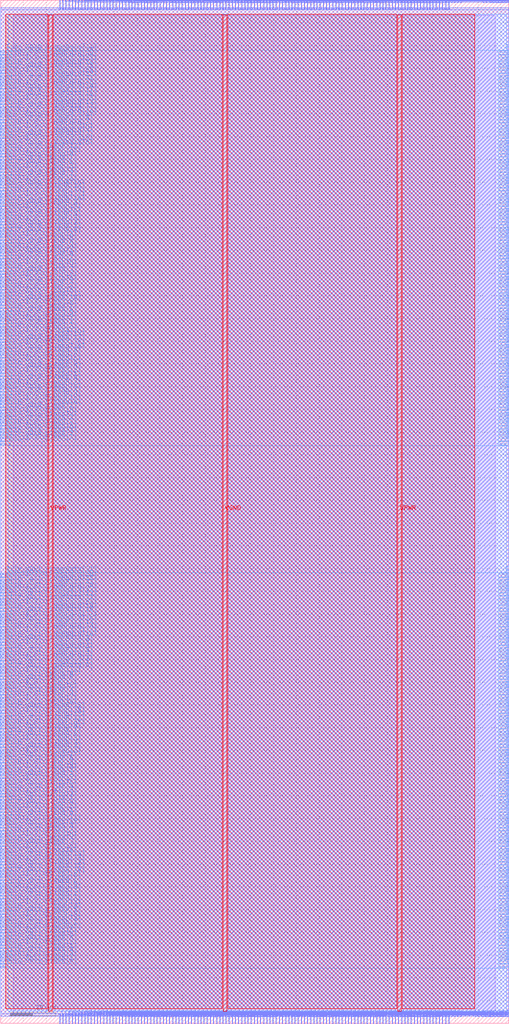
<source format=lef>
VERSION 5.7 ;
  NOWIREEXTENSIONATPIN ON ;
  DIVIDERCHAR "/" ;
  BUSBITCHARS "[]" ;
MACRO DSP
  CLASS BLOCK ;
  FOREIGN DSP ;
  ORIGIN 0.000 0.000 ;
  SIZE 223.500 BY 450.000 ;
  PIN Tile_X0Y0_E1BEG[0]
    DIRECTION OUTPUT TRISTATE ;
    USE SIGNAL ;
    ANTENNADIFFAREA 0.445500 ;
    PORT
      LAYER met3 ;
        RECT 219.500 319.640 223.700 320.240 ;
    END
  END Tile_X0Y0_E1BEG[0]
  PIN Tile_X0Y0_E1BEG[1]
    DIRECTION OUTPUT TRISTATE ;
    USE SIGNAL ;
    ANTENNADIFFAREA 0.795200 ;
    PORT
      LAYER met3 ;
        RECT 219.500 321.000 223.700 321.600 ;
    END
  END Tile_X0Y0_E1BEG[1]
  PIN Tile_X0Y0_E1BEG[2]
    DIRECTION OUTPUT TRISTATE ;
    USE SIGNAL ;
    ANTENNADIFFAREA 0.795200 ;
    PORT
      LAYER met3 ;
        RECT 219.500 322.360 223.700 322.960 ;
    END
  END Tile_X0Y0_E1BEG[2]
  PIN Tile_X0Y0_E1BEG[3]
    DIRECTION OUTPUT TRISTATE ;
    USE SIGNAL ;
    ANTENNADIFFAREA 0.795200 ;
    PORT
      LAYER met3 ;
        RECT 219.500 323.720 223.700 324.320 ;
    END
  END Tile_X0Y0_E1BEG[3]
  PIN Tile_X0Y0_E1END[0]
    DIRECTION INPUT ;
    USE SIGNAL ;
    ANTENNAGATEAREA 0.247500 ;
    PORT
      LAYER met3 ;
        RECT -0.200 319.640 4.000 320.240 ;
    END
  END Tile_X0Y0_E1END[0]
  PIN Tile_X0Y0_E1END[1]
    DIRECTION INPUT ;
    USE SIGNAL ;
    ANTENNAGATEAREA 0.213000 ;
    PORT
      LAYER met3 ;
        RECT -0.200 321.000 4.000 321.600 ;
    END
  END Tile_X0Y0_E1END[1]
  PIN Tile_X0Y0_E1END[2]
    DIRECTION INPUT ;
    USE SIGNAL ;
    ANTENNAGATEAREA 0.247500 ;
    PORT
      LAYER met3 ;
        RECT -0.200 322.360 4.000 322.960 ;
    END
  END Tile_X0Y0_E1END[2]
  PIN Tile_X0Y0_E1END[3]
    DIRECTION INPUT ;
    USE SIGNAL ;
    ANTENNAGATEAREA 0.247500 ;
    PORT
      LAYER met3 ;
        RECT -0.200 323.720 4.000 324.320 ;
    END
  END Tile_X0Y0_E1END[3]
  PIN Tile_X0Y0_E2BEG[0]
    DIRECTION OUTPUT TRISTATE ;
    USE SIGNAL ;
    ANTENNADIFFAREA 0.445500 ;
    PORT
      LAYER met3 ;
        RECT 219.500 325.080 223.700 325.680 ;
    END
  END Tile_X0Y0_E2BEG[0]
  PIN Tile_X0Y0_E2BEG[1]
    DIRECTION OUTPUT TRISTATE ;
    USE SIGNAL ;
    ANTENNADIFFAREA 0.795200 ;
    PORT
      LAYER met3 ;
        RECT 219.500 326.440 223.700 327.040 ;
    END
  END Tile_X0Y0_E2BEG[1]
  PIN Tile_X0Y0_E2BEG[2]
    DIRECTION OUTPUT TRISTATE ;
    USE SIGNAL ;
    ANTENNADIFFAREA 0.445500 ;
    PORT
      LAYER met3 ;
        RECT 219.500 327.800 223.700 328.400 ;
    END
  END Tile_X0Y0_E2BEG[2]
  PIN Tile_X0Y0_E2BEG[3]
    DIRECTION OUTPUT TRISTATE ;
    USE SIGNAL ;
    ANTENNADIFFAREA 0.795200 ;
    PORT
      LAYER met3 ;
        RECT 219.500 329.160 223.700 329.760 ;
    END
  END Tile_X0Y0_E2BEG[3]
  PIN Tile_X0Y0_E2BEG[4]
    DIRECTION OUTPUT TRISTATE ;
    USE SIGNAL ;
    ANTENNADIFFAREA 0.795200 ;
    PORT
      LAYER met3 ;
        RECT 219.500 330.520 223.700 331.120 ;
    END
  END Tile_X0Y0_E2BEG[4]
  PIN Tile_X0Y0_E2BEG[5]
    DIRECTION OUTPUT TRISTATE ;
    USE SIGNAL ;
    ANTENNADIFFAREA 0.795200 ;
    PORT
      LAYER met3 ;
        RECT 219.500 331.880 223.700 332.480 ;
    END
  END Tile_X0Y0_E2BEG[5]
  PIN Tile_X0Y0_E2BEG[6]
    DIRECTION OUTPUT TRISTATE ;
    USE SIGNAL ;
    ANTENNADIFFAREA 0.445500 ;
    PORT
      LAYER met3 ;
        RECT 219.500 333.240 223.700 333.840 ;
    END
  END Tile_X0Y0_E2BEG[6]
  PIN Tile_X0Y0_E2BEG[7]
    DIRECTION OUTPUT TRISTATE ;
    USE SIGNAL ;
    ANTENNADIFFAREA 0.795200 ;
    PORT
      LAYER met3 ;
        RECT 219.500 334.600 223.700 335.200 ;
    END
  END Tile_X0Y0_E2BEG[7]
  PIN Tile_X0Y0_E2BEGb[0]
    DIRECTION OUTPUT TRISTATE ;
    USE SIGNAL ;
    ANTENNADIFFAREA 0.795200 ;
    PORT
      LAYER met3 ;
        RECT 219.500 335.960 223.700 336.560 ;
    END
  END Tile_X0Y0_E2BEGb[0]
  PIN Tile_X0Y0_E2BEGb[1]
    DIRECTION OUTPUT TRISTATE ;
    USE SIGNAL ;
    ANTENNADIFFAREA 0.795200 ;
    PORT
      LAYER met3 ;
        RECT 219.500 337.320 223.700 337.920 ;
    END
  END Tile_X0Y0_E2BEGb[1]
  PIN Tile_X0Y0_E2BEGb[2]
    DIRECTION OUTPUT TRISTATE ;
    USE SIGNAL ;
    ANTENNADIFFAREA 0.445500 ;
    PORT
      LAYER met3 ;
        RECT 219.500 338.680 223.700 339.280 ;
    END
  END Tile_X0Y0_E2BEGb[2]
  PIN Tile_X0Y0_E2BEGb[3]
    DIRECTION OUTPUT TRISTATE ;
    USE SIGNAL ;
    ANTENNADIFFAREA 0.795200 ;
    PORT
      LAYER met3 ;
        RECT 219.500 340.040 223.700 340.640 ;
    END
  END Tile_X0Y0_E2BEGb[3]
  PIN Tile_X0Y0_E2BEGb[4]
    DIRECTION OUTPUT TRISTATE ;
    USE SIGNAL ;
    ANTENNADIFFAREA 0.445500 ;
    PORT
      LAYER met3 ;
        RECT 219.500 341.400 223.700 342.000 ;
    END
  END Tile_X0Y0_E2BEGb[4]
  PIN Tile_X0Y0_E2BEGb[5]
    DIRECTION OUTPUT TRISTATE ;
    USE SIGNAL ;
    ANTENNADIFFAREA 0.795200 ;
    PORT
      LAYER met3 ;
        RECT 219.500 342.760 223.700 343.360 ;
    END
  END Tile_X0Y0_E2BEGb[5]
  PIN Tile_X0Y0_E2BEGb[6]
    DIRECTION OUTPUT TRISTATE ;
    USE SIGNAL ;
    ANTENNADIFFAREA 0.795200 ;
    PORT
      LAYER met3 ;
        RECT 219.500 344.120 223.700 344.720 ;
    END
  END Tile_X0Y0_E2BEGb[6]
  PIN Tile_X0Y0_E2BEGb[7]
    DIRECTION OUTPUT TRISTATE ;
    USE SIGNAL ;
    ANTENNADIFFAREA 0.795200 ;
    PORT
      LAYER met3 ;
        RECT 219.500 345.480 223.700 346.080 ;
    END
  END Tile_X0Y0_E2BEGb[7]
  PIN Tile_X0Y0_E2END[0]
    DIRECTION INPUT ;
    USE SIGNAL ;
    ANTENNAGATEAREA 0.213000 ;
    PORT
      LAYER met3 ;
        RECT -0.200 335.960 4.000 336.560 ;
    END
  END Tile_X0Y0_E2END[0]
  PIN Tile_X0Y0_E2END[1]
    DIRECTION INPUT ;
    USE SIGNAL ;
    ANTENNAGATEAREA 0.213000 ;
    PORT
      LAYER met3 ;
        RECT -0.200 337.320 4.000 337.920 ;
    END
  END Tile_X0Y0_E2END[1]
  PIN Tile_X0Y0_E2END[2]
    DIRECTION INPUT ;
    USE SIGNAL ;
    ANTENNAGATEAREA 0.159000 ;
    PORT
      LAYER met3 ;
        RECT -0.200 338.680 4.000 339.280 ;
    END
  END Tile_X0Y0_E2END[2]
  PIN Tile_X0Y0_E2END[3]
    DIRECTION INPUT ;
    USE SIGNAL ;
    ANTENNAGATEAREA 0.159000 ;
    PORT
      LAYER met3 ;
        RECT -0.200 340.040 4.000 340.640 ;
    END
  END Tile_X0Y0_E2END[3]
  PIN Tile_X0Y0_E2END[4]
    DIRECTION INPUT ;
    USE SIGNAL ;
    ANTENNAGATEAREA 0.213000 ;
    PORT
      LAYER met3 ;
        RECT -0.200 341.400 4.000 342.000 ;
    END
  END Tile_X0Y0_E2END[4]
  PIN Tile_X0Y0_E2END[5]
    DIRECTION INPUT ;
    USE SIGNAL ;
    ANTENNAGATEAREA 0.159000 ;
    PORT
      LAYER met3 ;
        RECT -0.200 342.760 4.000 343.360 ;
    END
  END Tile_X0Y0_E2END[5]
  PIN Tile_X0Y0_E2END[6]
    DIRECTION INPUT ;
    USE SIGNAL ;
    ANTENNAGATEAREA 0.159000 ;
    PORT
      LAYER met3 ;
        RECT -0.200 344.120 4.000 344.720 ;
    END
  END Tile_X0Y0_E2END[6]
  PIN Tile_X0Y0_E2END[7]
    DIRECTION INPUT ;
    USE SIGNAL ;
    ANTENNAGATEAREA 0.159000 ;
    PORT
      LAYER met3 ;
        RECT -0.200 345.480 4.000 346.080 ;
    END
  END Tile_X0Y0_E2END[7]
  PIN Tile_X0Y0_E2MID[0]
    DIRECTION INPUT ;
    USE SIGNAL ;
    ANTENNAGATEAREA 0.159000 ;
    PORT
      LAYER met3 ;
        RECT -0.200 325.080 4.000 325.680 ;
    END
  END Tile_X0Y0_E2MID[0]
  PIN Tile_X0Y0_E2MID[1]
    DIRECTION INPUT ;
    USE SIGNAL ;
    ANTENNAGATEAREA 0.159000 ;
    PORT
      LAYER met3 ;
        RECT -0.200 326.440 4.000 327.040 ;
    END
  END Tile_X0Y0_E2MID[1]
  PIN Tile_X0Y0_E2MID[2]
    DIRECTION INPUT ;
    USE SIGNAL ;
    ANTENNAGATEAREA 0.213000 ;
    PORT
      LAYER met3 ;
        RECT -0.200 327.800 4.000 328.400 ;
    END
  END Tile_X0Y0_E2MID[2]
  PIN Tile_X0Y0_E2MID[3]
    DIRECTION INPUT ;
    USE SIGNAL ;
    ANTENNAGATEAREA 0.159000 ;
    PORT
      LAYER met3 ;
        RECT -0.200 329.160 4.000 329.760 ;
    END
  END Tile_X0Y0_E2MID[3]
  PIN Tile_X0Y0_E2MID[4]
    DIRECTION INPUT ;
    USE SIGNAL ;
    ANTENNAGATEAREA 0.213000 ;
    PORT
      LAYER met3 ;
        RECT -0.200 330.520 4.000 331.120 ;
    END
  END Tile_X0Y0_E2MID[4]
  PIN Tile_X0Y0_E2MID[5]
    DIRECTION INPUT ;
    USE SIGNAL ;
    ANTENNAGATEAREA 0.213000 ;
    PORT
      LAYER met3 ;
        RECT -0.200 331.880 4.000 332.480 ;
    END
  END Tile_X0Y0_E2MID[5]
  PIN Tile_X0Y0_E2MID[6]
    DIRECTION INPUT ;
    USE SIGNAL ;
    ANTENNAGATEAREA 0.159000 ;
    PORT
      LAYER met3 ;
        RECT -0.200 333.240 4.000 333.840 ;
    END
  END Tile_X0Y0_E2MID[6]
  PIN Tile_X0Y0_E2MID[7]
    DIRECTION INPUT ;
    USE SIGNAL ;
    ANTENNAGATEAREA 0.159000 ;
    PORT
      LAYER met3 ;
        RECT -0.200 334.600 4.000 335.200 ;
    END
  END Tile_X0Y0_E2MID[7]
  PIN Tile_X0Y0_E6BEG[0]
    DIRECTION OUTPUT TRISTATE ;
    USE SIGNAL ;
    ANTENNADIFFAREA 0.445500 ;
    PORT
      LAYER met3 ;
        RECT 219.500 368.600 223.700 369.200 ;
    END
  END Tile_X0Y0_E6BEG[0]
  PIN Tile_X0Y0_E6BEG[10]
    DIRECTION OUTPUT TRISTATE ;
    USE SIGNAL ;
    ANTENNADIFFAREA 0.445500 ;
    PORT
      LAYER met3 ;
        RECT 219.500 382.200 223.700 382.800 ;
    END
  END Tile_X0Y0_E6BEG[10]
  PIN Tile_X0Y0_E6BEG[11]
    DIRECTION OUTPUT TRISTATE ;
    USE SIGNAL ;
    ANTENNADIFFAREA 0.795200 ;
    PORT
      LAYER met3 ;
        RECT 219.500 383.560 223.700 384.160 ;
    END
  END Tile_X0Y0_E6BEG[11]
  PIN Tile_X0Y0_E6BEG[1]
    DIRECTION OUTPUT TRISTATE ;
    USE SIGNAL ;
    ANTENNADIFFAREA 0.795200 ;
    PORT
      LAYER met3 ;
        RECT 219.500 369.960 223.700 370.560 ;
    END
  END Tile_X0Y0_E6BEG[1]
  PIN Tile_X0Y0_E6BEG[2]
    DIRECTION OUTPUT TRISTATE ;
    USE SIGNAL ;
    ANTENNADIFFAREA 0.795200 ;
    PORT
      LAYER met3 ;
        RECT 219.500 371.320 223.700 371.920 ;
    END
  END Tile_X0Y0_E6BEG[2]
  PIN Tile_X0Y0_E6BEG[3]
    DIRECTION OUTPUT TRISTATE ;
    USE SIGNAL ;
    ANTENNADIFFAREA 0.795200 ;
    PORT
      LAYER met3 ;
        RECT 219.500 372.680 223.700 373.280 ;
    END
  END Tile_X0Y0_E6BEG[3]
  PIN Tile_X0Y0_E6BEG[4]
    DIRECTION OUTPUT TRISTATE ;
    USE SIGNAL ;
    ANTENNADIFFAREA 0.445500 ;
    PORT
      LAYER met3 ;
        RECT 219.500 374.040 223.700 374.640 ;
    END
  END Tile_X0Y0_E6BEG[4]
  PIN Tile_X0Y0_E6BEG[5]
    DIRECTION OUTPUT TRISTATE ;
    USE SIGNAL ;
    ANTENNADIFFAREA 0.795200 ;
    PORT
      LAYER met3 ;
        RECT 219.500 375.400 223.700 376.000 ;
    END
  END Tile_X0Y0_E6BEG[5]
  PIN Tile_X0Y0_E6BEG[6]
    DIRECTION OUTPUT TRISTATE ;
    USE SIGNAL ;
    ANTENNADIFFAREA 0.795200 ;
    PORT
      LAYER met3 ;
        RECT 219.500 376.760 223.700 377.360 ;
    END
  END Tile_X0Y0_E6BEG[6]
  PIN Tile_X0Y0_E6BEG[7]
    DIRECTION OUTPUT TRISTATE ;
    USE SIGNAL ;
    ANTENNADIFFAREA 0.795200 ;
    PORT
      LAYER met3 ;
        RECT 219.500 378.120 223.700 378.720 ;
    END
  END Tile_X0Y0_E6BEG[7]
  PIN Tile_X0Y0_E6BEG[8]
    DIRECTION OUTPUT TRISTATE ;
    USE SIGNAL ;
    ANTENNADIFFAREA 0.445500 ;
    PORT
      LAYER met3 ;
        RECT 219.500 379.480 223.700 380.080 ;
    END
  END Tile_X0Y0_E6BEG[8]
  PIN Tile_X0Y0_E6BEG[9]
    DIRECTION OUTPUT TRISTATE ;
    USE SIGNAL ;
    ANTENNADIFFAREA 0.795200 ;
    PORT
      LAYER met3 ;
        RECT 219.500 380.840 223.700 381.440 ;
    END
  END Tile_X0Y0_E6BEG[9]
  PIN Tile_X0Y0_E6END[0]
    DIRECTION INPUT ;
    USE SIGNAL ;
    ANTENNAGATEAREA 0.247500 ;
    PORT
      LAYER met3 ;
        RECT -0.200 368.600 4.000 369.200 ;
    END
  END Tile_X0Y0_E6END[0]
  PIN Tile_X0Y0_E6END[10]
    DIRECTION INPUT ;
    USE SIGNAL ;
    ANTENNAGATEAREA 0.196500 ;
    PORT
      LAYER met3 ;
        RECT -0.200 382.200 4.000 382.800 ;
    END
  END Tile_X0Y0_E6END[10]
  PIN Tile_X0Y0_E6END[11]
    DIRECTION INPUT ;
    USE SIGNAL ;
    ANTENNAGATEAREA 0.196500 ;
    PORT
      LAYER met3 ;
        RECT -0.200 383.560 4.000 384.160 ;
    END
  END Tile_X0Y0_E6END[11]
  PIN Tile_X0Y0_E6END[1]
    DIRECTION INPUT ;
    USE SIGNAL ;
    ANTENNAGATEAREA 0.247500 ;
    PORT
      LAYER met3 ;
        RECT -0.200 369.960 4.000 370.560 ;
    END
  END Tile_X0Y0_E6END[1]
  PIN Tile_X0Y0_E6END[2]
    DIRECTION INPUT ;
    USE SIGNAL ;
    ANTENNAGATEAREA 0.196500 ;
    PORT
      LAYER met3 ;
        RECT -0.200 371.320 4.000 371.920 ;
    END
  END Tile_X0Y0_E6END[2]
  PIN Tile_X0Y0_E6END[3]
    DIRECTION INPUT ;
    USE SIGNAL ;
    ANTENNAGATEAREA 0.196500 ;
    PORT
      LAYER met3 ;
        RECT -0.200 372.680 4.000 373.280 ;
    END
  END Tile_X0Y0_E6END[3]
  PIN Tile_X0Y0_E6END[4]
    DIRECTION INPUT ;
    USE SIGNAL ;
    ANTENNAGATEAREA 0.196500 ;
    PORT
      LAYER met3 ;
        RECT -0.200 374.040 4.000 374.640 ;
    END
  END Tile_X0Y0_E6END[4]
  PIN Tile_X0Y0_E6END[5]
    DIRECTION INPUT ;
    USE SIGNAL ;
    ANTENNAGATEAREA 0.196500 ;
    PORT
      LAYER met3 ;
        RECT -0.200 375.400 4.000 376.000 ;
    END
  END Tile_X0Y0_E6END[5]
  PIN Tile_X0Y0_E6END[6]
    DIRECTION INPUT ;
    USE SIGNAL ;
    ANTENNAGATEAREA 0.196500 ;
    PORT
      LAYER met3 ;
        RECT -0.200 376.760 4.000 377.360 ;
    END
  END Tile_X0Y0_E6END[6]
  PIN Tile_X0Y0_E6END[7]
    DIRECTION INPUT ;
    USE SIGNAL ;
    ANTENNAGATEAREA 0.196500 ;
    PORT
      LAYER met3 ;
        RECT -0.200 378.120 4.000 378.720 ;
    END
  END Tile_X0Y0_E6END[7]
  PIN Tile_X0Y0_E6END[8]
    DIRECTION INPUT ;
    USE SIGNAL ;
    ANTENNAGATEAREA 0.196500 ;
    PORT
      LAYER met3 ;
        RECT -0.200 379.480 4.000 380.080 ;
    END
  END Tile_X0Y0_E6END[8]
  PIN Tile_X0Y0_E6END[9]
    DIRECTION INPUT ;
    USE SIGNAL ;
    ANTENNAGATEAREA 0.196500 ;
    PORT
      LAYER met3 ;
        RECT -0.200 380.840 4.000 381.440 ;
    END
  END Tile_X0Y0_E6END[9]
  PIN Tile_X0Y0_EE4BEG[0]
    DIRECTION OUTPUT TRISTATE ;
    USE SIGNAL ;
    ANTENNADIFFAREA 0.445500 ;
    PORT
      LAYER met3 ;
        RECT 219.500 346.840 223.700 347.440 ;
    END
  END Tile_X0Y0_EE4BEG[0]
  PIN Tile_X0Y0_EE4BEG[10]
    DIRECTION OUTPUT TRISTATE ;
    USE SIGNAL ;
    ANTENNADIFFAREA 0.445500 ;
    PORT
      LAYER met3 ;
        RECT 219.500 360.440 223.700 361.040 ;
    END
  END Tile_X0Y0_EE4BEG[10]
  PIN Tile_X0Y0_EE4BEG[11]
    DIRECTION OUTPUT TRISTATE ;
    USE SIGNAL ;
    ANTENNADIFFAREA 0.795200 ;
    PORT
      LAYER met3 ;
        RECT 219.500 361.800 223.700 362.400 ;
    END
  END Tile_X0Y0_EE4BEG[11]
  PIN Tile_X0Y0_EE4BEG[12]
    DIRECTION OUTPUT TRISTATE ;
    USE SIGNAL ;
    ANTENNADIFFAREA 0.445500 ;
    PORT
      LAYER met3 ;
        RECT 219.500 363.160 223.700 363.760 ;
    END
  END Tile_X0Y0_EE4BEG[12]
  PIN Tile_X0Y0_EE4BEG[13]
    DIRECTION OUTPUT TRISTATE ;
    USE SIGNAL ;
    ANTENNADIFFAREA 0.795200 ;
    PORT
      LAYER met3 ;
        RECT 219.500 364.520 223.700 365.120 ;
    END
  END Tile_X0Y0_EE4BEG[13]
  PIN Tile_X0Y0_EE4BEG[14]
    DIRECTION OUTPUT TRISTATE ;
    USE SIGNAL ;
    ANTENNADIFFAREA 0.445500 ;
    PORT
      LAYER met3 ;
        RECT 219.500 365.880 223.700 366.480 ;
    END
  END Tile_X0Y0_EE4BEG[14]
  PIN Tile_X0Y0_EE4BEG[15]
    DIRECTION OUTPUT TRISTATE ;
    USE SIGNAL ;
    ANTENNADIFFAREA 0.795200 ;
    PORT
      LAYER met3 ;
        RECT 219.500 367.240 223.700 367.840 ;
    END
  END Tile_X0Y0_EE4BEG[15]
  PIN Tile_X0Y0_EE4BEG[1]
    DIRECTION OUTPUT TRISTATE ;
    USE SIGNAL ;
    ANTENNADIFFAREA 0.795200 ;
    PORT
      LAYER met3 ;
        RECT 219.500 348.200 223.700 348.800 ;
    END
  END Tile_X0Y0_EE4BEG[1]
  PIN Tile_X0Y0_EE4BEG[2]
    DIRECTION OUTPUT TRISTATE ;
    USE SIGNAL ;
    ANTENNADIFFAREA 0.795200 ;
    PORT
      LAYER met3 ;
        RECT 219.500 349.560 223.700 350.160 ;
    END
  END Tile_X0Y0_EE4BEG[2]
  PIN Tile_X0Y0_EE4BEG[3]
    DIRECTION OUTPUT TRISTATE ;
    USE SIGNAL ;
    ANTENNADIFFAREA 0.795200 ;
    PORT
      LAYER met3 ;
        RECT 219.500 350.920 223.700 351.520 ;
    END
  END Tile_X0Y0_EE4BEG[3]
  PIN Tile_X0Y0_EE4BEG[4]
    DIRECTION OUTPUT TRISTATE ;
    USE SIGNAL ;
    ANTENNADIFFAREA 0.445500 ;
    PORT
      LAYER met3 ;
        RECT 219.500 352.280 223.700 352.880 ;
    END
  END Tile_X0Y0_EE4BEG[4]
  PIN Tile_X0Y0_EE4BEG[5]
    DIRECTION OUTPUT TRISTATE ;
    USE SIGNAL ;
    ANTENNADIFFAREA 0.795200 ;
    PORT
      LAYER met3 ;
        RECT 219.500 353.640 223.700 354.240 ;
    END
  END Tile_X0Y0_EE4BEG[5]
  PIN Tile_X0Y0_EE4BEG[6]
    DIRECTION OUTPUT TRISTATE ;
    USE SIGNAL ;
    ANTENNADIFFAREA 0.445500 ;
    PORT
      LAYER met3 ;
        RECT 219.500 355.000 223.700 355.600 ;
    END
  END Tile_X0Y0_EE4BEG[6]
  PIN Tile_X0Y0_EE4BEG[7]
    DIRECTION OUTPUT TRISTATE ;
    USE SIGNAL ;
    ANTENNADIFFAREA 0.795200 ;
    PORT
      LAYER met3 ;
        RECT 219.500 356.360 223.700 356.960 ;
    END
  END Tile_X0Y0_EE4BEG[7]
  PIN Tile_X0Y0_EE4BEG[8]
    DIRECTION OUTPUT TRISTATE ;
    USE SIGNAL ;
    ANTENNADIFFAREA 0.795200 ;
    PORT
      LAYER met3 ;
        RECT 219.500 357.720 223.700 358.320 ;
    END
  END Tile_X0Y0_EE4BEG[8]
  PIN Tile_X0Y0_EE4BEG[9]
    DIRECTION OUTPUT TRISTATE ;
    USE SIGNAL ;
    ANTENNADIFFAREA 0.795200 ;
    PORT
      LAYER met3 ;
        RECT 219.500 359.080 223.700 359.680 ;
    END
  END Tile_X0Y0_EE4BEG[9]
  PIN Tile_X0Y0_EE4END[0]
    DIRECTION INPUT ;
    USE SIGNAL ;
    ANTENNAGATEAREA 0.213000 ;
    PORT
      LAYER met3 ;
        RECT -0.200 346.840 4.000 347.440 ;
    END
  END Tile_X0Y0_EE4END[0]
  PIN Tile_X0Y0_EE4END[10]
    DIRECTION INPUT ;
    USE SIGNAL ;
    ANTENNAGATEAREA 0.196500 ;
    PORT
      LAYER met3 ;
        RECT -0.200 360.440 4.000 361.040 ;
    END
  END Tile_X0Y0_EE4END[10]
  PIN Tile_X0Y0_EE4END[11]
    DIRECTION INPUT ;
    USE SIGNAL ;
    ANTENNAGATEAREA 0.196500 ;
    PORT
      LAYER met3 ;
        RECT -0.200 361.800 4.000 362.400 ;
    END
  END Tile_X0Y0_EE4END[11]
  PIN Tile_X0Y0_EE4END[12]
    DIRECTION INPUT ;
    USE SIGNAL ;
    ANTENNAGATEAREA 0.196500 ;
    PORT
      LAYER met3 ;
        RECT -0.200 363.160 4.000 363.760 ;
    END
  END Tile_X0Y0_EE4END[12]
  PIN Tile_X0Y0_EE4END[13]
    DIRECTION INPUT ;
    USE SIGNAL ;
    ANTENNAGATEAREA 0.196500 ;
    PORT
      LAYER met3 ;
        RECT -0.200 364.520 4.000 365.120 ;
    END
  END Tile_X0Y0_EE4END[13]
  PIN Tile_X0Y0_EE4END[14]
    DIRECTION INPUT ;
    USE SIGNAL ;
    ANTENNAGATEAREA 0.196500 ;
    PORT
      LAYER met3 ;
        RECT -0.200 365.880 4.000 366.480 ;
    END
  END Tile_X0Y0_EE4END[14]
  PIN Tile_X0Y0_EE4END[15]
    DIRECTION INPUT ;
    USE SIGNAL ;
    ANTENNAGATEAREA 0.196500 ;
    PORT
      LAYER met3 ;
        RECT -0.200 367.240 4.000 367.840 ;
    END
  END Tile_X0Y0_EE4END[15]
  PIN Tile_X0Y0_EE4END[1]
    DIRECTION INPUT ;
    USE SIGNAL ;
    ANTENNAGATEAREA 0.213000 ;
    PORT
      LAYER met3 ;
        RECT -0.200 348.200 4.000 348.800 ;
    END
  END Tile_X0Y0_EE4END[1]
  PIN Tile_X0Y0_EE4END[2]
    DIRECTION INPUT ;
    USE SIGNAL ;
    ANTENNAGATEAREA 0.213000 ;
    PORT
      LAYER met3 ;
        RECT -0.200 349.560 4.000 350.160 ;
    END
  END Tile_X0Y0_EE4END[2]
  PIN Tile_X0Y0_EE4END[3]
    DIRECTION INPUT ;
    USE SIGNAL ;
    ANTENNAGATEAREA 0.196500 ;
    PORT
      LAYER met3 ;
        RECT -0.200 350.920 4.000 351.520 ;
    END
  END Tile_X0Y0_EE4END[3]
  PIN Tile_X0Y0_EE4END[4]
    DIRECTION INPUT ;
    USE SIGNAL ;
    ANTENNAGATEAREA 0.196500 ;
    PORT
      LAYER met3 ;
        RECT -0.200 352.280 4.000 352.880 ;
    END
  END Tile_X0Y0_EE4END[4]
  PIN Tile_X0Y0_EE4END[5]
    DIRECTION INPUT ;
    USE SIGNAL ;
    ANTENNAGATEAREA 0.196500 ;
    PORT
      LAYER met3 ;
        RECT -0.200 353.640 4.000 354.240 ;
    END
  END Tile_X0Y0_EE4END[5]
  PIN Tile_X0Y0_EE4END[6]
    DIRECTION INPUT ;
    USE SIGNAL ;
    ANTENNAGATEAREA 0.196500 ;
    PORT
      LAYER met3 ;
        RECT -0.200 355.000 4.000 355.600 ;
    END
  END Tile_X0Y0_EE4END[6]
  PIN Tile_X0Y0_EE4END[7]
    DIRECTION INPUT ;
    USE SIGNAL ;
    ANTENNAGATEAREA 0.196500 ;
    PORT
      LAYER met3 ;
        RECT -0.200 356.360 4.000 356.960 ;
    END
  END Tile_X0Y0_EE4END[7]
  PIN Tile_X0Y0_EE4END[8]
    DIRECTION INPUT ;
    USE SIGNAL ;
    ANTENNAGATEAREA 0.196500 ;
    PORT
      LAYER met3 ;
        RECT -0.200 357.720 4.000 358.320 ;
    END
  END Tile_X0Y0_EE4END[8]
  PIN Tile_X0Y0_EE4END[9]
    DIRECTION INPUT ;
    USE SIGNAL ;
    ANTENNAGATEAREA 0.196500 ;
    PORT
      LAYER met3 ;
        RECT -0.200 359.080 4.000 359.680 ;
    END
  END Tile_X0Y0_EE4END[9]
  PIN Tile_X0Y0_FrameData[0]
    DIRECTION INPUT ;
    USE SIGNAL ;
    ANTENNAGATEAREA 0.426000 ;
    PORT
      LAYER met3 ;
        RECT -0.200 384.920 4.000 385.520 ;
    END
  END Tile_X0Y0_FrameData[0]
  PIN Tile_X0Y0_FrameData[10]
    DIRECTION INPUT ;
    USE SIGNAL ;
    ANTENNAGATEAREA 0.426000 ;
    PORT
      LAYER met3 ;
        RECT -0.200 398.520 4.000 399.120 ;
    END
  END Tile_X0Y0_FrameData[10]
  PIN Tile_X0Y0_FrameData[11]
    DIRECTION INPUT ;
    USE SIGNAL ;
    ANTENNAGATEAREA 0.426000 ;
    PORT
      LAYER met3 ;
        RECT -0.200 399.880 4.000 400.480 ;
    END
  END Tile_X0Y0_FrameData[11]
  PIN Tile_X0Y0_FrameData[12]
    DIRECTION INPUT ;
    USE SIGNAL ;
    ANTENNAGATEAREA 0.426000 ;
    PORT
      LAYER met3 ;
        RECT -0.200 401.240 4.000 401.840 ;
    END
  END Tile_X0Y0_FrameData[12]
  PIN Tile_X0Y0_FrameData[13]
    DIRECTION INPUT ;
    USE SIGNAL ;
    ANTENNAGATEAREA 0.426000 ;
    PORT
      LAYER met3 ;
        RECT -0.200 402.600 4.000 403.200 ;
    END
  END Tile_X0Y0_FrameData[13]
  PIN Tile_X0Y0_FrameData[14]
    DIRECTION INPUT ;
    USE SIGNAL ;
    ANTENNAGATEAREA 0.426000 ;
    PORT
      LAYER met3 ;
        RECT -0.200 403.960 4.000 404.560 ;
    END
  END Tile_X0Y0_FrameData[14]
  PIN Tile_X0Y0_FrameData[15]
    DIRECTION INPUT ;
    USE SIGNAL ;
    ANTENNAGATEAREA 0.426000 ;
    PORT
      LAYER met3 ;
        RECT -0.200 405.320 4.000 405.920 ;
    END
  END Tile_X0Y0_FrameData[15]
  PIN Tile_X0Y0_FrameData[16]
    DIRECTION INPUT ;
    USE SIGNAL ;
    ANTENNAGATEAREA 0.426000 ;
    PORT
      LAYER met3 ;
        RECT -0.200 406.680 4.000 407.280 ;
    END
  END Tile_X0Y0_FrameData[16]
  PIN Tile_X0Y0_FrameData[17]
    DIRECTION INPUT ;
    USE SIGNAL ;
    ANTENNAGATEAREA 0.426000 ;
    PORT
      LAYER met3 ;
        RECT -0.200 408.040 4.000 408.640 ;
    END
  END Tile_X0Y0_FrameData[17]
  PIN Tile_X0Y0_FrameData[18]
    DIRECTION INPUT ;
    USE SIGNAL ;
    ANTENNAGATEAREA 0.426000 ;
    PORT
      LAYER met3 ;
        RECT -0.200 409.400 4.000 410.000 ;
    END
  END Tile_X0Y0_FrameData[18]
  PIN Tile_X0Y0_FrameData[19]
    DIRECTION INPUT ;
    USE SIGNAL ;
    ANTENNAGATEAREA 0.495000 ;
    PORT
      LAYER met3 ;
        RECT -0.200 410.760 4.000 411.360 ;
    END
  END Tile_X0Y0_FrameData[19]
  PIN Tile_X0Y0_FrameData[1]
    DIRECTION INPUT ;
    USE SIGNAL ;
    ANTENNAGATEAREA 0.426000 ;
    PORT
      LAYER met3 ;
        RECT -0.200 386.280 4.000 386.880 ;
    END
  END Tile_X0Y0_FrameData[1]
  PIN Tile_X0Y0_FrameData[20]
    DIRECTION INPUT ;
    USE SIGNAL ;
    ANTENNAGATEAREA 0.426000 ;
    PORT
      LAYER met3 ;
        RECT -0.200 412.120 4.000 412.720 ;
    END
  END Tile_X0Y0_FrameData[20]
  PIN Tile_X0Y0_FrameData[21]
    DIRECTION INPUT ;
    USE SIGNAL ;
    ANTENNAGATEAREA 0.426000 ;
    PORT
      LAYER met3 ;
        RECT -0.200 413.480 4.000 414.080 ;
    END
  END Tile_X0Y0_FrameData[21]
  PIN Tile_X0Y0_FrameData[22]
    DIRECTION INPUT ;
    USE SIGNAL ;
    ANTENNAGATEAREA 0.495000 ;
    PORT
      LAYER met3 ;
        RECT -0.200 414.840 4.000 415.440 ;
    END
  END Tile_X0Y0_FrameData[22]
  PIN Tile_X0Y0_FrameData[23]
    DIRECTION INPUT ;
    USE SIGNAL ;
    ANTENNAGATEAREA 0.495000 ;
    PORT
      LAYER met3 ;
        RECT -0.200 416.200 4.000 416.800 ;
    END
  END Tile_X0Y0_FrameData[23]
  PIN Tile_X0Y0_FrameData[24]
    DIRECTION INPUT ;
    USE SIGNAL ;
    ANTENNAGATEAREA 0.495000 ;
    PORT
      LAYER met3 ;
        RECT -0.200 417.560 4.000 418.160 ;
    END
  END Tile_X0Y0_FrameData[24]
  PIN Tile_X0Y0_FrameData[25]
    DIRECTION INPUT ;
    USE SIGNAL ;
    ANTENNAGATEAREA 0.495000 ;
    PORT
      LAYER met3 ;
        RECT -0.200 418.920 4.000 419.520 ;
    END
  END Tile_X0Y0_FrameData[25]
  PIN Tile_X0Y0_FrameData[26]
    DIRECTION INPUT ;
    USE SIGNAL ;
    ANTENNAGATEAREA 0.247500 ;
    PORT
      LAYER met3 ;
        RECT -0.200 420.280 4.000 420.880 ;
    END
  END Tile_X0Y0_FrameData[26]
  PIN Tile_X0Y0_FrameData[27]
    DIRECTION INPUT ;
    USE SIGNAL ;
    ANTENNAGATEAREA 0.426000 ;
    PORT
      LAYER met3 ;
        RECT -0.200 421.640 4.000 422.240 ;
    END
  END Tile_X0Y0_FrameData[27]
  PIN Tile_X0Y0_FrameData[28]
    DIRECTION INPUT ;
    USE SIGNAL ;
    ANTENNAGATEAREA 0.495000 ;
    PORT
      LAYER met3 ;
        RECT -0.200 423.000 4.000 423.600 ;
    END
  END Tile_X0Y0_FrameData[28]
  PIN Tile_X0Y0_FrameData[29]
    DIRECTION INPUT ;
    USE SIGNAL ;
    ANTENNAGATEAREA 0.495000 ;
    PORT
      LAYER met3 ;
        RECT -0.200 424.360 4.000 424.960 ;
    END
  END Tile_X0Y0_FrameData[29]
  PIN Tile_X0Y0_FrameData[2]
    DIRECTION INPUT ;
    USE SIGNAL ;
    ANTENNAGATEAREA 0.426000 ;
    PORT
      LAYER met3 ;
        RECT -0.200 387.640 4.000 388.240 ;
    END
  END Tile_X0Y0_FrameData[2]
  PIN Tile_X0Y0_FrameData[30]
    DIRECTION INPUT ;
    USE SIGNAL ;
    ANTENNAGATEAREA 0.426000 ;
    PORT
      LAYER met3 ;
        RECT -0.200 425.720 4.000 426.320 ;
    END
  END Tile_X0Y0_FrameData[30]
  PIN Tile_X0Y0_FrameData[31]
    DIRECTION INPUT ;
    USE SIGNAL ;
    ANTENNAGATEAREA 0.426000 ;
    PORT
      LAYER met3 ;
        RECT -0.200 427.080 4.000 427.680 ;
    END
  END Tile_X0Y0_FrameData[31]
  PIN Tile_X0Y0_FrameData[3]
    DIRECTION INPUT ;
    USE SIGNAL ;
    ANTENNAGATEAREA 0.495000 ;
    PORT
      LAYER met3 ;
        RECT -0.200 389.000 4.000 389.600 ;
    END
  END Tile_X0Y0_FrameData[3]
  PIN Tile_X0Y0_FrameData[4]
    DIRECTION INPUT ;
    USE SIGNAL ;
    ANTENNAGATEAREA 0.495000 ;
    PORT
      LAYER met3 ;
        RECT -0.200 390.360 4.000 390.960 ;
    END
  END Tile_X0Y0_FrameData[4]
  PIN Tile_X0Y0_FrameData[5]
    DIRECTION INPUT ;
    USE SIGNAL ;
    ANTENNAGATEAREA 0.495000 ;
    PORT
      LAYER met3 ;
        RECT -0.200 391.720 4.000 392.320 ;
    END
  END Tile_X0Y0_FrameData[5]
  PIN Tile_X0Y0_FrameData[6]
    DIRECTION INPUT ;
    USE SIGNAL ;
    ANTENNAGATEAREA 0.426000 ;
    PORT
      LAYER met3 ;
        RECT -0.200 393.080 4.000 393.680 ;
    END
  END Tile_X0Y0_FrameData[6]
  PIN Tile_X0Y0_FrameData[7]
    DIRECTION INPUT ;
    USE SIGNAL ;
    ANTENNAGATEAREA 0.426000 ;
    PORT
      LAYER met3 ;
        RECT -0.200 394.440 4.000 395.040 ;
    END
  END Tile_X0Y0_FrameData[7]
  PIN Tile_X0Y0_FrameData[8]
    DIRECTION INPUT ;
    USE SIGNAL ;
    ANTENNAGATEAREA 0.247500 ;
    PORT
      LAYER met3 ;
        RECT -0.200 395.800 4.000 396.400 ;
    END
  END Tile_X0Y0_FrameData[8]
  PIN Tile_X0Y0_FrameData[9]
    DIRECTION INPUT ;
    USE SIGNAL ;
    ANTENNAGATEAREA 0.247500 ;
    PORT
      LAYER met3 ;
        RECT -0.200 397.160 4.000 397.760 ;
    END
  END Tile_X0Y0_FrameData[9]
  PIN Tile_X0Y0_FrameData_O[0]
    DIRECTION OUTPUT TRISTATE ;
    USE SIGNAL ;
    ANTENNADIFFAREA 0.795200 ;
    PORT
      LAYER met3 ;
        RECT 219.500 384.920 223.700 385.520 ;
    END
  END Tile_X0Y0_FrameData_O[0]
  PIN Tile_X0Y0_FrameData_O[10]
    DIRECTION OUTPUT TRISTATE ;
    USE SIGNAL ;
    ANTENNADIFFAREA 0.795200 ;
    PORT
      LAYER met3 ;
        RECT 219.500 398.520 223.700 399.120 ;
    END
  END Tile_X0Y0_FrameData_O[10]
  PIN Tile_X0Y0_FrameData_O[11]
    DIRECTION OUTPUT TRISTATE ;
    USE SIGNAL ;
    ANTENNADIFFAREA 0.795200 ;
    PORT
      LAYER met3 ;
        RECT 219.500 399.880 223.700 400.480 ;
    END
  END Tile_X0Y0_FrameData_O[11]
  PIN Tile_X0Y0_FrameData_O[12]
    DIRECTION OUTPUT TRISTATE ;
    USE SIGNAL ;
    ANTENNADIFFAREA 0.445500 ;
    PORT
      LAYER met3 ;
        RECT 219.500 401.240 223.700 401.840 ;
    END
  END Tile_X0Y0_FrameData_O[12]
  PIN Tile_X0Y0_FrameData_O[13]
    DIRECTION OUTPUT TRISTATE ;
    USE SIGNAL ;
    ANTENNADIFFAREA 0.795200 ;
    PORT
      LAYER met3 ;
        RECT 219.500 402.600 223.700 403.200 ;
    END
  END Tile_X0Y0_FrameData_O[13]
  PIN Tile_X0Y0_FrameData_O[14]
    DIRECTION OUTPUT TRISTATE ;
    USE SIGNAL ;
    ANTENNADIFFAREA 0.445500 ;
    PORT
      LAYER met3 ;
        RECT 219.500 403.960 223.700 404.560 ;
    END
  END Tile_X0Y0_FrameData_O[14]
  PIN Tile_X0Y0_FrameData_O[15]
    DIRECTION OUTPUT TRISTATE ;
    USE SIGNAL ;
    ANTENNADIFFAREA 0.795200 ;
    PORT
      LAYER met3 ;
        RECT 219.500 405.320 223.700 405.920 ;
    END
  END Tile_X0Y0_FrameData_O[15]
  PIN Tile_X0Y0_FrameData_O[16]
    DIRECTION OUTPUT TRISTATE ;
    USE SIGNAL ;
    ANTENNADIFFAREA 0.795200 ;
    PORT
      LAYER met3 ;
        RECT 219.500 406.680 223.700 407.280 ;
    END
  END Tile_X0Y0_FrameData_O[16]
  PIN Tile_X0Y0_FrameData_O[17]
    DIRECTION OUTPUT TRISTATE ;
    USE SIGNAL ;
    ANTENNADIFFAREA 0.795200 ;
    PORT
      LAYER met3 ;
        RECT 219.500 408.040 223.700 408.640 ;
    END
  END Tile_X0Y0_FrameData_O[17]
  PIN Tile_X0Y0_FrameData_O[18]
    DIRECTION OUTPUT TRISTATE ;
    USE SIGNAL ;
    ANTENNADIFFAREA 0.445500 ;
    PORT
      LAYER met3 ;
        RECT 219.500 409.400 223.700 410.000 ;
    END
  END Tile_X0Y0_FrameData_O[18]
  PIN Tile_X0Y0_FrameData_O[19]
    DIRECTION OUTPUT TRISTATE ;
    USE SIGNAL ;
    ANTENNADIFFAREA 0.795200 ;
    PORT
      LAYER met3 ;
        RECT 219.500 410.760 223.700 411.360 ;
    END
  END Tile_X0Y0_FrameData_O[19]
  PIN Tile_X0Y0_FrameData_O[1]
    DIRECTION OUTPUT TRISTATE ;
    USE SIGNAL ;
    ANTENNADIFFAREA 0.795200 ;
    PORT
      LAYER met3 ;
        RECT 219.500 386.280 223.700 386.880 ;
    END
  END Tile_X0Y0_FrameData_O[1]
  PIN Tile_X0Y0_FrameData_O[20]
    DIRECTION OUTPUT TRISTATE ;
    USE SIGNAL ;
    ANTENNADIFFAREA 0.795200 ;
    PORT
      LAYER met3 ;
        RECT 219.500 412.120 223.700 412.720 ;
    END
  END Tile_X0Y0_FrameData_O[20]
  PIN Tile_X0Y0_FrameData_O[21]
    DIRECTION OUTPUT TRISTATE ;
    USE SIGNAL ;
    ANTENNADIFFAREA 0.795200 ;
    PORT
      LAYER met3 ;
        RECT 219.500 413.480 223.700 414.080 ;
    END
  END Tile_X0Y0_FrameData_O[21]
  PIN Tile_X0Y0_FrameData_O[22]
    DIRECTION OUTPUT TRISTATE ;
    USE SIGNAL ;
    ANTENNADIFFAREA 0.445500 ;
    PORT
      LAYER met3 ;
        RECT 219.500 414.840 223.700 415.440 ;
    END
  END Tile_X0Y0_FrameData_O[22]
  PIN Tile_X0Y0_FrameData_O[23]
    DIRECTION OUTPUT TRISTATE ;
    USE SIGNAL ;
    ANTENNADIFFAREA 0.795200 ;
    PORT
      LAYER met3 ;
        RECT 219.500 416.200 223.700 416.800 ;
    END
  END Tile_X0Y0_FrameData_O[23]
  PIN Tile_X0Y0_FrameData_O[24]
    DIRECTION OUTPUT TRISTATE ;
    USE SIGNAL ;
    ANTENNADIFFAREA 0.445500 ;
    PORT
      LAYER met3 ;
        RECT 219.500 417.560 223.700 418.160 ;
    END
  END Tile_X0Y0_FrameData_O[24]
  PIN Tile_X0Y0_FrameData_O[25]
    DIRECTION OUTPUT TRISTATE ;
    USE SIGNAL ;
    ANTENNADIFFAREA 0.795200 ;
    PORT
      LAYER met3 ;
        RECT 219.500 418.920 223.700 419.520 ;
    END
  END Tile_X0Y0_FrameData_O[25]
  PIN Tile_X0Y0_FrameData_O[26]
    DIRECTION OUTPUT TRISTATE ;
    USE SIGNAL ;
    ANTENNADIFFAREA 0.795200 ;
    PORT
      LAYER met3 ;
        RECT 219.500 420.280 223.700 420.880 ;
    END
  END Tile_X0Y0_FrameData_O[26]
  PIN Tile_X0Y0_FrameData_O[27]
    DIRECTION OUTPUT TRISTATE ;
    USE SIGNAL ;
    ANTENNADIFFAREA 0.795200 ;
    PORT
      LAYER met3 ;
        RECT 219.500 421.640 223.700 422.240 ;
    END
  END Tile_X0Y0_FrameData_O[27]
  PIN Tile_X0Y0_FrameData_O[28]
    DIRECTION OUTPUT TRISTATE ;
    USE SIGNAL ;
    ANTENNADIFFAREA 0.445500 ;
    PORT
      LAYER met3 ;
        RECT 219.500 423.000 223.700 423.600 ;
    END
  END Tile_X0Y0_FrameData_O[28]
  PIN Tile_X0Y0_FrameData_O[29]
    DIRECTION OUTPUT TRISTATE ;
    USE SIGNAL ;
    ANTENNADIFFAREA 0.795200 ;
    PORT
      LAYER met3 ;
        RECT 219.500 424.360 223.700 424.960 ;
    END
  END Tile_X0Y0_FrameData_O[29]
  PIN Tile_X0Y0_FrameData_O[2]
    DIRECTION OUTPUT TRISTATE ;
    USE SIGNAL ;
    ANTENNADIFFAREA 0.445500 ;
    PORT
      LAYER met3 ;
        RECT 219.500 387.640 223.700 388.240 ;
    END
  END Tile_X0Y0_FrameData_O[2]
  PIN Tile_X0Y0_FrameData_O[30]
    DIRECTION OUTPUT TRISTATE ;
    USE SIGNAL ;
    ANTENNADIFFAREA 0.795200 ;
    PORT
      LAYER met3 ;
        RECT 219.500 425.720 223.700 426.320 ;
    END
  END Tile_X0Y0_FrameData_O[30]
  PIN Tile_X0Y0_FrameData_O[31]
    DIRECTION OUTPUT TRISTATE ;
    USE SIGNAL ;
    ANTENNADIFFAREA 0.795200 ;
    PORT
      LAYER met3 ;
        RECT 219.500 427.080 223.700 427.680 ;
    END
  END Tile_X0Y0_FrameData_O[31]
  PIN Tile_X0Y0_FrameData_O[3]
    DIRECTION OUTPUT TRISTATE ;
    USE SIGNAL ;
    ANTENNADIFFAREA 0.795200 ;
    PORT
      LAYER met3 ;
        RECT 219.500 389.000 223.700 389.600 ;
    END
  END Tile_X0Y0_FrameData_O[3]
  PIN Tile_X0Y0_FrameData_O[4]
    DIRECTION OUTPUT TRISTATE ;
    USE SIGNAL ;
    ANTENNADIFFAREA 0.445500 ;
    PORT
      LAYER met3 ;
        RECT 219.500 390.360 223.700 390.960 ;
    END
  END Tile_X0Y0_FrameData_O[4]
  PIN Tile_X0Y0_FrameData_O[5]
    DIRECTION OUTPUT TRISTATE ;
    USE SIGNAL ;
    ANTENNADIFFAREA 0.795200 ;
    PORT
      LAYER met3 ;
        RECT 219.500 391.720 223.700 392.320 ;
    END
  END Tile_X0Y0_FrameData_O[5]
  PIN Tile_X0Y0_FrameData_O[6]
    DIRECTION OUTPUT TRISTATE ;
    USE SIGNAL ;
    ANTENNADIFFAREA 0.445500 ;
    PORT
      LAYER met3 ;
        RECT 219.500 393.080 223.700 393.680 ;
    END
  END Tile_X0Y0_FrameData_O[6]
  PIN Tile_X0Y0_FrameData_O[7]
    DIRECTION OUTPUT TRISTATE ;
    USE SIGNAL ;
    ANTENNADIFFAREA 0.795200 ;
    PORT
      LAYER met3 ;
        RECT 219.500 394.440 223.700 395.040 ;
    END
  END Tile_X0Y0_FrameData_O[7]
  PIN Tile_X0Y0_FrameData_O[8]
    DIRECTION OUTPUT TRISTATE ;
    USE SIGNAL ;
    ANTENNADIFFAREA 0.445500 ;
    PORT
      LAYER met3 ;
        RECT 219.500 395.800 223.700 396.400 ;
    END
  END Tile_X0Y0_FrameData_O[8]
  PIN Tile_X0Y0_FrameData_O[9]
    DIRECTION OUTPUT TRISTATE ;
    USE SIGNAL ;
    ANTENNADIFFAREA 0.795200 ;
    PORT
      LAYER met3 ;
        RECT 219.500 397.160 223.700 397.760 ;
    END
  END Tile_X0Y0_FrameData_O[9]
  PIN Tile_X0Y0_FrameStrobe_O[0]
    DIRECTION OUTPUT TRISTATE ;
    USE SIGNAL ;
    ANTENNADIFFAREA 0.795200 ;
    PORT
      LAYER met2 ;
        RECT 170.750 446.000 171.030 450.200 ;
    END
  END Tile_X0Y0_FrameStrobe_O[0]
  PIN Tile_X0Y0_FrameStrobe_O[10]
    DIRECTION OUTPUT TRISTATE ;
    USE SIGNAL ;
    ANTENNADIFFAREA 0.795200 ;
    PORT
      LAYER met2 ;
        RECT 184.550 446.000 184.830 450.200 ;
    END
  END Tile_X0Y0_FrameStrobe_O[10]
  PIN Tile_X0Y0_FrameStrobe_O[11]
    DIRECTION OUTPUT TRISTATE ;
    USE SIGNAL ;
    ANTENNADIFFAREA 0.795200 ;
    PORT
      LAYER met2 ;
        RECT 185.930 446.000 186.210 450.200 ;
    END
  END Tile_X0Y0_FrameStrobe_O[11]
  PIN Tile_X0Y0_FrameStrobe_O[12]
    DIRECTION OUTPUT TRISTATE ;
    USE SIGNAL ;
    ANTENNADIFFAREA 0.445500 ;
    PORT
      LAYER met2 ;
        RECT 187.310 446.000 187.590 450.200 ;
    END
  END Tile_X0Y0_FrameStrobe_O[12]
  PIN Tile_X0Y0_FrameStrobe_O[13]
    DIRECTION OUTPUT TRISTATE ;
    USE SIGNAL ;
    ANTENNADIFFAREA 0.445500 ;
    PORT
      LAYER met2 ;
        RECT 188.690 446.000 188.970 450.200 ;
    END
  END Tile_X0Y0_FrameStrobe_O[13]
  PIN Tile_X0Y0_FrameStrobe_O[14]
    DIRECTION OUTPUT TRISTATE ;
    USE SIGNAL ;
    ANTENNADIFFAREA 0.795200 ;
    PORT
      LAYER met2 ;
        RECT 190.070 446.000 190.350 450.200 ;
    END
  END Tile_X0Y0_FrameStrobe_O[14]
  PIN Tile_X0Y0_FrameStrobe_O[15]
    DIRECTION OUTPUT TRISTATE ;
    USE SIGNAL ;
    ANTENNADIFFAREA 0.795200 ;
    PORT
      LAYER met2 ;
        RECT 191.450 446.000 191.730 450.200 ;
    END
  END Tile_X0Y0_FrameStrobe_O[15]
  PIN Tile_X0Y0_FrameStrobe_O[16]
    DIRECTION OUTPUT TRISTATE ;
    USE SIGNAL ;
    ANTENNADIFFAREA 0.795200 ;
    PORT
      LAYER met2 ;
        RECT 192.830 446.000 193.110 450.200 ;
    END
  END Tile_X0Y0_FrameStrobe_O[16]
  PIN Tile_X0Y0_FrameStrobe_O[17]
    DIRECTION OUTPUT TRISTATE ;
    USE SIGNAL ;
    ANTENNADIFFAREA 0.795200 ;
    PORT
      LAYER met2 ;
        RECT 194.210 446.000 194.490 450.200 ;
    END
  END Tile_X0Y0_FrameStrobe_O[17]
  PIN Tile_X0Y0_FrameStrobe_O[18]
    DIRECTION OUTPUT TRISTATE ;
    USE SIGNAL ;
    ANTENNADIFFAREA 0.795200 ;
    PORT
      LAYER met2 ;
        RECT 195.590 446.000 195.870 450.200 ;
    END
  END Tile_X0Y0_FrameStrobe_O[18]
  PIN Tile_X0Y0_FrameStrobe_O[19]
    DIRECTION OUTPUT TRISTATE ;
    USE SIGNAL ;
    ANTENNADIFFAREA 0.795200 ;
    PORT
      LAYER met2 ;
        RECT 196.970 446.000 197.250 450.200 ;
    END
  END Tile_X0Y0_FrameStrobe_O[19]
  PIN Tile_X0Y0_FrameStrobe_O[1]
    DIRECTION OUTPUT TRISTATE ;
    USE SIGNAL ;
    ANTENNADIFFAREA 0.795200 ;
    PORT
      LAYER met2 ;
        RECT 172.130 446.000 172.410 450.200 ;
    END
  END Tile_X0Y0_FrameStrobe_O[1]
  PIN Tile_X0Y0_FrameStrobe_O[2]
    DIRECTION OUTPUT TRISTATE ;
    USE SIGNAL ;
    ANTENNADIFFAREA 0.445500 ;
    PORT
      LAYER met2 ;
        RECT 173.510 446.000 173.790 450.200 ;
    END
  END Tile_X0Y0_FrameStrobe_O[2]
  PIN Tile_X0Y0_FrameStrobe_O[3]
    DIRECTION OUTPUT TRISTATE ;
    USE SIGNAL ;
    ANTENNADIFFAREA 0.795200 ;
    PORT
      LAYER met2 ;
        RECT 174.890 446.000 175.170 450.200 ;
    END
  END Tile_X0Y0_FrameStrobe_O[3]
  PIN Tile_X0Y0_FrameStrobe_O[4]
    DIRECTION OUTPUT TRISTATE ;
    USE SIGNAL ;
    ANTENNADIFFAREA 0.795200 ;
    PORT
      LAYER met2 ;
        RECT 176.270 446.000 176.550 450.200 ;
    END
  END Tile_X0Y0_FrameStrobe_O[4]
  PIN Tile_X0Y0_FrameStrobe_O[5]
    DIRECTION OUTPUT TRISTATE ;
    USE SIGNAL ;
    ANTENNADIFFAREA 0.795200 ;
    PORT
      LAYER met2 ;
        RECT 177.650 446.000 177.930 450.200 ;
    END
  END Tile_X0Y0_FrameStrobe_O[5]
  PIN Tile_X0Y0_FrameStrobe_O[6]
    DIRECTION OUTPUT TRISTATE ;
    USE SIGNAL ;
    ANTENNADIFFAREA 0.795200 ;
    PORT
      LAYER met2 ;
        RECT 179.030 446.000 179.310 450.200 ;
    END
  END Tile_X0Y0_FrameStrobe_O[6]
  PIN Tile_X0Y0_FrameStrobe_O[7]
    DIRECTION OUTPUT TRISTATE ;
    USE SIGNAL ;
    ANTENNADIFFAREA 0.795200 ;
    PORT
      LAYER met2 ;
        RECT 180.410 446.000 180.690 450.200 ;
    END
  END Tile_X0Y0_FrameStrobe_O[7]
  PIN Tile_X0Y0_FrameStrobe_O[8]
    DIRECTION OUTPUT TRISTATE ;
    USE SIGNAL ;
    ANTENNADIFFAREA 0.795200 ;
    PORT
      LAYER met2 ;
        RECT 181.790 446.000 182.070 450.200 ;
    END
  END Tile_X0Y0_FrameStrobe_O[8]
  PIN Tile_X0Y0_FrameStrobe_O[9]
    DIRECTION OUTPUT TRISTATE ;
    USE SIGNAL ;
    ANTENNADIFFAREA 0.795200 ;
    PORT
      LAYER met2 ;
        RECT 183.170 446.000 183.450 450.200 ;
    END
  END Tile_X0Y0_FrameStrobe_O[9]
  PIN Tile_X0Y0_N1BEG[0]
    DIRECTION OUTPUT TRISTATE ;
    USE SIGNAL ;
    ANTENNADIFFAREA 0.445500 ;
    PORT
      LAYER met2 ;
        RECT 25.850 446.000 26.130 450.200 ;
    END
  END Tile_X0Y0_N1BEG[0]
  PIN Tile_X0Y0_N1BEG[1]
    DIRECTION OUTPUT TRISTATE ;
    USE SIGNAL ;
    ANTENNADIFFAREA 0.445500 ;
    PORT
      LAYER met2 ;
        RECT 27.230 446.000 27.510 450.200 ;
    END
  END Tile_X0Y0_N1BEG[1]
  PIN Tile_X0Y0_N1BEG[2]
    DIRECTION OUTPUT TRISTATE ;
    USE SIGNAL ;
    ANTENNADIFFAREA 0.795200 ;
    PORT
      LAYER met2 ;
        RECT 28.610 446.000 28.890 450.200 ;
    END
  END Tile_X0Y0_N1BEG[2]
  PIN Tile_X0Y0_N1BEG[3]
    DIRECTION OUTPUT TRISTATE ;
    USE SIGNAL ;
    ANTENNADIFFAREA 0.445500 ;
    PORT
      LAYER met2 ;
        RECT 29.990 446.000 30.270 450.200 ;
    END
  END Tile_X0Y0_N1BEG[3]
  PIN Tile_X0Y0_N2BEG[0]
    DIRECTION OUTPUT TRISTATE ;
    USE SIGNAL ;
    ANTENNADIFFAREA 0.445500 ;
    PORT
      LAYER met2 ;
        RECT 31.370 446.000 31.650 450.200 ;
    END
  END Tile_X0Y0_N2BEG[0]
  PIN Tile_X0Y0_N2BEG[1]
    DIRECTION OUTPUT TRISTATE ;
    USE SIGNAL ;
    ANTENNADIFFAREA 0.795200 ;
    PORT
      LAYER met2 ;
        RECT 32.750 446.000 33.030 450.200 ;
    END
  END Tile_X0Y0_N2BEG[1]
  PIN Tile_X0Y0_N2BEG[2]
    DIRECTION OUTPUT TRISTATE ;
    USE SIGNAL ;
    ANTENNADIFFAREA 0.445500 ;
    PORT
      LAYER met2 ;
        RECT 34.130 446.000 34.410 450.200 ;
    END
  END Tile_X0Y0_N2BEG[2]
  PIN Tile_X0Y0_N2BEG[3]
    DIRECTION OUTPUT TRISTATE ;
    USE SIGNAL ;
    ANTENNADIFFAREA 0.795200 ;
    PORT
      LAYER met2 ;
        RECT 35.510 446.000 35.790 450.200 ;
    END
  END Tile_X0Y0_N2BEG[3]
  PIN Tile_X0Y0_N2BEG[4]
    DIRECTION OUTPUT TRISTATE ;
    USE SIGNAL ;
    ANTENNADIFFAREA 0.445500 ;
    PORT
      LAYER met2 ;
        RECT 36.890 446.000 37.170 450.200 ;
    END
  END Tile_X0Y0_N2BEG[4]
  PIN Tile_X0Y0_N2BEG[5]
    DIRECTION OUTPUT TRISTATE ;
    USE SIGNAL ;
    ANTENNADIFFAREA 0.445500 ;
    PORT
      LAYER met2 ;
        RECT 38.270 446.000 38.550 450.200 ;
    END
  END Tile_X0Y0_N2BEG[5]
  PIN Tile_X0Y0_N2BEG[6]
    DIRECTION OUTPUT TRISTATE ;
    USE SIGNAL ;
    ANTENNADIFFAREA 0.445500 ;
    PORT
      LAYER met2 ;
        RECT 39.650 446.000 39.930 450.200 ;
    END
  END Tile_X0Y0_N2BEG[6]
  PIN Tile_X0Y0_N2BEG[7]
    DIRECTION OUTPUT TRISTATE ;
    USE SIGNAL ;
    ANTENNADIFFAREA 0.795200 ;
    PORT
      LAYER met2 ;
        RECT 41.030 446.000 41.310 450.200 ;
    END
  END Tile_X0Y0_N2BEG[7]
  PIN Tile_X0Y0_N2BEGb[0]
    DIRECTION OUTPUT TRISTATE ;
    USE SIGNAL ;
    ANTENNADIFFAREA 0.795200 ;
    PORT
      LAYER met2 ;
        RECT 42.410 446.000 42.690 450.200 ;
    END
  END Tile_X0Y0_N2BEGb[0]
  PIN Tile_X0Y0_N2BEGb[1]
    DIRECTION OUTPUT TRISTATE ;
    USE SIGNAL ;
    ANTENNADIFFAREA 0.445500 ;
    PORT
      LAYER met2 ;
        RECT 43.790 446.000 44.070 450.200 ;
    END
  END Tile_X0Y0_N2BEGb[1]
  PIN Tile_X0Y0_N2BEGb[2]
    DIRECTION OUTPUT TRISTATE ;
    USE SIGNAL ;
    ANTENNADIFFAREA 0.445500 ;
    PORT
      LAYER met2 ;
        RECT 45.170 446.000 45.450 450.200 ;
    END
  END Tile_X0Y0_N2BEGb[2]
  PIN Tile_X0Y0_N2BEGb[3]
    DIRECTION OUTPUT TRISTATE ;
    USE SIGNAL ;
    ANTENNADIFFAREA 0.795200 ;
    PORT
      LAYER met2 ;
        RECT 46.550 446.000 46.830 450.200 ;
    END
  END Tile_X0Y0_N2BEGb[3]
  PIN Tile_X0Y0_N2BEGb[4]
    DIRECTION OUTPUT TRISTATE ;
    USE SIGNAL ;
    ANTENNADIFFAREA 0.445500 ;
    PORT
      LAYER met2 ;
        RECT 47.930 446.000 48.210 450.200 ;
    END
  END Tile_X0Y0_N2BEGb[4]
  PIN Tile_X0Y0_N2BEGb[5]
    DIRECTION OUTPUT TRISTATE ;
    USE SIGNAL ;
    ANTENNADIFFAREA 0.795200 ;
    PORT
      LAYER met2 ;
        RECT 49.310 446.000 49.590 450.200 ;
    END
  END Tile_X0Y0_N2BEGb[5]
  PIN Tile_X0Y0_N2BEGb[6]
    DIRECTION OUTPUT TRISTATE ;
    USE SIGNAL ;
    ANTENNADIFFAREA 0.445500 ;
    PORT
      LAYER met2 ;
        RECT 50.690 446.000 50.970 450.200 ;
    END
  END Tile_X0Y0_N2BEGb[6]
  PIN Tile_X0Y0_N2BEGb[7]
    DIRECTION OUTPUT TRISTATE ;
    USE SIGNAL ;
    ANTENNADIFFAREA 0.795200 ;
    PORT
      LAYER met2 ;
        RECT 52.070 446.000 52.350 450.200 ;
    END
  END Tile_X0Y0_N2BEGb[7]
  PIN Tile_X0Y0_N4BEG[0]
    DIRECTION OUTPUT TRISTATE ;
    USE SIGNAL ;
    ANTENNADIFFAREA 0.445500 ;
    PORT
      LAYER met2 ;
        RECT 53.450 446.000 53.730 450.200 ;
    END
  END Tile_X0Y0_N4BEG[0]
  PIN Tile_X0Y0_N4BEG[10]
    DIRECTION OUTPUT TRISTATE ;
    USE SIGNAL ;
    ANTENNADIFFAREA 0.795200 ;
    PORT
      LAYER met2 ;
        RECT 67.250 446.000 67.530 450.200 ;
    END
  END Tile_X0Y0_N4BEG[10]
  PIN Tile_X0Y0_N4BEG[11]
    DIRECTION OUTPUT TRISTATE ;
    USE SIGNAL ;
    ANTENNADIFFAREA 0.445500 ;
    PORT
      LAYER met2 ;
        RECT 68.630 446.000 68.910 450.200 ;
    END
  END Tile_X0Y0_N4BEG[11]
  PIN Tile_X0Y0_N4BEG[12]
    DIRECTION OUTPUT TRISTATE ;
    USE SIGNAL ;
    ANTENNADIFFAREA 0.795200 ;
    PORT
      LAYER met2 ;
        RECT 70.010 446.000 70.290 450.200 ;
    END
  END Tile_X0Y0_N4BEG[12]
  PIN Tile_X0Y0_N4BEG[13]
    DIRECTION OUTPUT TRISTATE ;
    USE SIGNAL ;
    ANTENNADIFFAREA 0.795200 ;
    PORT
      LAYER met2 ;
        RECT 71.390 446.000 71.670 450.200 ;
    END
  END Tile_X0Y0_N4BEG[13]
  PIN Tile_X0Y0_N4BEG[14]
    DIRECTION OUTPUT TRISTATE ;
    USE SIGNAL ;
    ANTENNADIFFAREA 0.795200 ;
    PORT
      LAYER met2 ;
        RECT 72.770 446.000 73.050 450.200 ;
    END
  END Tile_X0Y0_N4BEG[14]
  PIN Tile_X0Y0_N4BEG[15]
    DIRECTION OUTPUT TRISTATE ;
    USE SIGNAL ;
    ANTENNADIFFAREA 0.445500 ;
    PORT
      LAYER met2 ;
        RECT 74.150 446.000 74.430 450.200 ;
    END
  END Tile_X0Y0_N4BEG[15]
  PIN Tile_X0Y0_N4BEG[1]
    DIRECTION OUTPUT TRISTATE ;
    USE SIGNAL ;
    ANTENNADIFFAREA 0.795200 ;
    PORT
      LAYER met2 ;
        RECT 54.830 446.000 55.110 450.200 ;
    END
  END Tile_X0Y0_N4BEG[1]
  PIN Tile_X0Y0_N4BEG[2]
    DIRECTION OUTPUT TRISTATE ;
    USE SIGNAL ;
    ANTENNADIFFAREA 0.795200 ;
    PORT
      LAYER met2 ;
        RECT 56.210 446.000 56.490 450.200 ;
    END
  END Tile_X0Y0_N4BEG[2]
  PIN Tile_X0Y0_N4BEG[3]
    DIRECTION OUTPUT TRISTATE ;
    USE SIGNAL ;
    ANTENNADIFFAREA 0.445500 ;
    PORT
      LAYER met2 ;
        RECT 57.590 446.000 57.870 450.200 ;
    END
  END Tile_X0Y0_N4BEG[3]
  PIN Tile_X0Y0_N4BEG[4]
    DIRECTION OUTPUT TRISTATE ;
    USE SIGNAL ;
    ANTENNADIFFAREA 0.445500 ;
    PORT
      LAYER met2 ;
        RECT 58.970 446.000 59.250 450.200 ;
    END
  END Tile_X0Y0_N4BEG[4]
  PIN Tile_X0Y0_N4BEG[5]
    DIRECTION OUTPUT TRISTATE ;
    USE SIGNAL ;
    ANTENNADIFFAREA 0.445500 ;
    PORT
      LAYER met2 ;
        RECT 60.350 446.000 60.630 450.200 ;
    END
  END Tile_X0Y0_N4BEG[5]
  PIN Tile_X0Y0_N4BEG[6]
    DIRECTION OUTPUT TRISTATE ;
    USE SIGNAL ;
    ANTENNADIFFAREA 0.445500 ;
    PORT
      LAYER met2 ;
        RECT 61.730 446.000 62.010 450.200 ;
    END
  END Tile_X0Y0_N4BEG[6]
  PIN Tile_X0Y0_N4BEG[7]
    DIRECTION OUTPUT TRISTATE ;
    USE SIGNAL ;
    ANTENNADIFFAREA 0.795200 ;
    PORT
      LAYER met2 ;
        RECT 63.110 446.000 63.390 450.200 ;
    END
  END Tile_X0Y0_N4BEG[7]
  PIN Tile_X0Y0_N4BEG[8]
    DIRECTION OUTPUT TRISTATE ;
    USE SIGNAL ;
    ANTENNADIFFAREA 0.445500 ;
    PORT
      LAYER met2 ;
        RECT 64.490 446.000 64.770 450.200 ;
    END
  END Tile_X0Y0_N4BEG[8]
  PIN Tile_X0Y0_N4BEG[9]
    DIRECTION OUTPUT TRISTATE ;
    USE SIGNAL ;
    ANTENNADIFFAREA 0.445500 ;
    PORT
      LAYER met2 ;
        RECT 65.870 446.000 66.150 450.200 ;
    END
  END Tile_X0Y0_N4BEG[9]
  PIN Tile_X0Y0_NN4BEG[0]
    DIRECTION OUTPUT TRISTATE ;
    USE SIGNAL ;
    ANTENNADIFFAREA 0.445500 ;
    PORT
      LAYER met2 ;
        RECT 75.530 446.000 75.810 450.200 ;
    END
  END Tile_X0Y0_NN4BEG[0]
  PIN Tile_X0Y0_NN4BEG[10]
    DIRECTION OUTPUT TRISTATE ;
    USE SIGNAL ;
    ANTENNADIFFAREA 0.445500 ;
    PORT
      LAYER met2 ;
        RECT 89.330 446.000 89.610 450.200 ;
    END
  END Tile_X0Y0_NN4BEG[10]
  PIN Tile_X0Y0_NN4BEG[11]
    DIRECTION OUTPUT TRISTATE ;
    USE SIGNAL ;
    ANTENNADIFFAREA 0.795200 ;
    PORT
      LAYER met2 ;
        RECT 90.710 446.000 90.990 450.200 ;
    END
  END Tile_X0Y0_NN4BEG[11]
  PIN Tile_X0Y0_NN4BEG[12]
    DIRECTION OUTPUT TRISTATE ;
    USE SIGNAL ;
    ANTENNADIFFAREA 0.445500 ;
    PORT
      LAYER met2 ;
        RECT 92.090 446.000 92.370 450.200 ;
    END
  END Tile_X0Y0_NN4BEG[12]
  PIN Tile_X0Y0_NN4BEG[13]
    DIRECTION OUTPUT TRISTATE ;
    USE SIGNAL ;
    ANTENNADIFFAREA 0.445500 ;
    PORT
      LAYER met2 ;
        RECT 93.470 446.000 93.750 450.200 ;
    END
  END Tile_X0Y0_NN4BEG[13]
  PIN Tile_X0Y0_NN4BEG[14]
    DIRECTION OUTPUT TRISTATE ;
    USE SIGNAL ;
    ANTENNADIFFAREA 0.445500 ;
    PORT
      LAYER met2 ;
        RECT 94.850 446.000 95.130 450.200 ;
    END
  END Tile_X0Y0_NN4BEG[14]
  PIN Tile_X0Y0_NN4BEG[15]
    DIRECTION OUTPUT TRISTATE ;
    USE SIGNAL ;
    ANTENNADIFFAREA 0.795200 ;
    PORT
      LAYER met2 ;
        RECT 96.230 446.000 96.510 450.200 ;
    END
  END Tile_X0Y0_NN4BEG[15]
  PIN Tile_X0Y0_NN4BEG[1]
    DIRECTION OUTPUT TRISTATE ;
    USE SIGNAL ;
    ANTENNADIFFAREA 0.795200 ;
    PORT
      LAYER met2 ;
        RECT 76.910 446.000 77.190 450.200 ;
    END
  END Tile_X0Y0_NN4BEG[1]
  PIN Tile_X0Y0_NN4BEG[2]
    DIRECTION OUTPUT TRISTATE ;
    USE SIGNAL ;
    ANTENNADIFFAREA 0.445500 ;
    PORT
      LAYER met2 ;
        RECT 78.290 446.000 78.570 450.200 ;
    END
  END Tile_X0Y0_NN4BEG[2]
  PIN Tile_X0Y0_NN4BEG[3]
    DIRECTION OUTPUT TRISTATE ;
    USE SIGNAL ;
    ANTENNADIFFAREA 0.795200 ;
    PORT
      LAYER met2 ;
        RECT 79.670 446.000 79.950 450.200 ;
    END
  END Tile_X0Y0_NN4BEG[3]
  PIN Tile_X0Y0_NN4BEG[4]
    DIRECTION OUTPUT TRISTATE ;
    USE SIGNAL ;
    ANTENNADIFFAREA 0.445500 ;
    PORT
      LAYER met2 ;
        RECT 81.050 446.000 81.330 450.200 ;
    END
  END Tile_X0Y0_NN4BEG[4]
  PIN Tile_X0Y0_NN4BEG[5]
    DIRECTION OUTPUT TRISTATE ;
    USE SIGNAL ;
    ANTENNADIFFAREA 0.795200 ;
    PORT
      LAYER met2 ;
        RECT 82.430 446.000 82.710 450.200 ;
    END
  END Tile_X0Y0_NN4BEG[5]
  PIN Tile_X0Y0_NN4BEG[6]
    DIRECTION OUTPUT TRISTATE ;
    USE SIGNAL ;
    ANTENNADIFFAREA 0.795200 ;
    PORT
      LAYER met2 ;
        RECT 83.810 446.000 84.090 450.200 ;
    END
  END Tile_X0Y0_NN4BEG[6]
  PIN Tile_X0Y0_NN4BEG[7]
    DIRECTION OUTPUT TRISTATE ;
    USE SIGNAL ;
    ANTENNADIFFAREA 0.445500 ;
    PORT
      LAYER met2 ;
        RECT 85.190 446.000 85.470 450.200 ;
    END
  END Tile_X0Y0_NN4BEG[7]
  PIN Tile_X0Y0_NN4BEG[8]
    DIRECTION OUTPUT TRISTATE ;
    USE SIGNAL ;
    ANTENNADIFFAREA 0.445500 ;
    PORT
      LAYER met2 ;
        RECT 86.570 446.000 86.850 450.200 ;
    END
  END Tile_X0Y0_NN4BEG[8]
  PIN Tile_X0Y0_NN4BEG[9]
    DIRECTION OUTPUT TRISTATE ;
    USE SIGNAL ;
    ANTENNADIFFAREA 0.445500 ;
    PORT
      LAYER met2 ;
        RECT 87.950 446.000 88.230 450.200 ;
    END
  END Tile_X0Y0_NN4BEG[9]
  PIN Tile_X0Y0_S1END[0]
    DIRECTION INPUT ;
    USE SIGNAL ;
    ANTENNAGATEAREA 0.213000 ;
    PORT
      LAYER met2 ;
        RECT 97.610 446.000 97.890 450.200 ;
    END
  END Tile_X0Y0_S1END[0]
  PIN Tile_X0Y0_S1END[1]
    DIRECTION INPUT ;
    USE SIGNAL ;
    ANTENNAGATEAREA 0.213000 ;
    PORT
      LAYER met2 ;
        RECT 98.990 446.000 99.270 450.200 ;
    END
  END Tile_X0Y0_S1END[1]
  PIN Tile_X0Y0_S1END[2]
    DIRECTION INPUT ;
    USE SIGNAL ;
    ANTENNAGATEAREA 0.213000 ;
    PORT
      LAYER met2 ;
        RECT 100.370 446.000 100.650 450.200 ;
    END
  END Tile_X0Y0_S1END[2]
  PIN Tile_X0Y0_S1END[3]
    DIRECTION INPUT ;
    USE SIGNAL ;
    ANTENNAGATEAREA 0.213000 ;
    PORT
      LAYER met2 ;
        RECT 101.750 446.000 102.030 450.200 ;
    END
  END Tile_X0Y0_S1END[3]
  PIN Tile_X0Y0_S2END[0]
    DIRECTION INPUT ;
    USE SIGNAL ;
    ANTENNAGATEAREA 0.213000 ;
    PORT
      LAYER met2 ;
        RECT 103.130 446.000 103.410 450.200 ;
    END
  END Tile_X0Y0_S2END[0]
  PIN Tile_X0Y0_S2END[1]
    DIRECTION INPUT ;
    USE SIGNAL ;
    ANTENNAGATEAREA 0.213000 ;
    PORT
      LAYER met2 ;
        RECT 104.510 446.000 104.790 450.200 ;
    END
  END Tile_X0Y0_S2END[1]
  PIN Tile_X0Y0_S2END[2]
    DIRECTION INPUT ;
    USE SIGNAL ;
    ANTENNAGATEAREA 0.159000 ;
    PORT
      LAYER met2 ;
        RECT 105.890 446.000 106.170 450.200 ;
    END
  END Tile_X0Y0_S2END[2]
  PIN Tile_X0Y0_S2END[3]
    DIRECTION INPUT ;
    USE SIGNAL ;
    ANTENNAGATEAREA 0.213000 ;
    PORT
      LAYER met2 ;
        RECT 107.270 446.000 107.550 450.200 ;
    END
  END Tile_X0Y0_S2END[3]
  PIN Tile_X0Y0_S2END[4]
    DIRECTION INPUT ;
    USE SIGNAL ;
    ANTENNAGATEAREA 0.159000 ;
    PORT
      LAYER met2 ;
        RECT 108.650 446.000 108.930 450.200 ;
    END
  END Tile_X0Y0_S2END[4]
  PIN Tile_X0Y0_S2END[5]
    DIRECTION INPUT ;
    USE SIGNAL ;
    ANTENNAGATEAREA 0.159000 ;
    PORT
      LAYER met2 ;
        RECT 110.030 446.000 110.310 450.200 ;
    END
  END Tile_X0Y0_S2END[5]
  PIN Tile_X0Y0_S2END[6]
    DIRECTION INPUT ;
    USE SIGNAL ;
    ANTENNAGATEAREA 0.159000 ;
    PORT
      LAYER met2 ;
        RECT 111.410 446.000 111.690 450.200 ;
    END
  END Tile_X0Y0_S2END[6]
  PIN Tile_X0Y0_S2END[7]
    DIRECTION INPUT ;
    USE SIGNAL ;
    ANTENNAGATEAREA 0.213000 ;
    PORT
      LAYER met2 ;
        RECT 112.790 446.000 113.070 450.200 ;
    END
  END Tile_X0Y0_S2END[7]
  PIN Tile_X0Y0_S2MID[0]
    DIRECTION INPUT ;
    USE SIGNAL ;
    ANTENNAGATEAREA 0.213000 ;
    PORT
      LAYER met2 ;
        RECT 114.170 446.000 114.450 450.200 ;
    END
  END Tile_X0Y0_S2MID[0]
  PIN Tile_X0Y0_S2MID[1]
    DIRECTION INPUT ;
    USE SIGNAL ;
    ANTENNAGATEAREA 0.213000 ;
    PORT
      LAYER met2 ;
        RECT 115.550 446.000 115.830 450.200 ;
    END
  END Tile_X0Y0_S2MID[1]
  PIN Tile_X0Y0_S2MID[2]
    DIRECTION INPUT ;
    USE SIGNAL ;
    ANTENNAGATEAREA 0.213000 ;
    PORT
      LAYER met2 ;
        RECT 116.930 446.000 117.210 450.200 ;
    END
  END Tile_X0Y0_S2MID[2]
  PIN Tile_X0Y0_S2MID[3]
    DIRECTION INPUT ;
    USE SIGNAL ;
    ANTENNAGATEAREA 0.213000 ;
    PORT
      LAYER met2 ;
        RECT 118.310 446.000 118.590 450.200 ;
    END
  END Tile_X0Y0_S2MID[3]
  PIN Tile_X0Y0_S2MID[4]
    DIRECTION INPUT ;
    USE SIGNAL ;
    ANTENNAGATEAREA 0.213000 ;
    PORT
      LAYER met2 ;
        RECT 119.690 446.000 119.970 450.200 ;
    END
  END Tile_X0Y0_S2MID[4]
  PIN Tile_X0Y0_S2MID[5]
    DIRECTION INPUT ;
    USE SIGNAL ;
    ANTENNAGATEAREA 0.247500 ;
    PORT
      LAYER met2 ;
        RECT 121.070 446.000 121.350 450.200 ;
    END
  END Tile_X0Y0_S2MID[5]
  PIN Tile_X0Y0_S2MID[6]
    DIRECTION INPUT ;
    USE SIGNAL ;
    ANTENNAGATEAREA 0.159000 ;
    PORT
      LAYER met2 ;
        RECT 122.450 446.000 122.730 450.200 ;
    END
  END Tile_X0Y0_S2MID[6]
  PIN Tile_X0Y0_S2MID[7]
    DIRECTION INPUT ;
    USE SIGNAL ;
    ANTENNAGATEAREA 0.213000 ;
    PORT
      LAYER met2 ;
        RECT 123.830 446.000 124.110 450.200 ;
    END
  END Tile_X0Y0_S2MID[7]
  PIN Tile_X0Y0_S4END[0]
    DIRECTION INPUT ;
    USE SIGNAL ;
    ANTENNAGATEAREA 0.159000 ;
    PORT
      LAYER met2 ;
        RECT 125.210 446.000 125.490 450.200 ;
    END
  END Tile_X0Y0_S4END[0]
  PIN Tile_X0Y0_S4END[10]
    DIRECTION INPUT ;
    USE SIGNAL ;
    ANTENNAGATEAREA 0.196500 ;
    PORT
      LAYER met2 ;
        RECT 139.010 446.000 139.290 450.200 ;
    END
  END Tile_X0Y0_S4END[10]
  PIN Tile_X0Y0_S4END[11]
    DIRECTION INPUT ;
    USE SIGNAL ;
    ANTENNAGATEAREA 0.196500 ;
    PORT
      LAYER met2 ;
        RECT 140.390 446.000 140.670 450.200 ;
    END
  END Tile_X0Y0_S4END[11]
  PIN Tile_X0Y0_S4END[12]
    DIRECTION INPUT ;
    USE SIGNAL ;
    ANTENNAGATEAREA 0.196500 ;
    PORT
      LAYER met2 ;
        RECT 141.770 446.000 142.050 450.200 ;
    END
  END Tile_X0Y0_S4END[12]
  PIN Tile_X0Y0_S4END[13]
    DIRECTION INPUT ;
    USE SIGNAL ;
    ANTENNAGATEAREA 0.196500 ;
    PORT
      LAYER met2 ;
        RECT 143.150 446.000 143.430 450.200 ;
    END
  END Tile_X0Y0_S4END[13]
  PIN Tile_X0Y0_S4END[14]
    DIRECTION INPUT ;
    USE SIGNAL ;
    ANTENNAGATEAREA 0.196500 ;
    PORT
      LAYER met2 ;
        RECT 144.530 446.000 144.810 450.200 ;
    END
  END Tile_X0Y0_S4END[14]
  PIN Tile_X0Y0_S4END[15]
    DIRECTION INPUT ;
    USE SIGNAL ;
    ANTENNAGATEAREA 0.196500 ;
    PORT
      LAYER met2 ;
        RECT 145.910 446.000 146.190 450.200 ;
    END
  END Tile_X0Y0_S4END[15]
  PIN Tile_X0Y0_S4END[1]
    DIRECTION INPUT ;
    USE SIGNAL ;
    ANTENNAGATEAREA 0.213000 ;
    PORT
      LAYER met2 ;
        RECT 126.590 446.000 126.870 450.200 ;
    END
  END Tile_X0Y0_S4END[1]
  PIN Tile_X0Y0_S4END[2]
    DIRECTION INPUT ;
    USE SIGNAL ;
    ANTENNAGATEAREA 0.213000 ;
    PORT
      LAYER met2 ;
        RECT 127.970 446.000 128.250 450.200 ;
    END
  END Tile_X0Y0_S4END[2]
  PIN Tile_X0Y0_S4END[3]
    DIRECTION INPUT ;
    USE SIGNAL ;
    ANTENNAGATEAREA 0.213000 ;
    PORT
      LAYER met2 ;
        RECT 129.350 446.000 129.630 450.200 ;
    END
  END Tile_X0Y0_S4END[3]
  PIN Tile_X0Y0_S4END[4]
    DIRECTION INPUT ;
    USE SIGNAL ;
    ANTENNAGATEAREA 0.196500 ;
    PORT
      LAYER met2 ;
        RECT 130.730 446.000 131.010 450.200 ;
    END
  END Tile_X0Y0_S4END[4]
  PIN Tile_X0Y0_S4END[5]
    DIRECTION INPUT ;
    USE SIGNAL ;
    ANTENNAGATEAREA 0.196500 ;
    PORT
      LAYER met2 ;
        RECT 132.110 446.000 132.390 450.200 ;
    END
  END Tile_X0Y0_S4END[5]
  PIN Tile_X0Y0_S4END[6]
    DIRECTION INPUT ;
    USE SIGNAL ;
    ANTENNAGATEAREA 0.196500 ;
    PORT
      LAYER met2 ;
        RECT 133.490 446.000 133.770 450.200 ;
    END
  END Tile_X0Y0_S4END[6]
  PIN Tile_X0Y0_S4END[7]
    DIRECTION INPUT ;
    USE SIGNAL ;
    ANTENNAGATEAREA 0.196500 ;
    PORT
      LAYER met2 ;
        RECT 134.870 446.000 135.150 450.200 ;
    END
  END Tile_X0Y0_S4END[7]
  PIN Tile_X0Y0_S4END[8]
    DIRECTION INPUT ;
    USE SIGNAL ;
    ANTENNAGATEAREA 0.196500 ;
    PORT
      LAYER met2 ;
        RECT 136.250 446.000 136.530 450.200 ;
    END
  END Tile_X0Y0_S4END[8]
  PIN Tile_X0Y0_S4END[9]
    DIRECTION INPUT ;
    USE SIGNAL ;
    ANTENNAGATEAREA 0.196500 ;
    PORT
      LAYER met2 ;
        RECT 137.630 446.000 137.910 450.200 ;
    END
  END Tile_X0Y0_S4END[9]
  PIN Tile_X0Y0_SS4END[0]
    DIRECTION INPUT ;
    USE SIGNAL ;
    ANTENNAGATEAREA 0.213000 ;
    PORT
      LAYER met2 ;
        RECT 147.290 446.000 147.570 450.200 ;
    END
  END Tile_X0Y0_SS4END[0]
  PIN Tile_X0Y0_SS4END[10]
    DIRECTION INPUT ;
    USE SIGNAL ;
    ANTENNAGATEAREA 0.196500 ;
    PORT
      LAYER met2 ;
        RECT 161.090 446.000 161.370 450.200 ;
    END
  END Tile_X0Y0_SS4END[10]
  PIN Tile_X0Y0_SS4END[11]
    DIRECTION INPUT ;
    USE SIGNAL ;
    ANTENNAGATEAREA 0.196500 ;
    PORT
      LAYER met2 ;
        RECT 162.470 446.000 162.750 450.200 ;
    END
  END Tile_X0Y0_SS4END[11]
  PIN Tile_X0Y0_SS4END[12]
    DIRECTION INPUT ;
    USE SIGNAL ;
    ANTENNAGATEAREA 0.196500 ;
    PORT
      LAYER met2 ;
        RECT 163.850 446.000 164.130 450.200 ;
    END
  END Tile_X0Y0_SS4END[12]
  PIN Tile_X0Y0_SS4END[13]
    DIRECTION INPUT ;
    USE SIGNAL ;
    ANTENNAGATEAREA 0.196500 ;
    PORT
      LAYER met2 ;
        RECT 165.230 446.000 165.510 450.200 ;
    END
  END Tile_X0Y0_SS4END[13]
  PIN Tile_X0Y0_SS4END[14]
    DIRECTION INPUT ;
    USE SIGNAL ;
    ANTENNAGATEAREA 0.196500 ;
    PORT
      LAYER met2 ;
        RECT 166.610 446.000 166.890 450.200 ;
    END
  END Tile_X0Y0_SS4END[14]
  PIN Tile_X0Y0_SS4END[15]
    DIRECTION INPUT ;
    USE SIGNAL ;
    ANTENNAGATEAREA 0.196500 ;
    PORT
      LAYER met2 ;
        RECT 167.990 446.000 168.270 450.200 ;
    END
  END Tile_X0Y0_SS4END[15]
  PIN Tile_X0Y0_SS4END[1]
    DIRECTION INPUT ;
    USE SIGNAL ;
    ANTENNAGATEAREA 0.159000 ;
    PORT
      LAYER met2 ;
        RECT 148.670 446.000 148.950 450.200 ;
    END
  END Tile_X0Y0_SS4END[1]
  PIN Tile_X0Y0_SS4END[2]
    DIRECTION INPUT ;
    USE SIGNAL ;
    ANTENNAGATEAREA 0.159000 ;
    PORT
      LAYER met2 ;
        RECT 150.050 446.000 150.330 450.200 ;
    END
  END Tile_X0Y0_SS4END[2]
  PIN Tile_X0Y0_SS4END[3]
    DIRECTION INPUT ;
    USE SIGNAL ;
    ANTENNAGATEAREA 0.196500 ;
    PORT
      LAYER met2 ;
        RECT 151.430 446.000 151.710 450.200 ;
    END
  END Tile_X0Y0_SS4END[3]
  PIN Tile_X0Y0_SS4END[4]
    DIRECTION INPUT ;
    USE SIGNAL ;
    ANTENNAGATEAREA 0.196500 ;
    PORT
      LAYER met2 ;
        RECT 152.810 446.000 153.090 450.200 ;
    END
  END Tile_X0Y0_SS4END[4]
  PIN Tile_X0Y0_SS4END[5]
    DIRECTION INPUT ;
    USE SIGNAL ;
    ANTENNAGATEAREA 0.196500 ;
    PORT
      LAYER met2 ;
        RECT 154.190 446.000 154.470 450.200 ;
    END
  END Tile_X0Y0_SS4END[5]
  PIN Tile_X0Y0_SS4END[6]
    DIRECTION INPUT ;
    USE SIGNAL ;
    ANTENNAGATEAREA 0.196500 ;
    PORT
      LAYER met2 ;
        RECT 155.570 446.000 155.850 450.200 ;
    END
  END Tile_X0Y0_SS4END[6]
  PIN Tile_X0Y0_SS4END[7]
    DIRECTION INPUT ;
    USE SIGNAL ;
    ANTENNAGATEAREA 0.196500 ;
    PORT
      LAYER met2 ;
        RECT 156.950 446.000 157.230 450.200 ;
    END
  END Tile_X0Y0_SS4END[7]
  PIN Tile_X0Y0_SS4END[8]
    DIRECTION INPUT ;
    USE SIGNAL ;
    ANTENNAGATEAREA 0.196500 ;
    PORT
      LAYER met2 ;
        RECT 158.330 446.000 158.610 450.200 ;
    END
  END Tile_X0Y0_SS4END[8]
  PIN Tile_X0Y0_SS4END[9]
    DIRECTION INPUT ;
    USE SIGNAL ;
    ANTENNAGATEAREA 0.196500 ;
    PORT
      LAYER met2 ;
        RECT 159.710 446.000 159.990 450.200 ;
    END
  END Tile_X0Y0_SS4END[9]
  PIN Tile_X0Y0_UserCLKo
    DIRECTION OUTPUT TRISTATE ;
    USE SIGNAL ;
    ANTENNADIFFAREA 0.445500 ;
    PORT
      LAYER met2 ;
        RECT 169.370 446.000 169.650 450.200 ;
    END
  END Tile_X0Y0_UserCLKo
  PIN Tile_X0Y0_W1BEG[0]
    DIRECTION OUTPUT TRISTATE ;
    USE SIGNAL ;
    ANTENNADIFFAREA 0.795200 ;
    PORT
      LAYER met3 ;
        RECT -0.200 254.360 4.000 254.960 ;
    END
  END Tile_X0Y0_W1BEG[0]
  PIN Tile_X0Y0_W1BEG[1]
    DIRECTION OUTPUT TRISTATE ;
    USE SIGNAL ;
    ANTENNADIFFAREA 0.795200 ;
    PORT
      LAYER met3 ;
        RECT -0.200 255.720 4.000 256.320 ;
    END
  END Tile_X0Y0_W1BEG[1]
  PIN Tile_X0Y0_W1BEG[2]
    DIRECTION OUTPUT TRISTATE ;
    USE SIGNAL ;
    ANTENNADIFFAREA 0.795200 ;
    PORT
      LAYER met3 ;
        RECT -0.200 257.080 4.000 257.680 ;
    END
  END Tile_X0Y0_W1BEG[2]
  PIN Tile_X0Y0_W1BEG[3]
    DIRECTION OUTPUT TRISTATE ;
    USE SIGNAL ;
    ANTENNADIFFAREA 0.795200 ;
    PORT
      LAYER met3 ;
        RECT -0.200 258.440 4.000 259.040 ;
    END
  END Tile_X0Y0_W1BEG[3]
  PIN Tile_X0Y0_W1END[0]
    DIRECTION INPUT ;
    USE SIGNAL ;
    ANTENNAGATEAREA 0.247500 ;
    PORT
      LAYER met3 ;
        RECT 219.500 254.360 223.700 254.960 ;
    END
  END Tile_X0Y0_W1END[0]
  PIN Tile_X0Y0_W1END[1]
    DIRECTION INPUT ;
    USE SIGNAL ;
    ANTENNAGATEAREA 0.247500 ;
    PORT
      LAYER met3 ;
        RECT 219.500 255.720 223.700 256.320 ;
    END
  END Tile_X0Y0_W1END[1]
  PIN Tile_X0Y0_W1END[2]
    DIRECTION INPUT ;
    USE SIGNAL ;
    ANTENNAGATEAREA 0.247500 ;
    PORT
      LAYER met3 ;
        RECT 219.500 257.080 223.700 257.680 ;
    END
  END Tile_X0Y0_W1END[2]
  PIN Tile_X0Y0_W1END[3]
    DIRECTION INPUT ;
    USE SIGNAL ;
    ANTENNAGATEAREA 0.247500 ;
    PORT
      LAYER met3 ;
        RECT 219.500 258.440 223.700 259.040 ;
    END
  END Tile_X0Y0_W1END[3]
  PIN Tile_X0Y0_W2BEG[0]
    DIRECTION OUTPUT TRISTATE ;
    USE SIGNAL ;
    ANTENNADIFFAREA 0.795200 ;
    PORT
      LAYER met3 ;
        RECT -0.200 259.800 4.000 260.400 ;
    END
  END Tile_X0Y0_W2BEG[0]
  PIN Tile_X0Y0_W2BEG[1]
    DIRECTION OUTPUT TRISTATE ;
    USE SIGNAL ;
    ANTENNADIFFAREA 0.795200 ;
    PORT
      LAYER met3 ;
        RECT -0.200 261.160 4.000 261.760 ;
    END
  END Tile_X0Y0_W2BEG[1]
  PIN Tile_X0Y0_W2BEG[2]
    DIRECTION OUTPUT TRISTATE ;
    USE SIGNAL ;
    ANTENNADIFFAREA 0.795200 ;
    PORT
      LAYER met3 ;
        RECT -0.200 262.520 4.000 263.120 ;
    END
  END Tile_X0Y0_W2BEG[2]
  PIN Tile_X0Y0_W2BEG[3]
    DIRECTION OUTPUT TRISTATE ;
    USE SIGNAL ;
    ANTENNADIFFAREA 0.795200 ;
    PORT
      LAYER met3 ;
        RECT -0.200 263.880 4.000 264.480 ;
    END
  END Tile_X0Y0_W2BEG[3]
  PIN Tile_X0Y0_W2BEG[4]
    DIRECTION OUTPUT TRISTATE ;
    USE SIGNAL ;
    ANTENNADIFFAREA 0.795200 ;
    PORT
      LAYER met3 ;
        RECT -0.200 265.240 4.000 265.840 ;
    END
  END Tile_X0Y0_W2BEG[4]
  PIN Tile_X0Y0_W2BEG[5]
    DIRECTION OUTPUT TRISTATE ;
    USE SIGNAL ;
    ANTENNADIFFAREA 0.795200 ;
    PORT
      LAYER met3 ;
        RECT -0.200 266.600 4.000 267.200 ;
    END
  END Tile_X0Y0_W2BEG[5]
  PIN Tile_X0Y0_W2BEG[6]
    DIRECTION OUTPUT TRISTATE ;
    USE SIGNAL ;
    ANTENNADIFFAREA 0.795200 ;
    PORT
      LAYER met3 ;
        RECT -0.200 267.960 4.000 268.560 ;
    END
  END Tile_X0Y0_W2BEG[6]
  PIN Tile_X0Y0_W2BEG[7]
    DIRECTION OUTPUT TRISTATE ;
    USE SIGNAL ;
    ANTENNADIFFAREA 0.795200 ;
    PORT
      LAYER met3 ;
        RECT -0.200 269.320 4.000 269.920 ;
    END
  END Tile_X0Y0_W2BEG[7]
  PIN Tile_X0Y0_W2BEGb[0]
    DIRECTION OUTPUT TRISTATE ;
    USE SIGNAL ;
    ANTENNADIFFAREA 0.795200 ;
    PORT
      LAYER met3 ;
        RECT -0.200 270.680 4.000 271.280 ;
    END
  END Tile_X0Y0_W2BEGb[0]
  PIN Tile_X0Y0_W2BEGb[1]
    DIRECTION OUTPUT TRISTATE ;
    USE SIGNAL ;
    ANTENNADIFFAREA 0.795200 ;
    PORT
      LAYER met3 ;
        RECT -0.200 272.040 4.000 272.640 ;
    END
  END Tile_X0Y0_W2BEGb[1]
  PIN Tile_X0Y0_W2BEGb[2]
    DIRECTION OUTPUT TRISTATE ;
    USE SIGNAL ;
    ANTENNADIFFAREA 0.795200 ;
    PORT
      LAYER met3 ;
        RECT -0.200 273.400 4.000 274.000 ;
    END
  END Tile_X0Y0_W2BEGb[2]
  PIN Tile_X0Y0_W2BEGb[3]
    DIRECTION OUTPUT TRISTATE ;
    USE SIGNAL ;
    ANTENNADIFFAREA 0.795200 ;
    PORT
      LAYER met3 ;
        RECT -0.200 274.760 4.000 275.360 ;
    END
  END Tile_X0Y0_W2BEGb[3]
  PIN Tile_X0Y0_W2BEGb[4]
    DIRECTION OUTPUT TRISTATE ;
    USE SIGNAL ;
    ANTENNADIFFAREA 0.795200 ;
    PORT
      LAYER met3 ;
        RECT -0.200 276.120 4.000 276.720 ;
    END
  END Tile_X0Y0_W2BEGb[4]
  PIN Tile_X0Y0_W2BEGb[5]
    DIRECTION OUTPUT TRISTATE ;
    USE SIGNAL ;
    ANTENNADIFFAREA 0.795200 ;
    PORT
      LAYER met3 ;
        RECT -0.200 277.480 4.000 278.080 ;
    END
  END Tile_X0Y0_W2BEGb[5]
  PIN Tile_X0Y0_W2BEGb[6]
    DIRECTION OUTPUT TRISTATE ;
    USE SIGNAL ;
    ANTENNADIFFAREA 0.795200 ;
    PORT
      LAYER met3 ;
        RECT -0.200 278.840 4.000 279.440 ;
    END
  END Tile_X0Y0_W2BEGb[6]
  PIN Tile_X0Y0_W2BEGb[7]
    DIRECTION OUTPUT TRISTATE ;
    USE SIGNAL ;
    ANTENNADIFFAREA 0.795200 ;
    PORT
      LAYER met3 ;
        RECT -0.200 280.200 4.000 280.800 ;
    END
  END Tile_X0Y0_W2BEGb[7]
  PIN Tile_X0Y0_W2END[0]
    DIRECTION INPUT ;
    USE SIGNAL ;
    ANTENNAGATEAREA 0.159000 ;
    PORT
      LAYER met3 ;
        RECT 219.500 270.680 223.700 271.280 ;
    END
  END Tile_X0Y0_W2END[0]
  PIN Tile_X0Y0_W2END[1]
    DIRECTION INPUT ;
    USE SIGNAL ;
    ANTENNAGATEAREA 0.213000 ;
    PORT
      LAYER met3 ;
        RECT 219.500 272.040 223.700 272.640 ;
    END
  END Tile_X0Y0_W2END[1]
  PIN Tile_X0Y0_W2END[2]
    DIRECTION INPUT ;
    USE SIGNAL ;
    ANTENNAGATEAREA 0.159000 ;
    PORT
      LAYER met3 ;
        RECT 219.500 273.400 223.700 274.000 ;
    END
  END Tile_X0Y0_W2END[2]
  PIN Tile_X0Y0_W2END[3]
    DIRECTION INPUT ;
    USE SIGNAL ;
    ANTENNAGATEAREA 0.247500 ;
    PORT
      LAYER met3 ;
        RECT 219.500 274.760 223.700 275.360 ;
    END
  END Tile_X0Y0_W2END[3]
  PIN Tile_X0Y0_W2END[4]
    DIRECTION INPUT ;
    USE SIGNAL ;
    ANTENNAGATEAREA 0.213000 ;
    PORT
      LAYER met3 ;
        RECT 219.500 276.120 223.700 276.720 ;
    END
  END Tile_X0Y0_W2END[4]
  PIN Tile_X0Y0_W2END[5]
    DIRECTION INPUT ;
    USE SIGNAL ;
    ANTENNAGATEAREA 0.213000 ;
    PORT
      LAYER met3 ;
        RECT 219.500 277.480 223.700 278.080 ;
    END
  END Tile_X0Y0_W2END[5]
  PIN Tile_X0Y0_W2END[6]
    DIRECTION INPUT ;
    USE SIGNAL ;
    ANTENNAGATEAREA 0.126000 ;
    PORT
      LAYER met3 ;
        RECT 219.500 278.840 223.700 279.440 ;
    END
  END Tile_X0Y0_W2END[6]
  PIN Tile_X0Y0_W2END[7]
    DIRECTION INPUT ;
    USE SIGNAL ;
    ANTENNAGATEAREA 0.213000 ;
    PORT
      LAYER met3 ;
        RECT 219.500 280.200 223.700 280.800 ;
    END
  END Tile_X0Y0_W2END[7]
  PIN Tile_X0Y0_W2MID[0]
    DIRECTION INPUT ;
    USE SIGNAL ;
    ANTENNAGATEAREA 0.159000 ;
    PORT
      LAYER met3 ;
        RECT 219.500 259.800 223.700 260.400 ;
    END
  END Tile_X0Y0_W2MID[0]
  PIN Tile_X0Y0_W2MID[1]
    DIRECTION INPUT ;
    USE SIGNAL ;
    ANTENNAGATEAREA 0.159000 ;
    PORT
      LAYER met3 ;
        RECT 219.500 261.160 223.700 261.760 ;
    END
  END Tile_X0Y0_W2MID[1]
  PIN Tile_X0Y0_W2MID[2]
    DIRECTION INPUT ;
    USE SIGNAL ;
    ANTENNAGATEAREA 0.213000 ;
    PORT
      LAYER met3 ;
        RECT 219.500 262.520 223.700 263.120 ;
    END
  END Tile_X0Y0_W2MID[2]
  PIN Tile_X0Y0_W2MID[3]
    DIRECTION INPUT ;
    USE SIGNAL ;
    ANTENNAGATEAREA 0.213000 ;
    PORT
      LAYER met3 ;
        RECT 219.500 263.880 223.700 264.480 ;
    END
  END Tile_X0Y0_W2MID[3]
  PIN Tile_X0Y0_W2MID[4]
    DIRECTION INPUT ;
    USE SIGNAL ;
    ANTENNAGATEAREA 0.159000 ;
    PORT
      LAYER met3 ;
        RECT 219.500 265.240 223.700 265.840 ;
    END
  END Tile_X0Y0_W2MID[4]
  PIN Tile_X0Y0_W2MID[5]
    DIRECTION INPUT ;
    USE SIGNAL ;
    ANTENNAGATEAREA 0.159000 ;
    PORT
      LAYER met3 ;
        RECT 219.500 266.600 223.700 267.200 ;
    END
  END Tile_X0Y0_W2MID[5]
  PIN Tile_X0Y0_W2MID[6]
    DIRECTION INPUT ;
    USE SIGNAL ;
    ANTENNAGATEAREA 0.213000 ;
    PORT
      LAYER met3 ;
        RECT 219.500 267.960 223.700 268.560 ;
    END
  END Tile_X0Y0_W2MID[6]
  PIN Tile_X0Y0_W2MID[7]
    DIRECTION INPUT ;
    USE SIGNAL ;
    ANTENNAGATEAREA 0.213000 ;
    PORT
      LAYER met3 ;
        RECT 219.500 269.320 223.700 269.920 ;
    END
  END Tile_X0Y0_W2MID[7]
  PIN Tile_X0Y0_W6BEG[0]
    DIRECTION OUTPUT TRISTATE ;
    USE SIGNAL ;
    ANTENNADIFFAREA 0.795200 ;
    PORT
      LAYER met3 ;
        RECT -0.200 303.320 4.000 303.920 ;
    END
  END Tile_X0Y0_W6BEG[0]
  PIN Tile_X0Y0_W6BEG[10]
    DIRECTION OUTPUT TRISTATE ;
    USE SIGNAL ;
    ANTENNADIFFAREA 0.795200 ;
    PORT
      LAYER met3 ;
        RECT -0.200 316.920 4.000 317.520 ;
    END
  END Tile_X0Y0_W6BEG[10]
  PIN Tile_X0Y0_W6BEG[11]
    DIRECTION OUTPUT TRISTATE ;
    USE SIGNAL ;
    ANTENNADIFFAREA 0.795200 ;
    PORT
      LAYER met3 ;
        RECT -0.200 318.280 4.000 318.880 ;
    END
  END Tile_X0Y0_W6BEG[11]
  PIN Tile_X0Y0_W6BEG[1]
    DIRECTION OUTPUT TRISTATE ;
    USE SIGNAL ;
    ANTENNADIFFAREA 0.795200 ;
    PORT
      LAYER met3 ;
        RECT -0.200 304.680 4.000 305.280 ;
    END
  END Tile_X0Y0_W6BEG[1]
  PIN Tile_X0Y0_W6BEG[2]
    DIRECTION OUTPUT TRISTATE ;
    USE SIGNAL ;
    ANTENNADIFFAREA 0.795200 ;
    PORT
      LAYER met3 ;
        RECT -0.200 306.040 4.000 306.640 ;
    END
  END Tile_X0Y0_W6BEG[2]
  PIN Tile_X0Y0_W6BEG[3]
    DIRECTION OUTPUT TRISTATE ;
    USE SIGNAL ;
    ANTENNADIFFAREA 0.795200 ;
    PORT
      LAYER met3 ;
        RECT -0.200 307.400 4.000 308.000 ;
    END
  END Tile_X0Y0_W6BEG[3]
  PIN Tile_X0Y0_W6BEG[4]
    DIRECTION OUTPUT TRISTATE ;
    USE SIGNAL ;
    ANTENNADIFFAREA 0.795200 ;
    PORT
      LAYER met3 ;
        RECT -0.200 308.760 4.000 309.360 ;
    END
  END Tile_X0Y0_W6BEG[4]
  PIN Tile_X0Y0_W6BEG[5]
    DIRECTION OUTPUT TRISTATE ;
    USE SIGNAL ;
    ANTENNADIFFAREA 0.795200 ;
    PORT
      LAYER met3 ;
        RECT -0.200 310.120 4.000 310.720 ;
    END
  END Tile_X0Y0_W6BEG[5]
  PIN Tile_X0Y0_W6BEG[6]
    DIRECTION OUTPUT TRISTATE ;
    USE SIGNAL ;
    ANTENNADIFFAREA 0.795200 ;
    PORT
      LAYER met3 ;
        RECT -0.200 311.480 4.000 312.080 ;
    END
  END Tile_X0Y0_W6BEG[6]
  PIN Tile_X0Y0_W6BEG[7]
    DIRECTION OUTPUT TRISTATE ;
    USE SIGNAL ;
    ANTENNADIFFAREA 0.795200 ;
    PORT
      LAYER met3 ;
        RECT -0.200 312.840 4.000 313.440 ;
    END
  END Tile_X0Y0_W6BEG[7]
  PIN Tile_X0Y0_W6BEG[8]
    DIRECTION OUTPUT TRISTATE ;
    USE SIGNAL ;
    ANTENNADIFFAREA 0.795200 ;
    PORT
      LAYER met3 ;
        RECT -0.200 314.200 4.000 314.800 ;
    END
  END Tile_X0Y0_W6BEG[8]
  PIN Tile_X0Y0_W6BEG[9]
    DIRECTION OUTPUT TRISTATE ;
    USE SIGNAL ;
    ANTENNADIFFAREA 0.795200 ;
    PORT
      LAYER met3 ;
        RECT -0.200 315.560 4.000 316.160 ;
    END
  END Tile_X0Y0_W6BEG[9]
  PIN Tile_X0Y0_W6END[0]
    DIRECTION INPUT ;
    USE SIGNAL ;
    ANTENNAGATEAREA 0.213000 ;
    PORT
      LAYER met3 ;
        RECT 219.500 303.320 223.700 303.920 ;
    END
  END Tile_X0Y0_W6END[0]
  PIN Tile_X0Y0_W6END[10]
    DIRECTION INPUT ;
    USE SIGNAL ;
    ANTENNAGATEAREA 0.196500 ;
    PORT
      LAYER met3 ;
        RECT 219.500 316.920 223.700 317.520 ;
    END
  END Tile_X0Y0_W6END[10]
  PIN Tile_X0Y0_W6END[11]
    DIRECTION INPUT ;
    USE SIGNAL ;
    ANTENNAGATEAREA 0.196500 ;
    PORT
      LAYER met3 ;
        RECT 219.500 318.280 223.700 318.880 ;
    END
  END Tile_X0Y0_W6END[11]
  PIN Tile_X0Y0_W6END[1]
    DIRECTION INPUT ;
    USE SIGNAL ;
    ANTENNAGATEAREA 0.247500 ;
    PORT
      LAYER met3 ;
        RECT 219.500 304.680 223.700 305.280 ;
    END
  END Tile_X0Y0_W6END[1]
  PIN Tile_X0Y0_W6END[2]
    DIRECTION INPUT ;
    USE SIGNAL ;
    ANTENNAGATEAREA 0.196500 ;
    PORT
      LAYER met3 ;
        RECT 219.500 306.040 223.700 306.640 ;
    END
  END Tile_X0Y0_W6END[2]
  PIN Tile_X0Y0_W6END[3]
    DIRECTION INPUT ;
    USE SIGNAL ;
    ANTENNAGATEAREA 0.196500 ;
    PORT
      LAYER met3 ;
        RECT 219.500 307.400 223.700 308.000 ;
    END
  END Tile_X0Y0_W6END[3]
  PIN Tile_X0Y0_W6END[4]
    DIRECTION INPUT ;
    USE SIGNAL ;
    ANTENNAGATEAREA 0.196500 ;
    PORT
      LAYER met3 ;
        RECT 219.500 308.760 223.700 309.360 ;
    END
  END Tile_X0Y0_W6END[4]
  PIN Tile_X0Y0_W6END[5]
    DIRECTION INPUT ;
    USE SIGNAL ;
    ANTENNAGATEAREA 0.196500 ;
    PORT
      LAYER met3 ;
        RECT 219.500 310.120 223.700 310.720 ;
    END
  END Tile_X0Y0_W6END[5]
  PIN Tile_X0Y0_W6END[6]
    DIRECTION INPUT ;
    USE SIGNAL ;
    ANTENNAGATEAREA 0.196500 ;
    PORT
      LAYER met3 ;
        RECT 219.500 311.480 223.700 312.080 ;
    END
  END Tile_X0Y0_W6END[6]
  PIN Tile_X0Y0_W6END[7]
    DIRECTION INPUT ;
    USE SIGNAL ;
    ANTENNAGATEAREA 0.196500 ;
    PORT
      LAYER met3 ;
        RECT 219.500 312.840 223.700 313.440 ;
    END
  END Tile_X0Y0_W6END[7]
  PIN Tile_X0Y0_W6END[8]
    DIRECTION INPUT ;
    USE SIGNAL ;
    ANTENNAGATEAREA 0.196500 ;
    PORT
      LAYER met3 ;
        RECT 219.500 314.200 223.700 314.800 ;
    END
  END Tile_X0Y0_W6END[8]
  PIN Tile_X0Y0_W6END[9]
    DIRECTION INPUT ;
    USE SIGNAL ;
    ANTENNAGATEAREA 0.196500 ;
    PORT
      LAYER met3 ;
        RECT 219.500 315.560 223.700 316.160 ;
    END
  END Tile_X0Y0_W6END[9]
  PIN Tile_X0Y0_WW4BEG[0]
    DIRECTION OUTPUT TRISTATE ;
    USE SIGNAL ;
    ANTENNADIFFAREA 0.795200 ;
    PORT
      LAYER met3 ;
        RECT -0.200 281.560 4.000 282.160 ;
    END
  END Tile_X0Y0_WW4BEG[0]
  PIN Tile_X0Y0_WW4BEG[10]
    DIRECTION OUTPUT TRISTATE ;
    USE SIGNAL ;
    ANTENNADIFFAREA 0.795200 ;
    PORT
      LAYER met3 ;
        RECT -0.200 295.160 4.000 295.760 ;
    END
  END Tile_X0Y0_WW4BEG[10]
  PIN Tile_X0Y0_WW4BEG[11]
    DIRECTION OUTPUT TRISTATE ;
    USE SIGNAL ;
    ANTENNADIFFAREA 0.795200 ;
    PORT
      LAYER met3 ;
        RECT -0.200 296.520 4.000 297.120 ;
    END
  END Tile_X0Y0_WW4BEG[11]
  PIN Tile_X0Y0_WW4BEG[12]
    DIRECTION OUTPUT TRISTATE ;
    USE SIGNAL ;
    ANTENNADIFFAREA 0.795200 ;
    PORT
      LAYER met3 ;
        RECT -0.200 297.880 4.000 298.480 ;
    END
  END Tile_X0Y0_WW4BEG[12]
  PIN Tile_X0Y0_WW4BEG[13]
    DIRECTION OUTPUT TRISTATE ;
    USE SIGNAL ;
    ANTENNADIFFAREA 0.795200 ;
    PORT
      LAYER met3 ;
        RECT -0.200 299.240 4.000 299.840 ;
    END
  END Tile_X0Y0_WW4BEG[13]
  PIN Tile_X0Y0_WW4BEG[14]
    DIRECTION OUTPUT TRISTATE ;
    USE SIGNAL ;
    ANTENNADIFFAREA 0.795200 ;
    PORT
      LAYER met3 ;
        RECT -0.200 300.600 4.000 301.200 ;
    END
  END Tile_X0Y0_WW4BEG[14]
  PIN Tile_X0Y0_WW4BEG[15]
    DIRECTION OUTPUT TRISTATE ;
    USE SIGNAL ;
    ANTENNADIFFAREA 0.795200 ;
    PORT
      LAYER met3 ;
        RECT -0.200 301.960 4.000 302.560 ;
    END
  END Tile_X0Y0_WW4BEG[15]
  PIN Tile_X0Y0_WW4BEG[1]
    DIRECTION OUTPUT TRISTATE ;
    USE SIGNAL ;
    ANTENNADIFFAREA 0.795200 ;
    PORT
      LAYER met3 ;
        RECT -0.200 282.920 4.000 283.520 ;
    END
  END Tile_X0Y0_WW4BEG[1]
  PIN Tile_X0Y0_WW4BEG[2]
    DIRECTION OUTPUT TRISTATE ;
    USE SIGNAL ;
    ANTENNADIFFAREA 0.795200 ;
    PORT
      LAYER met3 ;
        RECT -0.200 284.280 4.000 284.880 ;
    END
  END Tile_X0Y0_WW4BEG[2]
  PIN Tile_X0Y0_WW4BEG[3]
    DIRECTION OUTPUT TRISTATE ;
    USE SIGNAL ;
    ANTENNADIFFAREA 0.795200 ;
    PORT
      LAYER met3 ;
        RECT -0.200 285.640 4.000 286.240 ;
    END
  END Tile_X0Y0_WW4BEG[3]
  PIN Tile_X0Y0_WW4BEG[4]
    DIRECTION OUTPUT TRISTATE ;
    USE SIGNAL ;
    ANTENNADIFFAREA 0.795200 ;
    PORT
      LAYER met3 ;
        RECT -0.200 287.000 4.000 287.600 ;
    END
  END Tile_X0Y0_WW4BEG[4]
  PIN Tile_X0Y0_WW4BEG[5]
    DIRECTION OUTPUT TRISTATE ;
    USE SIGNAL ;
    ANTENNADIFFAREA 0.795200 ;
    PORT
      LAYER met3 ;
        RECT -0.200 288.360 4.000 288.960 ;
    END
  END Tile_X0Y0_WW4BEG[5]
  PIN Tile_X0Y0_WW4BEG[6]
    DIRECTION OUTPUT TRISTATE ;
    USE SIGNAL ;
    ANTENNADIFFAREA 0.795200 ;
    PORT
      LAYER met3 ;
        RECT -0.200 289.720 4.000 290.320 ;
    END
  END Tile_X0Y0_WW4BEG[6]
  PIN Tile_X0Y0_WW4BEG[7]
    DIRECTION OUTPUT TRISTATE ;
    USE SIGNAL ;
    ANTENNADIFFAREA 0.795200 ;
    PORT
      LAYER met3 ;
        RECT -0.200 291.080 4.000 291.680 ;
    END
  END Tile_X0Y0_WW4BEG[7]
  PIN Tile_X0Y0_WW4BEG[8]
    DIRECTION OUTPUT TRISTATE ;
    USE SIGNAL ;
    ANTENNADIFFAREA 0.795200 ;
    PORT
      LAYER met3 ;
        RECT -0.200 292.440 4.000 293.040 ;
    END
  END Tile_X0Y0_WW4BEG[8]
  PIN Tile_X0Y0_WW4BEG[9]
    DIRECTION OUTPUT TRISTATE ;
    USE SIGNAL ;
    ANTENNADIFFAREA 0.795200 ;
    PORT
      LAYER met3 ;
        RECT -0.200 293.800 4.000 294.400 ;
    END
  END Tile_X0Y0_WW4BEG[9]
  PIN Tile_X0Y0_WW4END[0]
    DIRECTION INPUT ;
    USE SIGNAL ;
    ANTENNAGATEAREA 0.159000 ;
    PORT
      LAYER met3 ;
        RECT 219.500 281.560 223.700 282.160 ;
    END
  END Tile_X0Y0_WW4END[0]
  PIN Tile_X0Y0_WW4END[10]
    DIRECTION INPUT ;
    USE SIGNAL ;
    ANTENNAGATEAREA 0.196500 ;
    PORT
      LAYER met3 ;
        RECT 219.500 295.160 223.700 295.760 ;
    END
  END Tile_X0Y0_WW4END[10]
  PIN Tile_X0Y0_WW4END[11]
    DIRECTION INPUT ;
    USE SIGNAL ;
    ANTENNAGATEAREA 0.196500 ;
    PORT
      LAYER met3 ;
        RECT 219.500 296.520 223.700 297.120 ;
    END
  END Tile_X0Y0_WW4END[11]
  PIN Tile_X0Y0_WW4END[12]
    DIRECTION INPUT ;
    USE SIGNAL ;
    ANTENNAGATEAREA 0.196500 ;
    PORT
      LAYER met3 ;
        RECT 219.500 297.880 223.700 298.480 ;
    END
  END Tile_X0Y0_WW4END[12]
  PIN Tile_X0Y0_WW4END[13]
    DIRECTION INPUT ;
    USE SIGNAL ;
    ANTENNAGATEAREA 0.196500 ;
    PORT
      LAYER met3 ;
        RECT 219.500 299.240 223.700 299.840 ;
    END
  END Tile_X0Y0_WW4END[13]
  PIN Tile_X0Y0_WW4END[14]
    DIRECTION INPUT ;
    USE SIGNAL ;
    ANTENNAGATEAREA 0.196500 ;
    PORT
      LAYER met3 ;
        RECT 219.500 300.600 223.700 301.200 ;
    END
  END Tile_X0Y0_WW4END[14]
  PIN Tile_X0Y0_WW4END[15]
    DIRECTION INPUT ;
    USE SIGNAL ;
    ANTENNAGATEAREA 0.196500 ;
    PORT
      LAYER met3 ;
        RECT 219.500 301.960 223.700 302.560 ;
    END
  END Tile_X0Y0_WW4END[15]
  PIN Tile_X0Y0_WW4END[1]
    DIRECTION INPUT ;
    USE SIGNAL ;
    ANTENNAGATEAREA 0.213000 ;
    PORT
      LAYER met3 ;
        RECT 219.500 282.920 223.700 283.520 ;
    END
  END Tile_X0Y0_WW4END[1]
  PIN Tile_X0Y0_WW4END[2]
    DIRECTION INPUT ;
    USE SIGNAL ;
    ANTENNAGATEAREA 0.159000 ;
    PORT
      LAYER met3 ;
        RECT 219.500 284.280 223.700 284.880 ;
    END
  END Tile_X0Y0_WW4END[2]
  PIN Tile_X0Y0_WW4END[3]
    DIRECTION INPUT ;
    USE SIGNAL ;
    ANTENNAGATEAREA 0.213000 ;
    PORT
      LAYER met3 ;
        RECT 219.500 285.640 223.700 286.240 ;
    END
  END Tile_X0Y0_WW4END[3]
  PIN Tile_X0Y0_WW4END[4]
    DIRECTION INPUT ;
    USE SIGNAL ;
    ANTENNAGATEAREA 0.196500 ;
    PORT
      LAYER met3 ;
        RECT 219.500 287.000 223.700 287.600 ;
    END
  END Tile_X0Y0_WW4END[4]
  PIN Tile_X0Y0_WW4END[5]
    DIRECTION INPUT ;
    USE SIGNAL ;
    ANTENNAGATEAREA 0.196500 ;
    PORT
      LAYER met3 ;
        RECT 219.500 288.360 223.700 288.960 ;
    END
  END Tile_X0Y0_WW4END[5]
  PIN Tile_X0Y0_WW4END[6]
    DIRECTION INPUT ;
    USE SIGNAL ;
    ANTENNAGATEAREA 0.196500 ;
    PORT
      LAYER met3 ;
        RECT 219.500 289.720 223.700 290.320 ;
    END
  END Tile_X0Y0_WW4END[6]
  PIN Tile_X0Y0_WW4END[7]
    DIRECTION INPUT ;
    USE SIGNAL ;
    ANTENNAGATEAREA 0.196500 ;
    PORT
      LAYER met3 ;
        RECT 219.500 291.080 223.700 291.680 ;
    END
  END Tile_X0Y0_WW4END[7]
  PIN Tile_X0Y0_WW4END[8]
    DIRECTION INPUT ;
    USE SIGNAL ;
    ANTENNAGATEAREA 0.196500 ;
    PORT
      LAYER met3 ;
        RECT 219.500 292.440 223.700 293.040 ;
    END
  END Tile_X0Y0_WW4END[8]
  PIN Tile_X0Y0_WW4END[9]
    DIRECTION INPUT ;
    USE SIGNAL ;
    ANTENNAGATEAREA 0.196500 ;
    PORT
      LAYER met3 ;
        RECT 219.500 293.800 223.700 294.400 ;
    END
  END Tile_X0Y0_WW4END[9]
  PIN Tile_X0Y1_E1BEG[0]
    DIRECTION OUTPUT TRISTATE ;
    USE SIGNAL ;
    ANTENNADIFFAREA 0.445500 ;
    PORT
      LAYER met3 ;
        RECT 219.500 89.800 223.700 90.400 ;
    END
  END Tile_X0Y1_E1BEG[0]
  PIN Tile_X0Y1_E1BEG[1]
    DIRECTION OUTPUT TRISTATE ;
    USE SIGNAL ;
    ANTENNADIFFAREA 0.795200 ;
    PORT
      LAYER met3 ;
        RECT 219.500 91.160 223.700 91.760 ;
    END
  END Tile_X0Y1_E1BEG[1]
  PIN Tile_X0Y1_E1BEG[2]
    DIRECTION OUTPUT TRISTATE ;
    USE SIGNAL ;
    ANTENNADIFFAREA 0.445500 ;
    PORT
      LAYER met3 ;
        RECT 219.500 92.520 223.700 93.120 ;
    END
  END Tile_X0Y1_E1BEG[2]
  PIN Tile_X0Y1_E1BEG[3]
    DIRECTION OUTPUT TRISTATE ;
    USE SIGNAL ;
    ANTENNADIFFAREA 0.795200 ;
    PORT
      LAYER met3 ;
        RECT 219.500 93.880 223.700 94.480 ;
    END
  END Tile_X0Y1_E1BEG[3]
  PIN Tile_X0Y1_E1END[0]
    DIRECTION INPUT ;
    USE SIGNAL ;
    ANTENNAGATEAREA 0.213000 ;
    PORT
      LAYER met3 ;
        RECT -0.200 89.800 4.000 90.400 ;
    END
  END Tile_X0Y1_E1END[0]
  PIN Tile_X0Y1_E1END[1]
    DIRECTION INPUT ;
    USE SIGNAL ;
    ANTENNAGATEAREA 0.213000 ;
    PORT
      LAYER met3 ;
        RECT -0.200 91.160 4.000 91.760 ;
    END
  END Tile_X0Y1_E1END[1]
  PIN Tile_X0Y1_E1END[2]
    DIRECTION INPUT ;
    USE SIGNAL ;
    ANTENNAGATEAREA 0.247500 ;
    PORT
      LAYER met3 ;
        RECT -0.200 92.520 4.000 93.120 ;
    END
  END Tile_X0Y1_E1END[2]
  PIN Tile_X0Y1_E1END[3]
    DIRECTION INPUT ;
    USE SIGNAL ;
    ANTENNAGATEAREA 0.247500 ;
    PORT
      LAYER met3 ;
        RECT -0.200 93.880 4.000 94.480 ;
    END
  END Tile_X0Y1_E1END[3]
  PIN Tile_X0Y1_E2BEG[0]
    DIRECTION OUTPUT TRISTATE ;
    USE SIGNAL ;
    ANTENNADIFFAREA 0.795200 ;
    PORT
      LAYER met3 ;
        RECT 219.500 95.240 223.700 95.840 ;
    END
  END Tile_X0Y1_E2BEG[0]
  PIN Tile_X0Y1_E2BEG[1]
    DIRECTION OUTPUT TRISTATE ;
    USE SIGNAL ;
    ANTENNADIFFAREA 0.795200 ;
    PORT
      LAYER met3 ;
        RECT 219.500 96.600 223.700 97.200 ;
    END
  END Tile_X0Y1_E2BEG[1]
  PIN Tile_X0Y1_E2BEG[2]
    DIRECTION OUTPUT TRISTATE ;
    USE SIGNAL ;
    ANTENNADIFFAREA 0.445500 ;
    PORT
      LAYER met3 ;
        RECT 219.500 97.960 223.700 98.560 ;
    END
  END Tile_X0Y1_E2BEG[2]
  PIN Tile_X0Y1_E2BEG[3]
    DIRECTION OUTPUT TRISTATE ;
    USE SIGNAL ;
    ANTENNADIFFAREA 0.795200 ;
    PORT
      LAYER met3 ;
        RECT 219.500 99.320 223.700 99.920 ;
    END
  END Tile_X0Y1_E2BEG[3]
  PIN Tile_X0Y1_E2BEG[4]
    DIRECTION OUTPUT TRISTATE ;
    USE SIGNAL ;
    ANTENNADIFFAREA 0.445500 ;
    PORT
      LAYER met3 ;
        RECT 219.500 100.680 223.700 101.280 ;
    END
  END Tile_X0Y1_E2BEG[4]
  PIN Tile_X0Y1_E2BEG[5]
    DIRECTION OUTPUT TRISTATE ;
    USE SIGNAL ;
    ANTENNADIFFAREA 0.795200 ;
    PORT
      LAYER met3 ;
        RECT 219.500 102.040 223.700 102.640 ;
    END
  END Tile_X0Y1_E2BEG[5]
  PIN Tile_X0Y1_E2BEG[6]
    DIRECTION OUTPUT TRISTATE ;
    USE SIGNAL ;
    ANTENNADIFFAREA 0.445500 ;
    PORT
      LAYER met3 ;
        RECT 219.500 103.400 223.700 104.000 ;
    END
  END Tile_X0Y1_E2BEG[6]
  PIN Tile_X0Y1_E2BEG[7]
    DIRECTION OUTPUT TRISTATE ;
    USE SIGNAL ;
    ANTENNADIFFAREA 0.795200 ;
    PORT
      LAYER met3 ;
        RECT 219.500 104.760 223.700 105.360 ;
    END
  END Tile_X0Y1_E2BEG[7]
  PIN Tile_X0Y1_E2BEGb[0]
    DIRECTION OUTPUT TRISTATE ;
    USE SIGNAL ;
    ANTENNADIFFAREA 0.445500 ;
    PORT
      LAYER met3 ;
        RECT 219.500 106.120 223.700 106.720 ;
    END
  END Tile_X0Y1_E2BEGb[0]
  PIN Tile_X0Y1_E2BEGb[1]
    DIRECTION OUTPUT TRISTATE ;
    USE SIGNAL ;
    ANTENNADIFFAREA 0.795200 ;
    PORT
      LAYER met3 ;
        RECT 219.500 107.480 223.700 108.080 ;
    END
  END Tile_X0Y1_E2BEGb[1]
  PIN Tile_X0Y1_E2BEGb[2]
    DIRECTION OUTPUT TRISTATE ;
    USE SIGNAL ;
    ANTENNADIFFAREA 0.445500 ;
    PORT
      LAYER met3 ;
        RECT 219.500 108.840 223.700 109.440 ;
    END
  END Tile_X0Y1_E2BEGb[2]
  PIN Tile_X0Y1_E2BEGb[3]
    DIRECTION OUTPUT TRISTATE ;
    USE SIGNAL ;
    ANTENNADIFFAREA 0.795200 ;
    PORT
      LAYER met3 ;
        RECT 219.500 110.200 223.700 110.800 ;
    END
  END Tile_X0Y1_E2BEGb[3]
  PIN Tile_X0Y1_E2BEGb[4]
    DIRECTION OUTPUT TRISTATE ;
    USE SIGNAL ;
    ANTENNADIFFAREA 0.445500 ;
    PORT
      LAYER met3 ;
        RECT 219.500 111.560 223.700 112.160 ;
    END
  END Tile_X0Y1_E2BEGb[4]
  PIN Tile_X0Y1_E2BEGb[5]
    DIRECTION OUTPUT TRISTATE ;
    USE SIGNAL ;
    ANTENNADIFFAREA 0.795200 ;
    PORT
      LAYER met3 ;
        RECT 219.500 112.920 223.700 113.520 ;
    END
  END Tile_X0Y1_E2BEGb[5]
  PIN Tile_X0Y1_E2BEGb[6]
    DIRECTION OUTPUT TRISTATE ;
    USE SIGNAL ;
    ANTENNADIFFAREA 0.445500 ;
    PORT
      LAYER met3 ;
        RECT 219.500 114.280 223.700 114.880 ;
    END
  END Tile_X0Y1_E2BEGb[6]
  PIN Tile_X0Y1_E2BEGb[7]
    DIRECTION OUTPUT TRISTATE ;
    USE SIGNAL ;
    ANTENNADIFFAREA 0.795200 ;
    PORT
      LAYER met3 ;
        RECT 219.500 115.640 223.700 116.240 ;
    END
  END Tile_X0Y1_E2BEGb[7]
  PIN Tile_X0Y1_E2END[0]
    DIRECTION INPUT ;
    USE SIGNAL ;
    ANTENNAGATEAREA 0.213000 ;
    PORT
      LAYER met3 ;
        RECT -0.200 106.120 4.000 106.720 ;
    END
  END Tile_X0Y1_E2END[0]
  PIN Tile_X0Y1_E2END[1]
    DIRECTION INPUT ;
    USE SIGNAL ;
    ANTENNAGATEAREA 0.213000 ;
    PORT
      LAYER met3 ;
        RECT -0.200 107.480 4.000 108.080 ;
    END
  END Tile_X0Y1_E2END[1]
  PIN Tile_X0Y1_E2END[2]
    DIRECTION INPUT ;
    USE SIGNAL ;
    ANTENNAGATEAREA 0.213000 ;
    PORT
      LAYER met3 ;
        RECT -0.200 108.840 4.000 109.440 ;
    END
  END Tile_X0Y1_E2END[2]
  PIN Tile_X0Y1_E2END[3]
    DIRECTION INPUT ;
    USE SIGNAL ;
    ANTENNAGATEAREA 0.213000 ;
    PORT
      LAYER met3 ;
        RECT -0.200 110.200 4.000 110.800 ;
    END
  END Tile_X0Y1_E2END[3]
  PIN Tile_X0Y1_E2END[4]
    DIRECTION INPUT ;
    USE SIGNAL ;
    ANTENNAGATEAREA 0.213000 ;
    PORT
      LAYER met3 ;
        RECT -0.200 111.560 4.000 112.160 ;
    END
  END Tile_X0Y1_E2END[4]
  PIN Tile_X0Y1_E2END[5]
    DIRECTION INPUT ;
    USE SIGNAL ;
    ANTENNAGATEAREA 0.213000 ;
    PORT
      LAYER met3 ;
        RECT -0.200 112.920 4.000 113.520 ;
    END
  END Tile_X0Y1_E2END[5]
  PIN Tile_X0Y1_E2END[6]
    DIRECTION INPUT ;
    USE SIGNAL ;
    ANTENNAGATEAREA 0.159000 ;
    PORT
      LAYER met3 ;
        RECT -0.200 114.280 4.000 114.880 ;
    END
  END Tile_X0Y1_E2END[6]
  PIN Tile_X0Y1_E2END[7]
    DIRECTION INPUT ;
    USE SIGNAL ;
    ANTENNAGATEAREA 0.213000 ;
    PORT
      LAYER met3 ;
        RECT -0.200 115.640 4.000 116.240 ;
    END
  END Tile_X0Y1_E2END[7]
  PIN Tile_X0Y1_E2MID[0]
    DIRECTION INPUT ;
    USE SIGNAL ;
    ANTENNAGATEAREA 0.159000 ;
    PORT
      LAYER met3 ;
        RECT -0.200 95.240 4.000 95.840 ;
    END
  END Tile_X0Y1_E2MID[0]
  PIN Tile_X0Y1_E2MID[1]
    DIRECTION INPUT ;
    USE SIGNAL ;
    ANTENNAGATEAREA 0.159000 ;
    PORT
      LAYER met3 ;
        RECT -0.200 96.600 4.000 97.200 ;
    END
  END Tile_X0Y1_E2MID[1]
  PIN Tile_X0Y1_E2MID[2]
    DIRECTION INPUT ;
    USE SIGNAL ;
    ANTENNAGATEAREA 0.159000 ;
    PORT
      LAYER met3 ;
        RECT -0.200 97.960 4.000 98.560 ;
    END
  END Tile_X0Y1_E2MID[2]
  PIN Tile_X0Y1_E2MID[3]
    DIRECTION INPUT ;
    USE SIGNAL ;
    ANTENNAGATEAREA 0.159000 ;
    PORT
      LAYER met3 ;
        RECT -0.200 99.320 4.000 99.920 ;
    END
  END Tile_X0Y1_E2MID[3]
  PIN Tile_X0Y1_E2MID[4]
    DIRECTION INPUT ;
    USE SIGNAL ;
    ANTENNAGATEAREA 0.159000 ;
    PORT
      LAYER met3 ;
        RECT -0.200 100.680 4.000 101.280 ;
    END
  END Tile_X0Y1_E2MID[4]
  PIN Tile_X0Y1_E2MID[5]
    DIRECTION INPUT ;
    USE SIGNAL ;
    ANTENNAGATEAREA 0.159000 ;
    PORT
      LAYER met3 ;
        RECT -0.200 102.040 4.000 102.640 ;
    END
  END Tile_X0Y1_E2MID[5]
  PIN Tile_X0Y1_E2MID[6]
    DIRECTION INPUT ;
    USE SIGNAL ;
    ANTENNAGATEAREA 0.213000 ;
    PORT
      LAYER met3 ;
        RECT -0.200 103.400 4.000 104.000 ;
    END
  END Tile_X0Y1_E2MID[6]
  PIN Tile_X0Y1_E2MID[7]
    DIRECTION INPUT ;
    USE SIGNAL ;
    ANTENNAGATEAREA 0.159000 ;
    PORT
      LAYER met3 ;
        RECT -0.200 104.760 4.000 105.360 ;
    END
  END Tile_X0Y1_E2MID[7]
  PIN Tile_X0Y1_E6BEG[0]
    DIRECTION OUTPUT TRISTATE ;
    USE SIGNAL ;
    ANTENNADIFFAREA 0.445500 ;
    PORT
      LAYER met3 ;
        RECT 219.500 138.760 223.700 139.360 ;
    END
  END Tile_X0Y1_E6BEG[0]
  PIN Tile_X0Y1_E6BEG[10]
    DIRECTION OUTPUT TRISTATE ;
    USE SIGNAL ;
    ANTENNADIFFAREA 0.445500 ;
    PORT
      LAYER met3 ;
        RECT 219.500 152.360 223.700 152.960 ;
    END
  END Tile_X0Y1_E6BEG[10]
  PIN Tile_X0Y1_E6BEG[11]
    DIRECTION OUTPUT TRISTATE ;
    USE SIGNAL ;
    ANTENNADIFFAREA 0.795200 ;
    PORT
      LAYER met3 ;
        RECT 219.500 153.720 223.700 154.320 ;
    END
  END Tile_X0Y1_E6BEG[11]
  PIN Tile_X0Y1_E6BEG[1]
    DIRECTION OUTPUT TRISTATE ;
    USE SIGNAL ;
    ANTENNADIFFAREA 0.795200 ;
    PORT
      LAYER met3 ;
        RECT 219.500 140.120 223.700 140.720 ;
    END
  END Tile_X0Y1_E6BEG[1]
  PIN Tile_X0Y1_E6BEG[2]
    DIRECTION OUTPUT TRISTATE ;
    USE SIGNAL ;
    ANTENNADIFFAREA 0.445500 ;
    PORT
      LAYER met3 ;
        RECT 219.500 141.480 223.700 142.080 ;
    END
  END Tile_X0Y1_E6BEG[2]
  PIN Tile_X0Y1_E6BEG[3]
    DIRECTION OUTPUT TRISTATE ;
    USE SIGNAL ;
    ANTENNADIFFAREA 0.795200 ;
    PORT
      LAYER met3 ;
        RECT 219.500 142.840 223.700 143.440 ;
    END
  END Tile_X0Y1_E6BEG[3]
  PIN Tile_X0Y1_E6BEG[4]
    DIRECTION OUTPUT TRISTATE ;
    USE SIGNAL ;
    ANTENNADIFFAREA 0.795200 ;
    PORT
      LAYER met3 ;
        RECT 219.500 144.200 223.700 144.800 ;
    END
  END Tile_X0Y1_E6BEG[4]
  PIN Tile_X0Y1_E6BEG[5]
    DIRECTION OUTPUT TRISTATE ;
    USE SIGNAL ;
    ANTENNADIFFAREA 0.795200 ;
    PORT
      LAYER met3 ;
        RECT 219.500 145.560 223.700 146.160 ;
    END
  END Tile_X0Y1_E6BEG[5]
  PIN Tile_X0Y1_E6BEG[6]
    DIRECTION OUTPUT TRISTATE ;
    USE SIGNAL ;
    ANTENNADIFFAREA 0.445500 ;
    PORT
      LAYER met3 ;
        RECT 219.500 146.920 223.700 147.520 ;
    END
  END Tile_X0Y1_E6BEG[6]
  PIN Tile_X0Y1_E6BEG[7]
    DIRECTION OUTPUT TRISTATE ;
    USE SIGNAL ;
    ANTENNADIFFAREA 0.795200 ;
    PORT
      LAYER met3 ;
        RECT 219.500 148.280 223.700 148.880 ;
    END
  END Tile_X0Y1_E6BEG[7]
  PIN Tile_X0Y1_E6BEG[8]
    DIRECTION OUTPUT TRISTATE ;
    USE SIGNAL ;
    ANTENNADIFFAREA 0.445500 ;
    PORT
      LAYER met3 ;
        RECT 219.500 149.640 223.700 150.240 ;
    END
  END Tile_X0Y1_E6BEG[8]
  PIN Tile_X0Y1_E6BEG[9]
    DIRECTION OUTPUT TRISTATE ;
    USE SIGNAL ;
    ANTENNADIFFAREA 0.795200 ;
    PORT
      LAYER met3 ;
        RECT 219.500 151.000 223.700 151.600 ;
    END
  END Tile_X0Y1_E6BEG[9]
  PIN Tile_X0Y1_E6END[0]
    DIRECTION INPUT ;
    USE SIGNAL ;
    ANTENNAGATEAREA 0.247500 ;
    PORT
      LAYER met3 ;
        RECT -0.200 138.760 4.000 139.360 ;
    END
  END Tile_X0Y1_E6END[0]
  PIN Tile_X0Y1_E6END[10]
    DIRECTION INPUT ;
    USE SIGNAL ;
    ANTENNAGATEAREA 0.196500 ;
    PORT
      LAYER met3 ;
        RECT -0.200 152.360 4.000 152.960 ;
    END
  END Tile_X0Y1_E6END[10]
  PIN Tile_X0Y1_E6END[11]
    DIRECTION INPUT ;
    USE SIGNAL ;
    ANTENNAGATEAREA 0.196500 ;
    PORT
      LAYER met3 ;
        RECT -0.200 153.720 4.000 154.320 ;
    END
  END Tile_X0Y1_E6END[11]
  PIN Tile_X0Y1_E6END[1]
    DIRECTION INPUT ;
    USE SIGNAL ;
    ANTENNAGATEAREA 0.247500 ;
    PORT
      LAYER met3 ;
        RECT -0.200 140.120 4.000 140.720 ;
    END
  END Tile_X0Y1_E6END[1]
  PIN Tile_X0Y1_E6END[2]
    DIRECTION INPUT ;
    USE SIGNAL ;
    ANTENNAGATEAREA 0.196500 ;
    PORT
      LAYER met3 ;
        RECT -0.200 141.480 4.000 142.080 ;
    END
  END Tile_X0Y1_E6END[2]
  PIN Tile_X0Y1_E6END[3]
    DIRECTION INPUT ;
    USE SIGNAL ;
    ANTENNAGATEAREA 0.196500 ;
    PORT
      LAYER met3 ;
        RECT -0.200 142.840 4.000 143.440 ;
    END
  END Tile_X0Y1_E6END[3]
  PIN Tile_X0Y1_E6END[4]
    DIRECTION INPUT ;
    USE SIGNAL ;
    ANTENNAGATEAREA 0.196500 ;
    PORT
      LAYER met3 ;
        RECT -0.200 144.200 4.000 144.800 ;
    END
  END Tile_X0Y1_E6END[4]
  PIN Tile_X0Y1_E6END[5]
    DIRECTION INPUT ;
    USE SIGNAL ;
    ANTENNAGATEAREA 0.196500 ;
    PORT
      LAYER met3 ;
        RECT -0.200 145.560 4.000 146.160 ;
    END
  END Tile_X0Y1_E6END[5]
  PIN Tile_X0Y1_E6END[6]
    DIRECTION INPUT ;
    USE SIGNAL ;
    ANTENNAGATEAREA 0.196500 ;
    PORT
      LAYER met3 ;
        RECT -0.200 146.920 4.000 147.520 ;
    END
  END Tile_X0Y1_E6END[6]
  PIN Tile_X0Y1_E6END[7]
    DIRECTION INPUT ;
    USE SIGNAL ;
    ANTENNAGATEAREA 0.196500 ;
    PORT
      LAYER met3 ;
        RECT -0.200 148.280 4.000 148.880 ;
    END
  END Tile_X0Y1_E6END[7]
  PIN Tile_X0Y1_E6END[8]
    DIRECTION INPUT ;
    USE SIGNAL ;
    ANTENNAGATEAREA 0.196500 ;
    PORT
      LAYER met3 ;
        RECT -0.200 149.640 4.000 150.240 ;
    END
  END Tile_X0Y1_E6END[8]
  PIN Tile_X0Y1_E6END[9]
    DIRECTION INPUT ;
    USE SIGNAL ;
    ANTENNAGATEAREA 0.196500 ;
    PORT
      LAYER met3 ;
        RECT -0.200 151.000 4.000 151.600 ;
    END
  END Tile_X0Y1_E6END[9]
  PIN Tile_X0Y1_EE4BEG[0]
    DIRECTION OUTPUT TRISTATE ;
    USE SIGNAL ;
    ANTENNADIFFAREA 0.445500 ;
    PORT
      LAYER met3 ;
        RECT 219.500 117.000 223.700 117.600 ;
    END
  END Tile_X0Y1_EE4BEG[0]
  PIN Tile_X0Y1_EE4BEG[10]
    DIRECTION OUTPUT TRISTATE ;
    USE SIGNAL ;
    ANTENNADIFFAREA 0.795200 ;
    PORT
      LAYER met3 ;
        RECT 219.500 130.600 223.700 131.200 ;
    END
  END Tile_X0Y1_EE4BEG[10]
  PIN Tile_X0Y1_EE4BEG[11]
    DIRECTION OUTPUT TRISTATE ;
    USE SIGNAL ;
    ANTENNADIFFAREA 0.795200 ;
    PORT
      LAYER met3 ;
        RECT 219.500 131.960 223.700 132.560 ;
    END
  END Tile_X0Y1_EE4BEG[11]
  PIN Tile_X0Y1_EE4BEG[12]
    DIRECTION OUTPUT TRISTATE ;
    USE SIGNAL ;
    ANTENNADIFFAREA 0.445500 ;
    PORT
      LAYER met3 ;
        RECT 219.500 133.320 223.700 133.920 ;
    END
  END Tile_X0Y1_EE4BEG[12]
  PIN Tile_X0Y1_EE4BEG[13]
    DIRECTION OUTPUT TRISTATE ;
    USE SIGNAL ;
    ANTENNADIFFAREA 0.795200 ;
    PORT
      LAYER met3 ;
        RECT 219.500 134.680 223.700 135.280 ;
    END
  END Tile_X0Y1_EE4BEG[13]
  PIN Tile_X0Y1_EE4BEG[14]
    DIRECTION OUTPUT TRISTATE ;
    USE SIGNAL ;
    ANTENNADIFFAREA 0.445500 ;
    PORT
      LAYER met3 ;
        RECT 219.500 136.040 223.700 136.640 ;
    END
  END Tile_X0Y1_EE4BEG[14]
  PIN Tile_X0Y1_EE4BEG[15]
    DIRECTION OUTPUT TRISTATE ;
    USE SIGNAL ;
    ANTENNADIFFAREA 0.795200 ;
    PORT
      LAYER met3 ;
        RECT 219.500 137.400 223.700 138.000 ;
    END
  END Tile_X0Y1_EE4BEG[15]
  PIN Tile_X0Y1_EE4BEG[1]
    DIRECTION OUTPUT TRISTATE ;
    USE SIGNAL ;
    ANTENNADIFFAREA 0.795200 ;
    PORT
      LAYER met3 ;
        RECT 219.500 118.360 223.700 118.960 ;
    END
  END Tile_X0Y1_EE4BEG[1]
  PIN Tile_X0Y1_EE4BEG[2]
    DIRECTION OUTPUT TRISTATE ;
    USE SIGNAL ;
    ANTENNADIFFAREA 0.445500 ;
    PORT
      LAYER met3 ;
        RECT 219.500 119.720 223.700 120.320 ;
    END
  END Tile_X0Y1_EE4BEG[2]
  PIN Tile_X0Y1_EE4BEG[3]
    DIRECTION OUTPUT TRISTATE ;
    USE SIGNAL ;
    ANTENNADIFFAREA 0.795200 ;
    PORT
      LAYER met3 ;
        RECT 219.500 121.080 223.700 121.680 ;
    END
  END Tile_X0Y1_EE4BEG[3]
  PIN Tile_X0Y1_EE4BEG[4]
    DIRECTION OUTPUT TRISTATE ;
    USE SIGNAL ;
    ANTENNADIFFAREA 0.445500 ;
    PORT
      LAYER met3 ;
        RECT 219.500 122.440 223.700 123.040 ;
    END
  END Tile_X0Y1_EE4BEG[4]
  PIN Tile_X0Y1_EE4BEG[5]
    DIRECTION OUTPUT TRISTATE ;
    USE SIGNAL ;
    ANTENNADIFFAREA 0.795200 ;
    PORT
      LAYER met3 ;
        RECT 219.500 123.800 223.700 124.400 ;
    END
  END Tile_X0Y1_EE4BEG[5]
  PIN Tile_X0Y1_EE4BEG[6]
    DIRECTION OUTPUT TRISTATE ;
    USE SIGNAL ;
    ANTENNADIFFAREA 0.445500 ;
    PORT
      LAYER met3 ;
        RECT 219.500 125.160 223.700 125.760 ;
    END
  END Tile_X0Y1_EE4BEG[6]
  PIN Tile_X0Y1_EE4BEG[7]
    DIRECTION OUTPUT TRISTATE ;
    USE SIGNAL ;
    ANTENNADIFFAREA 0.795200 ;
    PORT
      LAYER met3 ;
        RECT 219.500 126.520 223.700 127.120 ;
    END
  END Tile_X0Y1_EE4BEG[7]
  PIN Tile_X0Y1_EE4BEG[8]
    DIRECTION OUTPUT TRISTATE ;
    USE SIGNAL ;
    ANTENNADIFFAREA 0.445500 ;
    PORT
      LAYER met3 ;
        RECT 219.500 127.880 223.700 128.480 ;
    END
  END Tile_X0Y1_EE4BEG[8]
  PIN Tile_X0Y1_EE4BEG[9]
    DIRECTION OUTPUT TRISTATE ;
    USE SIGNAL ;
    ANTENNADIFFAREA 0.795200 ;
    PORT
      LAYER met3 ;
        RECT 219.500 129.240 223.700 129.840 ;
    END
  END Tile_X0Y1_EE4BEG[9]
  PIN Tile_X0Y1_EE4END[0]
    DIRECTION INPUT ;
    USE SIGNAL ;
    ANTENNAGATEAREA 0.213000 ;
    PORT
      LAYER met3 ;
        RECT -0.200 117.000 4.000 117.600 ;
    END
  END Tile_X0Y1_EE4END[0]
  PIN Tile_X0Y1_EE4END[10]
    DIRECTION INPUT ;
    USE SIGNAL ;
    ANTENNAGATEAREA 0.196500 ;
    PORT
      LAYER met3 ;
        RECT -0.200 130.600 4.000 131.200 ;
    END
  END Tile_X0Y1_EE4END[10]
  PIN Tile_X0Y1_EE4END[11]
    DIRECTION INPUT ;
    USE SIGNAL ;
    ANTENNAGATEAREA 0.196500 ;
    PORT
      LAYER met3 ;
        RECT -0.200 131.960 4.000 132.560 ;
    END
  END Tile_X0Y1_EE4END[11]
  PIN Tile_X0Y1_EE4END[12]
    DIRECTION INPUT ;
    USE SIGNAL ;
    ANTENNAGATEAREA 0.196500 ;
    PORT
      LAYER met3 ;
        RECT -0.200 133.320 4.000 133.920 ;
    END
  END Tile_X0Y1_EE4END[12]
  PIN Tile_X0Y1_EE4END[13]
    DIRECTION INPUT ;
    USE SIGNAL ;
    ANTENNAGATEAREA 0.196500 ;
    PORT
      LAYER met3 ;
        RECT -0.200 134.680 4.000 135.280 ;
    END
  END Tile_X0Y1_EE4END[13]
  PIN Tile_X0Y1_EE4END[14]
    DIRECTION INPUT ;
    USE SIGNAL ;
    ANTENNAGATEAREA 0.196500 ;
    PORT
      LAYER met3 ;
        RECT -0.200 136.040 4.000 136.640 ;
    END
  END Tile_X0Y1_EE4END[14]
  PIN Tile_X0Y1_EE4END[15]
    DIRECTION INPUT ;
    USE SIGNAL ;
    ANTENNAGATEAREA 0.196500 ;
    PORT
      LAYER met3 ;
        RECT -0.200 137.400 4.000 138.000 ;
    END
  END Tile_X0Y1_EE4END[15]
  PIN Tile_X0Y1_EE4END[1]
    DIRECTION INPUT ;
    USE SIGNAL ;
    ANTENNAGATEAREA 0.213000 ;
    PORT
      LAYER met3 ;
        RECT -0.200 118.360 4.000 118.960 ;
    END
  END Tile_X0Y1_EE4END[1]
  PIN Tile_X0Y1_EE4END[2]
    DIRECTION INPUT ;
    USE SIGNAL ;
    ANTENNAGATEAREA 0.159000 ;
    PORT
      LAYER met3 ;
        RECT -0.200 119.720 4.000 120.320 ;
    END
  END Tile_X0Y1_EE4END[2]
  PIN Tile_X0Y1_EE4END[3]
    DIRECTION INPUT ;
    USE SIGNAL ;
    ANTENNAGATEAREA 0.196500 ;
    PORT
      LAYER met3 ;
        RECT -0.200 121.080 4.000 121.680 ;
    END
  END Tile_X0Y1_EE4END[3]
  PIN Tile_X0Y1_EE4END[4]
    DIRECTION INPUT ;
    USE SIGNAL ;
    ANTENNAGATEAREA 0.196500 ;
    PORT
      LAYER met3 ;
        RECT -0.200 122.440 4.000 123.040 ;
    END
  END Tile_X0Y1_EE4END[4]
  PIN Tile_X0Y1_EE4END[5]
    DIRECTION INPUT ;
    USE SIGNAL ;
    ANTENNAGATEAREA 0.196500 ;
    PORT
      LAYER met3 ;
        RECT -0.200 123.800 4.000 124.400 ;
    END
  END Tile_X0Y1_EE4END[5]
  PIN Tile_X0Y1_EE4END[6]
    DIRECTION INPUT ;
    USE SIGNAL ;
    ANTENNAGATEAREA 0.196500 ;
    PORT
      LAYER met3 ;
        RECT -0.200 125.160 4.000 125.760 ;
    END
  END Tile_X0Y1_EE4END[6]
  PIN Tile_X0Y1_EE4END[7]
    DIRECTION INPUT ;
    USE SIGNAL ;
    ANTENNAGATEAREA 0.196500 ;
    PORT
      LAYER met3 ;
        RECT -0.200 126.520 4.000 127.120 ;
    END
  END Tile_X0Y1_EE4END[7]
  PIN Tile_X0Y1_EE4END[8]
    DIRECTION INPUT ;
    USE SIGNAL ;
    ANTENNAGATEAREA 0.196500 ;
    PORT
      LAYER met3 ;
        RECT -0.200 127.880 4.000 128.480 ;
    END
  END Tile_X0Y1_EE4END[8]
  PIN Tile_X0Y1_EE4END[9]
    DIRECTION INPUT ;
    USE SIGNAL ;
    ANTENNAGATEAREA 0.196500 ;
    PORT
      LAYER met3 ;
        RECT -0.200 129.240 4.000 129.840 ;
    END
  END Tile_X0Y1_EE4END[9]
  PIN Tile_X0Y1_FrameData[0]
    DIRECTION INPUT ;
    USE SIGNAL ;
    ANTENNAGATEAREA 0.495000 ;
    PORT
      LAYER met3 ;
        RECT -0.200 155.080 4.000 155.680 ;
    END
  END Tile_X0Y1_FrameData[0]
  PIN Tile_X0Y1_FrameData[10]
    DIRECTION INPUT ;
    USE SIGNAL ;
    ANTENNAGATEAREA 0.426000 ;
    PORT
      LAYER met3 ;
        RECT -0.200 168.680 4.000 169.280 ;
    END
  END Tile_X0Y1_FrameData[10]
  PIN Tile_X0Y1_FrameData[11]
    DIRECTION INPUT ;
    USE SIGNAL ;
    ANTENNAGATEAREA 0.426000 ;
    PORT
      LAYER met3 ;
        RECT -0.200 170.040 4.000 170.640 ;
    END
  END Tile_X0Y1_FrameData[11]
  PIN Tile_X0Y1_FrameData[12]
    DIRECTION INPUT ;
    USE SIGNAL ;
    ANTENNAGATEAREA 0.426000 ;
    PORT
      LAYER met3 ;
        RECT -0.200 171.400 4.000 172.000 ;
    END
  END Tile_X0Y1_FrameData[12]
  PIN Tile_X0Y1_FrameData[13]
    DIRECTION INPUT ;
    USE SIGNAL ;
    ANTENNAGATEAREA 0.426000 ;
    PORT
      LAYER met3 ;
        RECT -0.200 172.760 4.000 173.360 ;
    END
  END Tile_X0Y1_FrameData[13]
  PIN Tile_X0Y1_FrameData[14]
    DIRECTION INPUT ;
    USE SIGNAL ;
    ANTENNAGATEAREA 0.495000 ;
    PORT
      LAYER met3 ;
        RECT -0.200 174.120 4.000 174.720 ;
    END
  END Tile_X0Y1_FrameData[14]
  PIN Tile_X0Y1_FrameData[15]
    DIRECTION INPUT ;
    USE SIGNAL ;
    ANTENNAGATEAREA 0.495000 ;
    PORT
      LAYER met3 ;
        RECT -0.200 175.480 4.000 176.080 ;
    END
  END Tile_X0Y1_FrameData[15]
  PIN Tile_X0Y1_FrameData[16]
    DIRECTION INPUT ;
    USE SIGNAL ;
    ANTENNAGATEAREA 0.426000 ;
    PORT
      LAYER met3 ;
        RECT -0.200 176.840 4.000 177.440 ;
    END
  END Tile_X0Y1_FrameData[16]
  PIN Tile_X0Y1_FrameData[17]
    DIRECTION INPUT ;
    USE SIGNAL ;
    ANTENNAGATEAREA 0.247500 ;
    PORT
      LAYER met3 ;
        RECT -0.200 178.200 4.000 178.800 ;
    END
  END Tile_X0Y1_FrameData[17]
  PIN Tile_X0Y1_FrameData[18]
    DIRECTION INPUT ;
    USE SIGNAL ;
    ANTENNAGATEAREA 0.426000 ;
    PORT
      LAYER met3 ;
        RECT -0.200 179.560 4.000 180.160 ;
    END
  END Tile_X0Y1_FrameData[18]
  PIN Tile_X0Y1_FrameData[19]
    DIRECTION INPUT ;
    USE SIGNAL ;
    ANTENNAGATEAREA 0.426000 ;
    PORT
      LAYER met3 ;
        RECT -0.200 180.920 4.000 181.520 ;
    END
  END Tile_X0Y1_FrameData[19]
  PIN Tile_X0Y1_FrameData[1]
    DIRECTION INPUT ;
    USE SIGNAL ;
    ANTENNAGATEAREA 0.426000 ;
    PORT
      LAYER met3 ;
        RECT -0.200 156.440 4.000 157.040 ;
    END
  END Tile_X0Y1_FrameData[1]
  PIN Tile_X0Y1_FrameData[20]
    DIRECTION INPUT ;
    USE SIGNAL ;
    ANTENNAGATEAREA 0.426000 ;
    PORT
      LAYER met3 ;
        RECT -0.200 182.280 4.000 182.880 ;
    END
  END Tile_X0Y1_FrameData[20]
  PIN Tile_X0Y1_FrameData[21]
    DIRECTION INPUT ;
    USE SIGNAL ;
    ANTENNAGATEAREA 0.426000 ;
    PORT
      LAYER met3 ;
        RECT -0.200 183.640 4.000 184.240 ;
    END
  END Tile_X0Y1_FrameData[21]
  PIN Tile_X0Y1_FrameData[22]
    DIRECTION INPUT ;
    USE SIGNAL ;
    ANTENNAGATEAREA 0.426000 ;
    PORT
      LAYER met3 ;
        RECT -0.200 185.000 4.000 185.600 ;
    END
  END Tile_X0Y1_FrameData[22]
  PIN Tile_X0Y1_FrameData[23]
    DIRECTION INPUT ;
    USE SIGNAL ;
    ANTENNAGATEAREA 0.426000 ;
    PORT
      LAYER met3 ;
        RECT -0.200 186.360 4.000 186.960 ;
    END
  END Tile_X0Y1_FrameData[23]
  PIN Tile_X0Y1_FrameData[24]
    DIRECTION INPUT ;
    USE SIGNAL ;
    ANTENNAGATEAREA 0.247500 ;
    PORT
      LAYER met3 ;
        RECT -0.200 187.720 4.000 188.320 ;
    END
  END Tile_X0Y1_FrameData[24]
  PIN Tile_X0Y1_FrameData[25]
    DIRECTION INPUT ;
    USE SIGNAL ;
    ANTENNAGATEAREA 0.247500 ;
    PORT
      LAYER met3 ;
        RECT -0.200 189.080 4.000 189.680 ;
    END
  END Tile_X0Y1_FrameData[25]
  PIN Tile_X0Y1_FrameData[26]
    DIRECTION INPUT ;
    USE SIGNAL ;
    ANTENNAGATEAREA 0.426000 ;
    PORT
      LAYER met3 ;
        RECT -0.200 190.440 4.000 191.040 ;
    END
  END Tile_X0Y1_FrameData[26]
  PIN Tile_X0Y1_FrameData[27]
    DIRECTION INPUT ;
    USE SIGNAL ;
    ANTENNAGATEAREA 0.495000 ;
    PORT
      LAYER met3 ;
        RECT -0.200 191.800 4.000 192.400 ;
    END
  END Tile_X0Y1_FrameData[27]
  PIN Tile_X0Y1_FrameData[28]
    DIRECTION INPUT ;
    USE SIGNAL ;
    ANTENNAGATEAREA 0.426000 ;
    PORT
      LAYER met3 ;
        RECT -0.200 193.160 4.000 193.760 ;
    END
  END Tile_X0Y1_FrameData[28]
  PIN Tile_X0Y1_FrameData[29]
    DIRECTION INPUT ;
    USE SIGNAL ;
    ANTENNAGATEAREA 0.426000 ;
    PORT
      LAYER met3 ;
        RECT -0.200 194.520 4.000 195.120 ;
    END
  END Tile_X0Y1_FrameData[29]
  PIN Tile_X0Y1_FrameData[2]
    DIRECTION INPUT ;
    USE SIGNAL ;
    ANTENNAGATEAREA 0.495000 ;
    PORT
      LAYER met3 ;
        RECT -0.200 157.800 4.000 158.400 ;
    END
  END Tile_X0Y1_FrameData[2]
  PIN Tile_X0Y1_FrameData[30]
    DIRECTION INPUT ;
    USE SIGNAL ;
    ANTENNAGATEAREA 0.495000 ;
    PORT
      LAYER met3 ;
        RECT -0.200 195.880 4.000 196.480 ;
    END
  END Tile_X0Y1_FrameData[30]
  PIN Tile_X0Y1_FrameData[31]
    DIRECTION INPUT ;
    USE SIGNAL ;
    ANTENNAGATEAREA 0.426000 ;
    PORT
      LAYER met3 ;
        RECT -0.200 197.240 4.000 197.840 ;
    END
  END Tile_X0Y1_FrameData[31]
  PIN Tile_X0Y1_FrameData[3]
    DIRECTION INPUT ;
    USE SIGNAL ;
    ANTENNAGATEAREA 0.495000 ;
    PORT
      LAYER met3 ;
        RECT -0.200 159.160 4.000 159.760 ;
    END
  END Tile_X0Y1_FrameData[3]
  PIN Tile_X0Y1_FrameData[4]
    DIRECTION INPUT ;
    USE SIGNAL ;
    ANTENNAGATEAREA 0.495000 ;
    PORT
      LAYER met3 ;
        RECT -0.200 160.520 4.000 161.120 ;
    END
  END Tile_X0Y1_FrameData[4]
  PIN Tile_X0Y1_FrameData[5]
    DIRECTION INPUT ;
    USE SIGNAL ;
    ANTENNAGATEAREA 0.426000 ;
    PORT
      LAYER met3 ;
        RECT -0.200 161.880 4.000 162.480 ;
    END
  END Tile_X0Y1_FrameData[5]
  PIN Tile_X0Y1_FrameData[6]
    DIRECTION INPUT ;
    USE SIGNAL ;
    ANTENNAGATEAREA 0.495000 ;
    PORT
      LAYER met3 ;
        RECT -0.200 163.240 4.000 163.840 ;
    END
  END Tile_X0Y1_FrameData[6]
  PIN Tile_X0Y1_FrameData[7]
    DIRECTION INPUT ;
    USE SIGNAL ;
    ANTENNAGATEAREA 0.495000 ;
    PORT
      LAYER met3 ;
        RECT -0.200 164.600 4.000 165.200 ;
    END
  END Tile_X0Y1_FrameData[7]
  PIN Tile_X0Y1_FrameData[8]
    DIRECTION INPUT ;
    USE SIGNAL ;
    ANTENNAGATEAREA 0.426000 ;
    PORT
      LAYER met3 ;
        RECT -0.200 165.960 4.000 166.560 ;
    END
  END Tile_X0Y1_FrameData[8]
  PIN Tile_X0Y1_FrameData[9]
    DIRECTION INPUT ;
    USE SIGNAL ;
    ANTENNAGATEAREA 0.426000 ;
    PORT
      LAYER met3 ;
        RECT -0.200 167.320 4.000 167.920 ;
    END
  END Tile_X0Y1_FrameData[9]
  PIN Tile_X0Y1_FrameData_O[0]
    DIRECTION OUTPUT TRISTATE ;
    USE SIGNAL ;
    ANTENNADIFFAREA 0.445500 ;
    PORT
      LAYER met3 ;
        RECT 219.500 155.080 223.700 155.680 ;
    END
  END Tile_X0Y1_FrameData_O[0]
  PIN Tile_X0Y1_FrameData_O[10]
    DIRECTION OUTPUT TRISTATE ;
    USE SIGNAL ;
    ANTENNADIFFAREA 0.445500 ;
    PORT
      LAYER met3 ;
        RECT 219.500 168.680 223.700 169.280 ;
    END
  END Tile_X0Y1_FrameData_O[10]
  PIN Tile_X0Y1_FrameData_O[11]
    DIRECTION OUTPUT TRISTATE ;
    USE SIGNAL ;
    ANTENNADIFFAREA 0.795200 ;
    PORT
      LAYER met3 ;
        RECT 219.500 170.040 223.700 170.640 ;
    END
  END Tile_X0Y1_FrameData_O[11]
  PIN Tile_X0Y1_FrameData_O[12]
    DIRECTION OUTPUT TRISTATE ;
    USE SIGNAL ;
    ANTENNADIFFAREA 0.795200 ;
    PORT
      LAYER met3 ;
        RECT 219.500 171.400 223.700 172.000 ;
    END
  END Tile_X0Y1_FrameData_O[12]
  PIN Tile_X0Y1_FrameData_O[13]
    DIRECTION OUTPUT TRISTATE ;
    USE SIGNAL ;
    ANTENNADIFFAREA 0.795200 ;
    PORT
      LAYER met3 ;
        RECT 219.500 172.760 223.700 173.360 ;
    END
  END Tile_X0Y1_FrameData_O[13]
  PIN Tile_X0Y1_FrameData_O[14]
    DIRECTION OUTPUT TRISTATE ;
    USE SIGNAL ;
    ANTENNADIFFAREA 0.445500 ;
    PORT
      LAYER met3 ;
        RECT 219.500 174.120 223.700 174.720 ;
    END
  END Tile_X0Y1_FrameData_O[14]
  PIN Tile_X0Y1_FrameData_O[15]
    DIRECTION OUTPUT TRISTATE ;
    USE SIGNAL ;
    ANTENNADIFFAREA 0.795200 ;
    PORT
      LAYER met3 ;
        RECT 219.500 175.480 223.700 176.080 ;
    END
  END Tile_X0Y1_FrameData_O[15]
  PIN Tile_X0Y1_FrameData_O[16]
    DIRECTION OUTPUT TRISTATE ;
    USE SIGNAL ;
    ANTENNADIFFAREA 0.445500 ;
    PORT
      LAYER met3 ;
        RECT 219.500 176.840 223.700 177.440 ;
    END
  END Tile_X0Y1_FrameData_O[16]
  PIN Tile_X0Y1_FrameData_O[17]
    DIRECTION OUTPUT TRISTATE ;
    USE SIGNAL ;
    ANTENNADIFFAREA 0.795200 ;
    PORT
      LAYER met3 ;
        RECT 219.500 178.200 223.700 178.800 ;
    END
  END Tile_X0Y1_FrameData_O[17]
  PIN Tile_X0Y1_FrameData_O[18]
    DIRECTION OUTPUT TRISTATE ;
    USE SIGNAL ;
    ANTENNADIFFAREA 0.445500 ;
    PORT
      LAYER met3 ;
        RECT 219.500 179.560 223.700 180.160 ;
    END
  END Tile_X0Y1_FrameData_O[18]
  PIN Tile_X0Y1_FrameData_O[19]
    DIRECTION OUTPUT TRISTATE ;
    USE SIGNAL ;
    ANTENNADIFFAREA 0.795200 ;
    PORT
      LAYER met3 ;
        RECT 219.500 180.920 223.700 181.520 ;
    END
  END Tile_X0Y1_FrameData_O[19]
  PIN Tile_X0Y1_FrameData_O[1]
    DIRECTION OUTPUT TRISTATE ;
    USE SIGNAL ;
    ANTENNADIFFAREA 0.795200 ;
    PORT
      LAYER met3 ;
        RECT 219.500 156.440 223.700 157.040 ;
    END
  END Tile_X0Y1_FrameData_O[1]
  PIN Tile_X0Y1_FrameData_O[20]
    DIRECTION OUTPUT TRISTATE ;
    USE SIGNAL ;
    ANTENNADIFFAREA 0.445500 ;
    PORT
      LAYER met3 ;
        RECT 219.500 182.280 223.700 182.880 ;
    END
  END Tile_X0Y1_FrameData_O[20]
  PIN Tile_X0Y1_FrameData_O[21]
    DIRECTION OUTPUT TRISTATE ;
    USE SIGNAL ;
    ANTENNADIFFAREA 0.795200 ;
    PORT
      LAYER met3 ;
        RECT 219.500 183.640 223.700 184.240 ;
    END
  END Tile_X0Y1_FrameData_O[21]
  PIN Tile_X0Y1_FrameData_O[22]
    DIRECTION OUTPUT TRISTATE ;
    USE SIGNAL ;
    ANTENNADIFFAREA 0.445500 ;
    PORT
      LAYER met3 ;
        RECT 219.500 185.000 223.700 185.600 ;
    END
  END Tile_X0Y1_FrameData_O[22]
  PIN Tile_X0Y1_FrameData_O[23]
    DIRECTION OUTPUT TRISTATE ;
    USE SIGNAL ;
    ANTENNADIFFAREA 0.795200 ;
    PORT
      LAYER met3 ;
        RECT 219.500 186.360 223.700 186.960 ;
    END
  END Tile_X0Y1_FrameData_O[23]
  PIN Tile_X0Y1_FrameData_O[24]
    DIRECTION OUTPUT TRISTATE ;
    USE SIGNAL ;
    ANTENNADIFFAREA 0.445500 ;
    PORT
      LAYER met3 ;
        RECT 219.500 187.720 223.700 188.320 ;
    END
  END Tile_X0Y1_FrameData_O[24]
  PIN Tile_X0Y1_FrameData_O[25]
    DIRECTION OUTPUT TRISTATE ;
    USE SIGNAL ;
    ANTENNADIFFAREA 0.795200 ;
    PORT
      LAYER met3 ;
        RECT 219.500 189.080 223.700 189.680 ;
    END
  END Tile_X0Y1_FrameData_O[25]
  PIN Tile_X0Y1_FrameData_O[26]
    DIRECTION OUTPUT TRISTATE ;
    USE SIGNAL ;
    ANTENNADIFFAREA 0.445500 ;
    PORT
      LAYER met3 ;
        RECT 219.500 190.440 223.700 191.040 ;
    END
  END Tile_X0Y1_FrameData_O[26]
  PIN Tile_X0Y1_FrameData_O[27]
    DIRECTION OUTPUT TRISTATE ;
    USE SIGNAL ;
    ANTENNADIFFAREA 0.795200 ;
    PORT
      LAYER met3 ;
        RECT 219.500 191.800 223.700 192.400 ;
    END
  END Tile_X0Y1_FrameData_O[27]
  PIN Tile_X0Y1_FrameData_O[28]
    DIRECTION OUTPUT TRISTATE ;
    USE SIGNAL ;
    ANTENNADIFFAREA 0.445500 ;
    PORT
      LAYER met3 ;
        RECT 219.500 193.160 223.700 193.760 ;
    END
  END Tile_X0Y1_FrameData_O[28]
  PIN Tile_X0Y1_FrameData_O[29]
    DIRECTION OUTPUT TRISTATE ;
    USE SIGNAL ;
    ANTENNADIFFAREA 0.795200 ;
    PORT
      LAYER met3 ;
        RECT 219.500 194.520 223.700 195.120 ;
    END
  END Tile_X0Y1_FrameData_O[29]
  PIN Tile_X0Y1_FrameData_O[2]
    DIRECTION OUTPUT TRISTATE ;
    USE SIGNAL ;
    ANTENNADIFFAREA 0.795200 ;
    PORT
      LAYER met3 ;
        RECT 219.500 157.800 223.700 158.400 ;
    END
  END Tile_X0Y1_FrameData_O[2]
  PIN Tile_X0Y1_FrameData_O[30]
    DIRECTION OUTPUT TRISTATE ;
    USE SIGNAL ;
    ANTENNADIFFAREA 0.445500 ;
    PORT
      LAYER met3 ;
        RECT 219.500 195.880 223.700 196.480 ;
    END
  END Tile_X0Y1_FrameData_O[30]
  PIN Tile_X0Y1_FrameData_O[31]
    DIRECTION OUTPUT TRISTATE ;
    USE SIGNAL ;
    ANTENNADIFFAREA 0.445500 ;
    PORT
      LAYER met3 ;
        RECT 219.500 197.240 223.700 197.840 ;
    END
  END Tile_X0Y1_FrameData_O[31]
  PIN Tile_X0Y1_FrameData_O[3]
    DIRECTION OUTPUT TRISTATE ;
    USE SIGNAL ;
    ANTENNADIFFAREA 0.795200 ;
    PORT
      LAYER met3 ;
        RECT 219.500 159.160 223.700 159.760 ;
    END
  END Tile_X0Y1_FrameData_O[3]
  PIN Tile_X0Y1_FrameData_O[4]
    DIRECTION OUTPUT TRISTATE ;
    USE SIGNAL ;
    ANTENNADIFFAREA 0.445500 ;
    PORT
      LAYER met3 ;
        RECT 219.500 160.520 223.700 161.120 ;
    END
  END Tile_X0Y1_FrameData_O[4]
  PIN Tile_X0Y1_FrameData_O[5]
    DIRECTION OUTPUT TRISTATE ;
    USE SIGNAL ;
    ANTENNADIFFAREA 0.795200 ;
    PORT
      LAYER met3 ;
        RECT 219.500 161.880 223.700 162.480 ;
    END
  END Tile_X0Y1_FrameData_O[5]
  PIN Tile_X0Y1_FrameData_O[6]
    DIRECTION OUTPUT TRISTATE ;
    USE SIGNAL ;
    ANTENNADIFFAREA 0.445500 ;
    PORT
      LAYER met3 ;
        RECT 219.500 163.240 223.700 163.840 ;
    END
  END Tile_X0Y1_FrameData_O[6]
  PIN Tile_X0Y1_FrameData_O[7]
    DIRECTION OUTPUT TRISTATE ;
    USE SIGNAL ;
    ANTENNADIFFAREA 0.795200 ;
    PORT
      LAYER met3 ;
        RECT 219.500 164.600 223.700 165.200 ;
    END
  END Tile_X0Y1_FrameData_O[7]
  PIN Tile_X0Y1_FrameData_O[8]
    DIRECTION OUTPUT TRISTATE ;
    USE SIGNAL ;
    ANTENNADIFFAREA 0.445500 ;
    PORT
      LAYER met3 ;
        RECT 219.500 165.960 223.700 166.560 ;
    END
  END Tile_X0Y1_FrameData_O[8]
  PIN Tile_X0Y1_FrameData_O[9]
    DIRECTION OUTPUT TRISTATE ;
    USE SIGNAL ;
    ANTENNADIFFAREA 0.795200 ;
    PORT
      LAYER met3 ;
        RECT 219.500 167.320 223.700 167.920 ;
    END
  END Tile_X0Y1_FrameData_O[9]
  PIN Tile_X0Y1_FrameStrobe[0]
    DIRECTION INPUT ;
    USE SIGNAL ;
    ANTENNAGATEAREA 0.742500 ;
    PORT
      LAYER met2 ;
        RECT 170.750 -0.200 171.030 4.000 ;
    END
  END Tile_X0Y1_FrameStrobe[0]
  PIN Tile_X0Y1_FrameStrobe[10]
    DIRECTION INPUT ;
    USE SIGNAL ;
    ANTENNAGATEAREA 0.742500 ;
    PORT
      LAYER met2 ;
        RECT 184.550 -0.200 184.830 4.000 ;
    END
  END Tile_X0Y1_FrameStrobe[10]
  PIN Tile_X0Y1_FrameStrobe[11]
    DIRECTION INPUT ;
    USE SIGNAL ;
    ANTENNAGATEAREA 0.742500 ;
    PORT
      LAYER met2 ;
        RECT 185.930 -0.200 186.210 4.000 ;
    END
  END Tile_X0Y1_FrameStrobe[11]
  PIN Tile_X0Y1_FrameStrobe[12]
    DIRECTION INPUT ;
    USE SIGNAL ;
    ANTENNAGATEAREA 0.852000 ;
    PORT
      LAYER met2 ;
        RECT 187.310 -0.200 187.590 4.000 ;
    END
  END Tile_X0Y1_FrameStrobe[12]
  PIN Tile_X0Y1_FrameStrobe[13]
    DIRECTION INPUT ;
    USE SIGNAL ;
    ANTENNAGATEAREA 0.196500 ;
    PORT
      LAYER met2 ;
        RECT 188.690 -0.200 188.970 4.000 ;
    END
  END Tile_X0Y1_FrameStrobe[13]
  PIN Tile_X0Y1_FrameStrobe[14]
    DIRECTION INPUT ;
    USE SIGNAL ;
    ANTENNAGATEAREA 0.196500 ;
    PORT
      LAYER met2 ;
        RECT 190.070 -0.200 190.350 4.000 ;
    END
  END Tile_X0Y1_FrameStrobe[14]
  PIN Tile_X0Y1_FrameStrobe[15]
    DIRECTION INPUT ;
    USE SIGNAL ;
    ANTENNAGATEAREA 0.196500 ;
    PORT
      LAYER met2 ;
        RECT 191.450 -0.200 191.730 4.000 ;
    END
  END Tile_X0Y1_FrameStrobe[15]
  PIN Tile_X0Y1_FrameStrobe[16]
    DIRECTION INPUT ;
    USE SIGNAL ;
    ANTENNAGATEAREA 0.196500 ;
    PORT
      LAYER met2 ;
        RECT 192.830 -0.200 193.110 4.000 ;
    END
  END Tile_X0Y1_FrameStrobe[16]
  PIN Tile_X0Y1_FrameStrobe[17]
    DIRECTION INPUT ;
    USE SIGNAL ;
    ANTENNAGATEAREA 0.196500 ;
    PORT
      LAYER met2 ;
        RECT 194.210 -0.200 194.490 4.000 ;
    END
  END Tile_X0Y1_FrameStrobe[17]
  PIN Tile_X0Y1_FrameStrobe[18]
    DIRECTION INPUT ;
    USE SIGNAL ;
    ANTENNAGATEAREA 0.196500 ;
    PORT
      LAYER met2 ;
        RECT 195.590 -0.200 195.870 4.000 ;
    END
  END Tile_X0Y1_FrameStrobe[18]
  PIN Tile_X0Y1_FrameStrobe[19]
    DIRECTION INPUT ;
    USE SIGNAL ;
    ANTENNAGATEAREA 0.196500 ;
    PORT
      LAYER met2 ;
        RECT 196.970 -0.200 197.250 4.000 ;
    END
  END Tile_X0Y1_FrameStrobe[19]
  PIN Tile_X0Y1_FrameStrobe[1]
    DIRECTION INPUT ;
    USE SIGNAL ;
    ANTENNAGATEAREA 0.742500 ;
    PORT
      LAYER met2 ;
        RECT 172.130 -0.200 172.410 4.000 ;
    END
  END Tile_X0Y1_FrameStrobe[1]
  PIN Tile_X0Y1_FrameStrobe[2]
    DIRECTION INPUT ;
    USE SIGNAL ;
    ANTENNAGATEAREA 0.852000 ;
    PORT
      LAYER met2 ;
        RECT 173.510 -0.200 173.790 4.000 ;
    END
  END Tile_X0Y1_FrameStrobe[2]
  PIN Tile_X0Y1_FrameStrobe[3]
    DIRECTION INPUT ;
    USE SIGNAL ;
    ANTENNAGATEAREA 0.990000 ;
    PORT
      LAYER met2 ;
        RECT 174.890 -0.200 175.170 4.000 ;
    END
  END Tile_X0Y1_FrameStrobe[3]
  PIN Tile_X0Y1_FrameStrobe[4]
    DIRECTION INPUT ;
    USE SIGNAL ;
    ANTENNAGATEAREA 0.990000 ;
    PORT
      LAYER met2 ;
        RECT 176.270 -0.200 176.550 4.000 ;
    END
  END Tile_X0Y1_FrameStrobe[4]
  PIN Tile_X0Y1_FrameStrobe[5]
    DIRECTION INPUT ;
    USE SIGNAL ;
    ANTENNAGATEAREA 0.852000 ;
    PORT
      LAYER met2 ;
        RECT 177.650 -0.200 177.930 4.000 ;
    END
  END Tile_X0Y1_FrameStrobe[5]
  PIN Tile_X0Y1_FrameStrobe[6]
    DIRECTION INPUT ;
    USE SIGNAL ;
    ANTENNAGATEAREA 0.742500 ;
    PORT
      LAYER met2 ;
        RECT 179.030 -0.200 179.310 4.000 ;
    END
  END Tile_X0Y1_FrameStrobe[6]
  PIN Tile_X0Y1_FrameStrobe[7]
    DIRECTION INPUT ;
    USE SIGNAL ;
    ANTENNAGATEAREA 0.742500 ;
    PORT
      LAYER met2 ;
        RECT 180.410 -0.200 180.690 4.000 ;
    END
  END Tile_X0Y1_FrameStrobe[7]
  PIN Tile_X0Y1_FrameStrobe[8]
    DIRECTION INPUT ;
    USE SIGNAL ;
    ANTENNAGATEAREA 0.742500 ;
    PORT
      LAYER met2 ;
        RECT 181.790 -0.200 182.070 4.000 ;
    END
  END Tile_X0Y1_FrameStrobe[8]
  PIN Tile_X0Y1_FrameStrobe[9]
    DIRECTION INPUT ;
    USE SIGNAL ;
    ANTENNAGATEAREA 0.742500 ;
    PORT
      LAYER met2 ;
        RECT 183.170 -0.200 183.450 4.000 ;
    END
  END Tile_X0Y1_FrameStrobe[9]
  PIN Tile_X0Y1_N1END[0]
    DIRECTION INPUT ;
    USE SIGNAL ;
    ANTENNAGATEAREA 0.247500 ;
    PORT
      LAYER met2 ;
        RECT 25.850 -0.200 26.130 4.000 ;
    END
  END Tile_X0Y1_N1END[0]
  PIN Tile_X0Y1_N1END[1]
    DIRECTION INPUT ;
    USE SIGNAL ;
    ANTENNAGATEAREA 0.247500 ;
    PORT
      LAYER met2 ;
        RECT 27.230 -0.200 27.510 4.000 ;
    END
  END Tile_X0Y1_N1END[1]
  PIN Tile_X0Y1_N1END[2]
    DIRECTION INPUT ;
    USE SIGNAL ;
    ANTENNAGATEAREA 0.213000 ;
    PORT
      LAYER met2 ;
        RECT 28.610 -0.200 28.890 4.000 ;
    END
  END Tile_X0Y1_N1END[2]
  PIN Tile_X0Y1_N1END[3]
    DIRECTION INPUT ;
    USE SIGNAL ;
    ANTENNAGATEAREA 0.247500 ;
    PORT
      LAYER met2 ;
        RECT 29.990 -0.200 30.270 4.000 ;
    END
  END Tile_X0Y1_N1END[3]
  PIN Tile_X0Y1_N2END[0]
    DIRECTION INPUT ;
    USE SIGNAL ;
    ANTENNAGATEAREA 0.213000 ;
    PORT
      LAYER met2 ;
        RECT 42.410 -0.200 42.690 4.000 ;
    END
  END Tile_X0Y1_N2END[0]
  PIN Tile_X0Y1_N2END[1]
    DIRECTION INPUT ;
    USE SIGNAL ;
    ANTENNAGATEAREA 0.213000 ;
    PORT
      LAYER met2 ;
        RECT 43.790 -0.200 44.070 4.000 ;
    END
  END Tile_X0Y1_N2END[1]
  PIN Tile_X0Y1_N2END[2]
    DIRECTION INPUT ;
    USE SIGNAL ;
    ANTENNAGATEAREA 0.213000 ;
    PORT
      LAYER met2 ;
        RECT 45.170 -0.200 45.450 4.000 ;
    END
  END Tile_X0Y1_N2END[2]
  PIN Tile_X0Y1_N2END[3]
    DIRECTION INPUT ;
    USE SIGNAL ;
    ANTENNAGATEAREA 0.213000 ;
    PORT
      LAYER met2 ;
        RECT 46.550 -0.200 46.830 4.000 ;
    END
  END Tile_X0Y1_N2END[3]
  PIN Tile_X0Y1_N2END[4]
    DIRECTION INPUT ;
    USE SIGNAL ;
    ANTENNAGATEAREA 0.213000 ;
    PORT
      LAYER met2 ;
        RECT 47.930 -0.200 48.210 4.000 ;
    END
  END Tile_X0Y1_N2END[4]
  PIN Tile_X0Y1_N2END[5]
    DIRECTION INPUT ;
    USE SIGNAL ;
    ANTENNAGATEAREA 0.213000 ;
    PORT
      LAYER met2 ;
        RECT 49.310 -0.200 49.590 4.000 ;
    END
  END Tile_X0Y1_N2END[5]
  PIN Tile_X0Y1_N2END[6]
    DIRECTION INPUT ;
    USE SIGNAL ;
    ANTENNAGATEAREA 0.159000 ;
    PORT
      LAYER met2 ;
        RECT 50.690 -0.200 50.970 4.000 ;
    END
  END Tile_X0Y1_N2END[6]
  PIN Tile_X0Y1_N2END[7]
    DIRECTION INPUT ;
    USE SIGNAL ;
    ANTENNAGATEAREA 0.159000 ;
    PORT
      LAYER met2 ;
        RECT 52.070 -0.200 52.350 4.000 ;
    END
  END Tile_X0Y1_N2END[7]
  PIN Tile_X0Y1_N2MID[0]
    DIRECTION INPUT ;
    USE SIGNAL ;
    ANTENNAGATEAREA 0.159000 ;
    PORT
      LAYER met2 ;
        RECT 31.370 -0.200 31.650 4.000 ;
    END
  END Tile_X0Y1_N2MID[0]
  PIN Tile_X0Y1_N2MID[1]
    DIRECTION INPUT ;
    USE SIGNAL ;
    ANTENNAGATEAREA 0.159000 ;
    PORT
      LAYER met2 ;
        RECT 32.750 -0.200 33.030 4.000 ;
    END
  END Tile_X0Y1_N2MID[1]
  PIN Tile_X0Y1_N2MID[2]
    DIRECTION INPUT ;
    USE SIGNAL ;
    ANTENNAGATEAREA 0.213000 ;
    PORT
      LAYER met2 ;
        RECT 34.130 -0.200 34.410 4.000 ;
    END
  END Tile_X0Y1_N2MID[2]
  PIN Tile_X0Y1_N2MID[3]
    DIRECTION INPUT ;
    USE SIGNAL ;
    ANTENNAGATEAREA 0.213000 ;
    PORT
      LAYER met2 ;
        RECT 35.510 -0.200 35.790 4.000 ;
    END
  END Tile_X0Y1_N2MID[3]
  PIN Tile_X0Y1_N2MID[4]
    DIRECTION INPUT ;
    USE SIGNAL ;
    ANTENNAGATEAREA 0.159000 ;
    PORT
      LAYER met2 ;
        RECT 36.890 -0.200 37.170 4.000 ;
    END
  END Tile_X0Y1_N2MID[4]
  PIN Tile_X0Y1_N2MID[5]
    DIRECTION INPUT ;
    USE SIGNAL ;
    ANTENNAGATEAREA 0.159000 ;
    PORT
      LAYER met2 ;
        RECT 38.270 -0.200 38.550 4.000 ;
    END
  END Tile_X0Y1_N2MID[5]
  PIN Tile_X0Y1_N2MID[6]
    DIRECTION INPUT ;
    USE SIGNAL ;
    ANTENNAGATEAREA 0.247500 ;
    PORT
      LAYER met2 ;
        RECT 39.650 -0.200 39.930 4.000 ;
    END
  END Tile_X0Y1_N2MID[6]
  PIN Tile_X0Y1_N2MID[7]
    DIRECTION INPUT ;
    USE SIGNAL ;
    ANTENNAGATEAREA 0.213000 ;
    PORT
      LAYER met2 ;
        RECT 41.030 -0.200 41.310 4.000 ;
    END
  END Tile_X0Y1_N2MID[7]
  PIN Tile_X0Y1_N4END[0]
    DIRECTION INPUT ;
    USE SIGNAL ;
    ANTENNAGATEAREA 0.213000 ;
    PORT
      LAYER met2 ;
        RECT 53.450 -0.200 53.730 4.000 ;
    END
  END Tile_X0Y1_N4END[0]
  PIN Tile_X0Y1_N4END[10]
    DIRECTION INPUT ;
    USE SIGNAL ;
    ANTENNAGATEAREA 0.196500 ;
    PORT
      LAYER met2 ;
        RECT 67.250 -0.200 67.530 4.000 ;
    END
  END Tile_X0Y1_N4END[10]
  PIN Tile_X0Y1_N4END[11]
    DIRECTION INPUT ;
    USE SIGNAL ;
    ANTENNAGATEAREA 0.196500 ;
    PORT
      LAYER met2 ;
        RECT 68.630 -0.200 68.910 4.000 ;
    END
  END Tile_X0Y1_N4END[11]
  PIN Tile_X0Y1_N4END[12]
    DIRECTION INPUT ;
    USE SIGNAL ;
    ANTENNAGATEAREA 0.196500 ;
    PORT
      LAYER met2 ;
        RECT 70.010 -0.200 70.290 4.000 ;
    END
  END Tile_X0Y1_N4END[12]
  PIN Tile_X0Y1_N4END[13]
    DIRECTION INPUT ;
    USE SIGNAL ;
    ANTENNAGATEAREA 0.196500 ;
    PORT
      LAYER met2 ;
        RECT 71.390 -0.200 71.670 4.000 ;
    END
  END Tile_X0Y1_N4END[13]
  PIN Tile_X0Y1_N4END[14]
    DIRECTION INPUT ;
    USE SIGNAL ;
    ANTENNAGATEAREA 0.196500 ;
    PORT
      LAYER met2 ;
        RECT 72.770 -0.200 73.050 4.000 ;
    END
  END Tile_X0Y1_N4END[14]
  PIN Tile_X0Y1_N4END[15]
    DIRECTION INPUT ;
    USE SIGNAL ;
    ANTENNAGATEAREA 0.196500 ;
    PORT
      LAYER met2 ;
        RECT 74.150 -0.200 74.430 4.000 ;
    END
  END Tile_X0Y1_N4END[15]
  PIN Tile_X0Y1_N4END[1]
    DIRECTION INPUT ;
    USE SIGNAL ;
    ANTENNAGATEAREA 0.213000 ;
    PORT
      LAYER met2 ;
        RECT 54.830 -0.200 55.110 4.000 ;
    END
  END Tile_X0Y1_N4END[1]
  PIN Tile_X0Y1_N4END[2]
    DIRECTION INPUT ;
    USE SIGNAL ;
    ANTENNAGATEAREA 0.213000 ;
    PORT
      LAYER met2 ;
        RECT 56.210 -0.200 56.490 4.000 ;
    END
  END Tile_X0Y1_N4END[2]
  PIN Tile_X0Y1_N4END[3]
    DIRECTION INPUT ;
    USE SIGNAL ;
    ANTENNAGATEAREA 0.159000 ;
    PORT
      LAYER met2 ;
        RECT 57.590 -0.200 57.870 4.000 ;
    END
  END Tile_X0Y1_N4END[3]
  PIN Tile_X0Y1_N4END[4]
    DIRECTION INPUT ;
    USE SIGNAL ;
    ANTENNAGATEAREA 0.196500 ;
    PORT
      LAYER met2 ;
        RECT 58.970 -0.200 59.250 4.000 ;
    END
  END Tile_X0Y1_N4END[4]
  PIN Tile_X0Y1_N4END[5]
    DIRECTION INPUT ;
    USE SIGNAL ;
    ANTENNAGATEAREA 0.196500 ;
    PORT
      LAYER met2 ;
        RECT 60.350 -0.200 60.630 4.000 ;
    END
  END Tile_X0Y1_N4END[5]
  PIN Tile_X0Y1_N4END[6]
    DIRECTION INPUT ;
    USE SIGNAL ;
    ANTENNAGATEAREA 0.196500 ;
    PORT
      LAYER met2 ;
        RECT 61.730 -0.200 62.010 4.000 ;
    END
  END Tile_X0Y1_N4END[6]
  PIN Tile_X0Y1_N4END[7]
    DIRECTION INPUT ;
    USE SIGNAL ;
    ANTENNAGATEAREA 0.159000 ;
    PORT
      LAYER met2 ;
        RECT 63.110 -0.200 63.390 4.000 ;
    END
  END Tile_X0Y1_N4END[7]
  PIN Tile_X0Y1_N4END[8]
    DIRECTION INPUT ;
    USE SIGNAL ;
    ANTENNAGATEAREA 0.196500 ;
    PORT
      LAYER met2 ;
        RECT 64.490 -0.200 64.770 4.000 ;
    END
  END Tile_X0Y1_N4END[8]
  PIN Tile_X0Y1_N4END[9]
    DIRECTION INPUT ;
    USE SIGNAL ;
    ANTENNAGATEAREA 0.196500 ;
    PORT
      LAYER met2 ;
        RECT 65.870 -0.200 66.150 4.000 ;
    END
  END Tile_X0Y1_N4END[9]
  PIN Tile_X0Y1_NN4END[0]
    DIRECTION INPUT ;
    USE SIGNAL ;
    ANTENNAGATEAREA 0.196500 ;
    PORT
      LAYER met2 ;
        RECT 75.530 -0.200 75.810 4.000 ;
    END
  END Tile_X0Y1_NN4END[0]
  PIN Tile_X0Y1_NN4END[10]
    DIRECTION INPUT ;
    USE SIGNAL ;
    ANTENNAGATEAREA 0.196500 ;
    PORT
      LAYER met2 ;
        RECT 89.330 -0.200 89.610 4.000 ;
    END
  END Tile_X0Y1_NN4END[10]
  PIN Tile_X0Y1_NN4END[11]
    DIRECTION INPUT ;
    USE SIGNAL ;
    ANTENNAGATEAREA 0.196500 ;
    PORT
      LAYER met2 ;
        RECT 90.710 -0.200 90.990 4.000 ;
    END
  END Tile_X0Y1_NN4END[11]
  PIN Tile_X0Y1_NN4END[12]
    DIRECTION INPUT ;
    USE SIGNAL ;
    ANTENNAGATEAREA 0.196500 ;
    PORT
      LAYER met2 ;
        RECT 92.090 -0.200 92.370 4.000 ;
    END
  END Tile_X0Y1_NN4END[12]
  PIN Tile_X0Y1_NN4END[13]
    DIRECTION INPUT ;
    USE SIGNAL ;
    ANTENNAGATEAREA 0.196500 ;
    PORT
      LAYER met2 ;
        RECT 93.470 -0.200 93.750 4.000 ;
    END
  END Tile_X0Y1_NN4END[13]
  PIN Tile_X0Y1_NN4END[14]
    DIRECTION INPUT ;
    USE SIGNAL ;
    ANTENNAGATEAREA 0.196500 ;
    PORT
      LAYER met2 ;
        RECT 94.850 -0.200 95.130 4.000 ;
    END
  END Tile_X0Y1_NN4END[14]
  PIN Tile_X0Y1_NN4END[15]
    DIRECTION INPUT ;
    USE SIGNAL ;
    ANTENNAGATEAREA 0.196500 ;
    PORT
      LAYER met2 ;
        RECT 96.230 -0.200 96.510 4.000 ;
    END
  END Tile_X0Y1_NN4END[15]
  PIN Tile_X0Y1_NN4END[1]
    DIRECTION INPUT ;
    USE SIGNAL ;
    ANTENNAGATEAREA 0.213000 ;
    PORT
      LAYER met2 ;
        RECT 76.910 -0.200 77.190 4.000 ;
    END
  END Tile_X0Y1_NN4END[1]
  PIN Tile_X0Y1_NN4END[2]
    DIRECTION INPUT ;
    USE SIGNAL ;
    ANTENNAGATEAREA 0.213000 ;
    PORT
      LAYER met2 ;
        RECT 78.290 -0.200 78.570 4.000 ;
    END
  END Tile_X0Y1_NN4END[2]
  PIN Tile_X0Y1_NN4END[3]
    DIRECTION INPUT ;
    USE SIGNAL ;
    ANTENNAGATEAREA 0.213000 ;
    PORT
      LAYER met2 ;
        RECT 79.670 -0.200 79.950 4.000 ;
    END
  END Tile_X0Y1_NN4END[3]
  PIN Tile_X0Y1_NN4END[4]
    DIRECTION INPUT ;
    USE SIGNAL ;
    ANTENNAGATEAREA 0.196500 ;
    PORT
      LAYER met2 ;
        RECT 81.050 -0.200 81.330 4.000 ;
    END
  END Tile_X0Y1_NN4END[4]
  PIN Tile_X0Y1_NN4END[5]
    DIRECTION INPUT ;
    USE SIGNAL ;
    ANTENNAGATEAREA 0.196500 ;
    PORT
      LAYER met2 ;
        RECT 82.430 -0.200 82.710 4.000 ;
    END
  END Tile_X0Y1_NN4END[5]
  PIN Tile_X0Y1_NN4END[6]
    DIRECTION INPUT ;
    USE SIGNAL ;
    ANTENNAGATEAREA 0.196500 ;
    PORT
      LAYER met2 ;
        RECT 83.810 -0.200 84.090 4.000 ;
    END
  END Tile_X0Y1_NN4END[6]
  PIN Tile_X0Y1_NN4END[7]
    DIRECTION INPUT ;
    USE SIGNAL ;
    ANTENNAGATEAREA 0.196500 ;
    PORT
      LAYER met2 ;
        RECT 85.190 -0.200 85.470 4.000 ;
    END
  END Tile_X0Y1_NN4END[7]
  PIN Tile_X0Y1_NN4END[8]
    DIRECTION INPUT ;
    USE SIGNAL ;
    ANTENNAGATEAREA 0.196500 ;
    PORT
      LAYER met2 ;
        RECT 86.570 -0.200 86.850 4.000 ;
    END
  END Tile_X0Y1_NN4END[8]
  PIN Tile_X0Y1_NN4END[9]
    DIRECTION INPUT ;
    USE SIGNAL ;
    ANTENNAGATEAREA 0.196500 ;
    PORT
      LAYER met2 ;
        RECT 87.950 -0.200 88.230 4.000 ;
    END
  END Tile_X0Y1_NN4END[9]
  PIN Tile_X0Y1_S1BEG[0]
    DIRECTION OUTPUT TRISTATE ;
    USE SIGNAL ;
    ANTENNADIFFAREA 0.795200 ;
    PORT
      LAYER met2 ;
        RECT 97.610 -0.200 97.890 4.000 ;
    END
  END Tile_X0Y1_S1BEG[0]
  PIN Tile_X0Y1_S1BEG[1]
    DIRECTION OUTPUT TRISTATE ;
    USE SIGNAL ;
    ANTENNADIFFAREA 0.795200 ;
    PORT
      LAYER met2 ;
        RECT 98.990 -0.200 99.270 4.000 ;
    END
  END Tile_X0Y1_S1BEG[1]
  PIN Tile_X0Y1_S1BEG[2]
    DIRECTION OUTPUT TRISTATE ;
    USE SIGNAL ;
    ANTENNADIFFAREA 0.445500 ;
    PORT
      LAYER met2 ;
        RECT 100.370 -0.200 100.650 4.000 ;
    END
  END Tile_X0Y1_S1BEG[2]
  PIN Tile_X0Y1_S1BEG[3]
    DIRECTION OUTPUT TRISTATE ;
    USE SIGNAL ;
    ANTENNADIFFAREA 0.445500 ;
    PORT
      LAYER met2 ;
        RECT 101.750 -0.200 102.030 4.000 ;
    END
  END Tile_X0Y1_S1BEG[3]
  PIN Tile_X0Y1_S2BEG[0]
    DIRECTION OUTPUT TRISTATE ;
    USE SIGNAL ;
    ANTENNADIFFAREA 0.445500 ;
    PORT
      LAYER met2 ;
        RECT 114.170 -0.200 114.450 4.000 ;
    END
  END Tile_X0Y1_S2BEG[0]
  PIN Tile_X0Y1_S2BEG[1]
    DIRECTION OUTPUT TRISTATE ;
    USE SIGNAL ;
    ANTENNADIFFAREA 0.795200 ;
    PORT
      LAYER met2 ;
        RECT 115.550 -0.200 115.830 4.000 ;
    END
  END Tile_X0Y1_S2BEG[1]
  PIN Tile_X0Y1_S2BEG[2]
    DIRECTION OUTPUT TRISTATE ;
    USE SIGNAL ;
    ANTENNADIFFAREA 0.795200 ;
    PORT
      LAYER met2 ;
        RECT 116.930 -0.200 117.210 4.000 ;
    END
  END Tile_X0Y1_S2BEG[2]
  PIN Tile_X0Y1_S2BEG[3]
    DIRECTION OUTPUT TRISTATE ;
    USE SIGNAL ;
    ANTENNADIFFAREA 0.445500 ;
    PORT
      LAYER met2 ;
        RECT 118.310 -0.200 118.590 4.000 ;
    END
  END Tile_X0Y1_S2BEG[3]
  PIN Tile_X0Y1_S2BEG[4]
    DIRECTION OUTPUT TRISTATE ;
    USE SIGNAL ;
    ANTENNADIFFAREA 0.795200 ;
    PORT
      LAYER met2 ;
        RECT 119.690 -0.200 119.970 4.000 ;
    END
  END Tile_X0Y1_S2BEG[4]
  PIN Tile_X0Y1_S2BEG[5]
    DIRECTION OUTPUT TRISTATE ;
    USE SIGNAL ;
    ANTENNADIFFAREA 0.795200 ;
    PORT
      LAYER met2 ;
        RECT 121.070 -0.200 121.350 4.000 ;
    END
  END Tile_X0Y1_S2BEG[5]
  PIN Tile_X0Y1_S2BEG[6]
    DIRECTION OUTPUT TRISTATE ;
    USE SIGNAL ;
    ANTENNADIFFAREA 0.795200 ;
    PORT
      LAYER met2 ;
        RECT 122.450 -0.200 122.730 4.000 ;
    END
  END Tile_X0Y1_S2BEG[6]
  PIN Tile_X0Y1_S2BEG[7]
    DIRECTION OUTPUT TRISTATE ;
    USE SIGNAL ;
    ANTENNADIFFAREA 0.795200 ;
    PORT
      LAYER met2 ;
        RECT 123.830 -0.200 124.110 4.000 ;
    END
  END Tile_X0Y1_S2BEG[7]
  PIN Tile_X0Y1_S2BEGb[0]
    DIRECTION OUTPUT TRISTATE ;
    USE SIGNAL ;
    ANTENNADIFFAREA 0.795200 ;
    PORT
      LAYER met2 ;
        RECT 103.130 -0.200 103.410 4.000 ;
    END
  END Tile_X0Y1_S2BEGb[0]
  PIN Tile_X0Y1_S2BEGb[1]
    DIRECTION OUTPUT TRISTATE ;
    USE SIGNAL ;
    ANTENNADIFFAREA 0.795200 ;
    PORT
      LAYER met2 ;
        RECT 104.510 -0.200 104.790 4.000 ;
    END
  END Tile_X0Y1_S2BEGb[1]
  PIN Tile_X0Y1_S2BEGb[2]
    DIRECTION OUTPUT TRISTATE ;
    USE SIGNAL ;
    ANTENNADIFFAREA 0.795200 ;
    PORT
      LAYER met2 ;
        RECT 105.890 -0.200 106.170 4.000 ;
    END
  END Tile_X0Y1_S2BEGb[2]
  PIN Tile_X0Y1_S2BEGb[3]
    DIRECTION OUTPUT TRISTATE ;
    USE SIGNAL ;
    ANTENNADIFFAREA 0.445500 ;
    PORT
      LAYER met2 ;
        RECT 107.270 -0.200 107.550 4.000 ;
    END
  END Tile_X0Y1_S2BEGb[3]
  PIN Tile_X0Y1_S2BEGb[4]
    DIRECTION OUTPUT TRISTATE ;
    USE SIGNAL ;
    ANTENNADIFFAREA 0.445500 ;
    PORT
      LAYER met2 ;
        RECT 108.650 -0.200 108.930 4.000 ;
    END
  END Tile_X0Y1_S2BEGb[4]
  PIN Tile_X0Y1_S2BEGb[5]
    DIRECTION OUTPUT TRISTATE ;
    USE SIGNAL ;
    ANTENNADIFFAREA 0.795200 ;
    PORT
      LAYER met2 ;
        RECT 110.030 -0.200 110.310 4.000 ;
    END
  END Tile_X0Y1_S2BEGb[5]
  PIN Tile_X0Y1_S2BEGb[6]
    DIRECTION OUTPUT TRISTATE ;
    USE SIGNAL ;
    ANTENNADIFFAREA 0.445500 ;
    PORT
      LAYER met2 ;
        RECT 111.410 -0.200 111.690 4.000 ;
    END
  END Tile_X0Y1_S2BEGb[6]
  PIN Tile_X0Y1_S2BEGb[7]
    DIRECTION OUTPUT TRISTATE ;
    USE SIGNAL ;
    ANTENNADIFFAREA 0.445500 ;
    PORT
      LAYER met2 ;
        RECT 112.790 -0.200 113.070 4.000 ;
    END
  END Tile_X0Y1_S2BEGb[7]
  PIN Tile_X0Y1_S4BEG[0]
    DIRECTION OUTPUT TRISTATE ;
    USE SIGNAL ;
    ANTENNADIFFAREA 0.445500 ;
    PORT
      LAYER met2 ;
        RECT 125.210 -0.200 125.490 4.000 ;
    END
  END Tile_X0Y1_S4BEG[0]
  PIN Tile_X0Y1_S4BEG[10]
    DIRECTION OUTPUT TRISTATE ;
    USE SIGNAL ;
    ANTENNADIFFAREA 0.795200 ;
    PORT
      LAYER met2 ;
        RECT 139.010 -0.200 139.290 4.000 ;
    END
  END Tile_X0Y1_S4BEG[10]
  PIN Tile_X0Y1_S4BEG[11]
    DIRECTION OUTPUT TRISTATE ;
    USE SIGNAL ;
    ANTENNADIFFAREA 0.795200 ;
    PORT
      LAYER met2 ;
        RECT 140.390 -0.200 140.670 4.000 ;
    END
  END Tile_X0Y1_S4BEG[11]
  PIN Tile_X0Y1_S4BEG[12]
    DIRECTION OUTPUT TRISTATE ;
    USE SIGNAL ;
    ANTENNADIFFAREA 0.795200 ;
    PORT
      LAYER met2 ;
        RECT 141.770 -0.200 142.050 4.000 ;
    END
  END Tile_X0Y1_S4BEG[12]
  PIN Tile_X0Y1_S4BEG[13]
    DIRECTION OUTPUT TRISTATE ;
    USE SIGNAL ;
    ANTENNADIFFAREA 0.795200 ;
    PORT
      LAYER met2 ;
        RECT 143.150 -0.200 143.430 4.000 ;
    END
  END Tile_X0Y1_S4BEG[13]
  PIN Tile_X0Y1_S4BEG[14]
    DIRECTION OUTPUT TRISTATE ;
    USE SIGNAL ;
    ANTENNADIFFAREA 0.795200 ;
    PORT
      LAYER met2 ;
        RECT 144.530 -0.200 144.810 4.000 ;
    END
  END Tile_X0Y1_S4BEG[14]
  PIN Tile_X0Y1_S4BEG[15]
    DIRECTION OUTPUT TRISTATE ;
    USE SIGNAL ;
    ANTENNADIFFAREA 0.445500 ;
    PORT
      LAYER met2 ;
        RECT 145.910 -0.200 146.190 4.000 ;
    END
  END Tile_X0Y1_S4BEG[15]
  PIN Tile_X0Y1_S4BEG[1]
    DIRECTION OUTPUT TRISTATE ;
    USE SIGNAL ;
    ANTENNADIFFAREA 0.795200 ;
    PORT
      LAYER met2 ;
        RECT 126.590 -0.200 126.870 4.000 ;
    END
  END Tile_X0Y1_S4BEG[1]
  PIN Tile_X0Y1_S4BEG[2]
    DIRECTION OUTPUT TRISTATE ;
    USE SIGNAL ;
    ANTENNADIFFAREA 0.795200 ;
    PORT
      LAYER met2 ;
        RECT 127.970 -0.200 128.250 4.000 ;
    END
  END Tile_X0Y1_S4BEG[2]
  PIN Tile_X0Y1_S4BEG[3]
    DIRECTION OUTPUT TRISTATE ;
    USE SIGNAL ;
    ANTENNADIFFAREA 0.795200 ;
    PORT
      LAYER met2 ;
        RECT 129.350 -0.200 129.630 4.000 ;
    END
  END Tile_X0Y1_S4BEG[3]
  PIN Tile_X0Y1_S4BEG[4]
    DIRECTION OUTPUT TRISTATE ;
    USE SIGNAL ;
    ANTENNADIFFAREA 0.795200 ;
    PORT
      LAYER met2 ;
        RECT 130.730 -0.200 131.010 4.000 ;
    END
  END Tile_X0Y1_S4BEG[4]
  PIN Tile_X0Y1_S4BEG[5]
    DIRECTION OUTPUT TRISTATE ;
    USE SIGNAL ;
    ANTENNADIFFAREA 0.445500 ;
    PORT
      LAYER met2 ;
        RECT 132.110 -0.200 132.390 4.000 ;
    END
  END Tile_X0Y1_S4BEG[5]
  PIN Tile_X0Y1_S4BEG[6]
    DIRECTION OUTPUT TRISTATE ;
    USE SIGNAL ;
    ANTENNADIFFAREA 0.795200 ;
    PORT
      LAYER met2 ;
        RECT 133.490 -0.200 133.770 4.000 ;
    END
  END Tile_X0Y1_S4BEG[6]
  PIN Tile_X0Y1_S4BEG[7]
    DIRECTION OUTPUT TRISTATE ;
    USE SIGNAL ;
    ANTENNADIFFAREA 0.795200 ;
    PORT
      LAYER met2 ;
        RECT 134.870 -0.200 135.150 4.000 ;
    END
  END Tile_X0Y1_S4BEG[7]
  PIN Tile_X0Y1_S4BEG[8]
    DIRECTION OUTPUT TRISTATE ;
    USE SIGNAL ;
    ANTENNADIFFAREA 0.795200 ;
    PORT
      LAYER met2 ;
        RECT 136.250 -0.200 136.530 4.000 ;
    END
  END Tile_X0Y1_S4BEG[8]
  PIN Tile_X0Y1_S4BEG[9]
    DIRECTION OUTPUT TRISTATE ;
    USE SIGNAL ;
    ANTENNADIFFAREA 0.795200 ;
    PORT
      LAYER met2 ;
        RECT 137.630 -0.200 137.910 4.000 ;
    END
  END Tile_X0Y1_S4BEG[9]
  PIN Tile_X0Y1_SS4BEG[0]
    DIRECTION OUTPUT TRISTATE ;
    USE SIGNAL ;
    ANTENNADIFFAREA 0.795200 ;
    PORT
      LAYER met2 ;
        RECT 147.290 -0.200 147.570 4.000 ;
    END
  END Tile_X0Y1_SS4BEG[0]
  PIN Tile_X0Y1_SS4BEG[10]
    DIRECTION OUTPUT TRISTATE ;
    USE SIGNAL ;
    ANTENNADIFFAREA 0.795200 ;
    PORT
      LAYER met2 ;
        RECT 161.090 -0.200 161.370 4.000 ;
    END
  END Tile_X0Y1_SS4BEG[10]
  PIN Tile_X0Y1_SS4BEG[11]
    DIRECTION OUTPUT TRISTATE ;
    USE SIGNAL ;
    ANTENNADIFFAREA 0.795200 ;
    PORT
      LAYER met2 ;
        RECT 162.470 -0.200 162.750 4.000 ;
    END
  END Tile_X0Y1_SS4BEG[11]
  PIN Tile_X0Y1_SS4BEG[12]
    DIRECTION OUTPUT TRISTATE ;
    USE SIGNAL ;
    ANTENNADIFFAREA 0.795200 ;
    PORT
      LAYER met2 ;
        RECT 163.850 -0.200 164.130 4.000 ;
    END
  END Tile_X0Y1_SS4BEG[12]
  PIN Tile_X0Y1_SS4BEG[13]
    DIRECTION OUTPUT TRISTATE ;
    USE SIGNAL ;
    ANTENNADIFFAREA 0.795200 ;
    PORT
      LAYER met2 ;
        RECT 165.230 -0.200 165.510 4.000 ;
    END
  END Tile_X0Y1_SS4BEG[13]
  PIN Tile_X0Y1_SS4BEG[14]
    DIRECTION OUTPUT TRISTATE ;
    USE SIGNAL ;
    ANTENNADIFFAREA 0.795200 ;
    PORT
      LAYER met2 ;
        RECT 166.610 -0.200 166.890 4.000 ;
    END
  END Tile_X0Y1_SS4BEG[14]
  PIN Tile_X0Y1_SS4BEG[15]
    DIRECTION OUTPUT TRISTATE ;
    USE SIGNAL ;
    ANTENNADIFFAREA 0.795200 ;
    PORT
      LAYER met2 ;
        RECT 167.990 -0.200 168.270 4.000 ;
    END
  END Tile_X0Y1_SS4BEG[15]
  PIN Tile_X0Y1_SS4BEG[1]
    DIRECTION OUTPUT TRISTATE ;
    USE SIGNAL ;
    ANTENNADIFFAREA 0.795200 ;
    PORT
      LAYER met2 ;
        RECT 148.670 -0.200 148.950 4.000 ;
    END
  END Tile_X0Y1_SS4BEG[1]
  PIN Tile_X0Y1_SS4BEG[2]
    DIRECTION OUTPUT TRISTATE ;
    USE SIGNAL ;
    ANTENNADIFFAREA 0.795200 ;
    PORT
      LAYER met2 ;
        RECT 150.050 -0.200 150.330 4.000 ;
    END
  END Tile_X0Y1_SS4BEG[2]
  PIN Tile_X0Y1_SS4BEG[3]
    DIRECTION OUTPUT TRISTATE ;
    USE SIGNAL ;
    ANTENNADIFFAREA 0.795200 ;
    PORT
      LAYER met2 ;
        RECT 151.430 -0.200 151.710 4.000 ;
    END
  END Tile_X0Y1_SS4BEG[3]
  PIN Tile_X0Y1_SS4BEG[4]
    DIRECTION OUTPUT TRISTATE ;
    USE SIGNAL ;
    ANTENNADIFFAREA 0.445500 ;
    PORT
      LAYER met2 ;
        RECT 152.810 -0.200 153.090 4.000 ;
    END
  END Tile_X0Y1_SS4BEG[4]
  PIN Tile_X0Y1_SS4BEG[5]
    DIRECTION OUTPUT TRISTATE ;
    USE SIGNAL ;
    ANTENNADIFFAREA 0.795200 ;
    PORT
      LAYER met2 ;
        RECT 154.190 -0.200 154.470 4.000 ;
    END
  END Tile_X0Y1_SS4BEG[5]
  PIN Tile_X0Y1_SS4BEG[6]
    DIRECTION OUTPUT TRISTATE ;
    USE SIGNAL ;
    ANTENNADIFFAREA 0.795200 ;
    PORT
      LAYER met2 ;
        RECT 155.570 -0.200 155.850 4.000 ;
    END
  END Tile_X0Y1_SS4BEG[6]
  PIN Tile_X0Y1_SS4BEG[7]
    DIRECTION OUTPUT TRISTATE ;
    USE SIGNAL ;
    ANTENNADIFFAREA 0.795200 ;
    PORT
      LAYER met2 ;
        RECT 156.950 -0.200 157.230 4.000 ;
    END
  END Tile_X0Y1_SS4BEG[7]
  PIN Tile_X0Y1_SS4BEG[8]
    DIRECTION OUTPUT TRISTATE ;
    USE SIGNAL ;
    ANTENNADIFFAREA 0.795200 ;
    PORT
      LAYER met2 ;
        RECT 158.330 -0.200 158.610 4.000 ;
    END
  END Tile_X0Y1_SS4BEG[8]
  PIN Tile_X0Y1_SS4BEG[9]
    DIRECTION OUTPUT TRISTATE ;
    USE SIGNAL ;
    ANTENNADIFFAREA 0.795200 ;
    PORT
      LAYER met2 ;
        RECT 159.710 -0.200 159.990 4.000 ;
    END
  END Tile_X0Y1_SS4BEG[9]
  PIN Tile_X0Y1_UserCLK
    DIRECTION INPUT ;
    USE SIGNAL ;
    ANTENNAGATEAREA 0.990000 ;
    PORT
      LAYER met2 ;
        RECT 169.370 -0.200 169.650 4.000 ;
    END
  END Tile_X0Y1_UserCLK
  PIN Tile_X0Y1_W1BEG[0]
    DIRECTION OUTPUT TRISTATE ;
    USE SIGNAL ;
    ANTENNADIFFAREA 0.795200 ;
    PORT
      LAYER met3 ;
        RECT -0.200 24.520 4.000 25.120 ;
    END
  END Tile_X0Y1_W1BEG[0]
  PIN Tile_X0Y1_W1BEG[1]
    DIRECTION OUTPUT TRISTATE ;
    USE SIGNAL ;
    ANTENNADIFFAREA 0.795200 ;
    PORT
      LAYER met3 ;
        RECT -0.200 25.880 4.000 26.480 ;
    END
  END Tile_X0Y1_W1BEG[1]
  PIN Tile_X0Y1_W1BEG[2]
    DIRECTION OUTPUT TRISTATE ;
    USE SIGNAL ;
    ANTENNADIFFAREA 0.795200 ;
    PORT
      LAYER met3 ;
        RECT -0.200 27.240 4.000 27.840 ;
    END
  END Tile_X0Y1_W1BEG[2]
  PIN Tile_X0Y1_W1BEG[3]
    DIRECTION OUTPUT TRISTATE ;
    USE SIGNAL ;
    ANTENNADIFFAREA 0.795200 ;
    PORT
      LAYER met3 ;
        RECT -0.200 28.600 4.000 29.200 ;
    END
  END Tile_X0Y1_W1BEG[3]
  PIN Tile_X0Y1_W1END[0]
    DIRECTION INPUT ;
    USE SIGNAL ;
    ANTENNAGATEAREA 0.247500 ;
    PORT
      LAYER met3 ;
        RECT 219.500 24.520 223.700 25.120 ;
    END
  END Tile_X0Y1_W1END[0]
  PIN Tile_X0Y1_W1END[1]
    DIRECTION INPUT ;
    USE SIGNAL ;
    ANTENNAGATEAREA 0.247500 ;
    PORT
      LAYER met3 ;
        RECT 219.500 25.880 223.700 26.480 ;
    END
  END Tile_X0Y1_W1END[1]
  PIN Tile_X0Y1_W1END[2]
    DIRECTION INPUT ;
    USE SIGNAL ;
    ANTENNAGATEAREA 0.247500 ;
    PORT
      LAYER met3 ;
        RECT 219.500 27.240 223.700 27.840 ;
    END
  END Tile_X0Y1_W1END[2]
  PIN Tile_X0Y1_W1END[3]
    DIRECTION INPUT ;
    USE SIGNAL ;
    ANTENNAGATEAREA 0.247500 ;
    PORT
      LAYER met3 ;
        RECT 219.500 28.600 223.700 29.200 ;
    END
  END Tile_X0Y1_W1END[3]
  PIN Tile_X0Y1_W2BEG[0]
    DIRECTION OUTPUT TRISTATE ;
    USE SIGNAL ;
    ANTENNADIFFAREA 0.795200 ;
    PORT
      LAYER met3 ;
        RECT -0.200 29.960 4.000 30.560 ;
    END
  END Tile_X0Y1_W2BEG[0]
  PIN Tile_X0Y1_W2BEG[1]
    DIRECTION OUTPUT TRISTATE ;
    USE SIGNAL ;
    ANTENNADIFFAREA 0.795200 ;
    PORT
      LAYER met3 ;
        RECT -0.200 31.320 4.000 31.920 ;
    END
  END Tile_X0Y1_W2BEG[1]
  PIN Tile_X0Y1_W2BEG[2]
    DIRECTION OUTPUT TRISTATE ;
    USE SIGNAL ;
    ANTENNADIFFAREA 0.795200 ;
    PORT
      LAYER met3 ;
        RECT -0.200 32.680 4.000 33.280 ;
    END
  END Tile_X0Y1_W2BEG[2]
  PIN Tile_X0Y1_W2BEG[3]
    DIRECTION OUTPUT TRISTATE ;
    USE SIGNAL ;
    ANTENNADIFFAREA 0.795200 ;
    PORT
      LAYER met3 ;
        RECT -0.200 34.040 4.000 34.640 ;
    END
  END Tile_X0Y1_W2BEG[3]
  PIN Tile_X0Y1_W2BEG[4]
    DIRECTION OUTPUT TRISTATE ;
    USE SIGNAL ;
    ANTENNADIFFAREA 0.795200 ;
    PORT
      LAYER met3 ;
        RECT -0.200 35.400 4.000 36.000 ;
    END
  END Tile_X0Y1_W2BEG[4]
  PIN Tile_X0Y1_W2BEG[5]
    DIRECTION OUTPUT TRISTATE ;
    USE SIGNAL ;
    ANTENNADIFFAREA 0.795200 ;
    PORT
      LAYER met3 ;
        RECT -0.200 36.760 4.000 37.360 ;
    END
  END Tile_X0Y1_W2BEG[5]
  PIN Tile_X0Y1_W2BEG[6]
    DIRECTION OUTPUT TRISTATE ;
    USE SIGNAL ;
    ANTENNADIFFAREA 0.795200 ;
    PORT
      LAYER met3 ;
        RECT -0.200 38.120 4.000 38.720 ;
    END
  END Tile_X0Y1_W2BEG[6]
  PIN Tile_X0Y1_W2BEG[7]
    DIRECTION OUTPUT TRISTATE ;
    USE SIGNAL ;
    ANTENNADIFFAREA 0.795200 ;
    PORT
      LAYER met3 ;
        RECT -0.200 39.480 4.000 40.080 ;
    END
  END Tile_X0Y1_W2BEG[7]
  PIN Tile_X0Y1_W2BEGb[0]
    DIRECTION OUTPUT TRISTATE ;
    USE SIGNAL ;
    ANTENNADIFFAREA 0.795200 ;
    PORT
      LAYER met3 ;
        RECT -0.200 40.840 4.000 41.440 ;
    END
  END Tile_X0Y1_W2BEGb[0]
  PIN Tile_X0Y1_W2BEGb[1]
    DIRECTION OUTPUT TRISTATE ;
    USE SIGNAL ;
    ANTENNADIFFAREA 0.795200 ;
    PORT
      LAYER met3 ;
        RECT -0.200 42.200 4.000 42.800 ;
    END
  END Tile_X0Y1_W2BEGb[1]
  PIN Tile_X0Y1_W2BEGb[2]
    DIRECTION OUTPUT TRISTATE ;
    USE SIGNAL ;
    ANTENNADIFFAREA 0.795200 ;
    PORT
      LAYER met3 ;
        RECT -0.200 43.560 4.000 44.160 ;
    END
  END Tile_X0Y1_W2BEGb[2]
  PIN Tile_X0Y1_W2BEGb[3]
    DIRECTION OUTPUT TRISTATE ;
    USE SIGNAL ;
    ANTENNADIFFAREA 0.795200 ;
    PORT
      LAYER met3 ;
        RECT -0.200 44.920 4.000 45.520 ;
    END
  END Tile_X0Y1_W2BEGb[3]
  PIN Tile_X0Y1_W2BEGb[4]
    DIRECTION OUTPUT TRISTATE ;
    USE SIGNAL ;
    ANTENNADIFFAREA 0.795200 ;
    PORT
      LAYER met3 ;
        RECT -0.200 46.280 4.000 46.880 ;
    END
  END Tile_X0Y1_W2BEGb[4]
  PIN Tile_X0Y1_W2BEGb[5]
    DIRECTION OUTPUT TRISTATE ;
    USE SIGNAL ;
    ANTENNADIFFAREA 0.795200 ;
    PORT
      LAYER met3 ;
        RECT -0.200 47.640 4.000 48.240 ;
    END
  END Tile_X0Y1_W2BEGb[5]
  PIN Tile_X0Y1_W2BEGb[6]
    DIRECTION OUTPUT TRISTATE ;
    USE SIGNAL ;
    ANTENNADIFFAREA 0.795200 ;
    PORT
      LAYER met3 ;
        RECT -0.200 49.000 4.000 49.600 ;
    END
  END Tile_X0Y1_W2BEGb[6]
  PIN Tile_X0Y1_W2BEGb[7]
    DIRECTION OUTPUT TRISTATE ;
    USE SIGNAL ;
    ANTENNADIFFAREA 0.795200 ;
    PORT
      LAYER met3 ;
        RECT -0.200 50.360 4.000 50.960 ;
    END
  END Tile_X0Y1_W2BEGb[7]
  PIN Tile_X0Y1_W2END[0]
    DIRECTION INPUT ;
    USE SIGNAL ;
    ANTENNAGATEAREA 0.159000 ;
    PORT
      LAYER met3 ;
        RECT 219.500 40.840 223.700 41.440 ;
    END
  END Tile_X0Y1_W2END[0]
  PIN Tile_X0Y1_W2END[1]
    DIRECTION INPUT ;
    USE SIGNAL ;
    ANTENNAGATEAREA 0.159000 ;
    PORT
      LAYER met3 ;
        RECT 219.500 42.200 223.700 42.800 ;
    END
  END Tile_X0Y1_W2END[1]
  PIN Tile_X0Y1_W2END[2]
    DIRECTION INPUT ;
    USE SIGNAL ;
    ANTENNAGATEAREA 0.159000 ;
    PORT
      LAYER met3 ;
        RECT 219.500 43.560 223.700 44.160 ;
    END
  END Tile_X0Y1_W2END[2]
  PIN Tile_X0Y1_W2END[3]
    DIRECTION INPUT ;
    USE SIGNAL ;
    ANTENNAGATEAREA 0.213000 ;
    PORT
      LAYER met3 ;
        RECT 219.500 44.920 223.700 45.520 ;
    END
  END Tile_X0Y1_W2END[3]
  PIN Tile_X0Y1_W2END[4]
    DIRECTION INPUT ;
    USE SIGNAL ;
    ANTENNAGATEAREA 0.213000 ;
    PORT
      LAYER met3 ;
        RECT 219.500 46.280 223.700 46.880 ;
    END
  END Tile_X0Y1_W2END[4]
  PIN Tile_X0Y1_W2END[5]
    DIRECTION INPUT ;
    USE SIGNAL ;
    ANTENNAGATEAREA 0.213000 ;
    PORT
      LAYER met3 ;
        RECT 219.500 47.640 223.700 48.240 ;
    END
  END Tile_X0Y1_W2END[5]
  PIN Tile_X0Y1_W2END[6]
    DIRECTION INPUT ;
    USE SIGNAL ;
    ANTENNAGATEAREA 0.126000 ;
    PORT
      LAYER met3 ;
        RECT 219.500 49.000 223.700 49.600 ;
    END
  END Tile_X0Y1_W2END[6]
  PIN Tile_X0Y1_W2END[7]
    DIRECTION INPUT ;
    USE SIGNAL ;
    ANTENNAGATEAREA 0.213000 ;
    PORT
      LAYER met3 ;
        RECT 219.500 50.360 223.700 50.960 ;
    END
  END Tile_X0Y1_W2END[7]
  PIN Tile_X0Y1_W2MID[0]
    DIRECTION INPUT ;
    USE SIGNAL ;
    ANTENNAGATEAREA 0.213000 ;
    PORT
      LAYER met3 ;
        RECT 219.500 29.960 223.700 30.560 ;
    END
  END Tile_X0Y1_W2MID[0]
  PIN Tile_X0Y1_W2MID[1]
    DIRECTION INPUT ;
    USE SIGNAL ;
    ANTENNAGATEAREA 0.213000 ;
    PORT
      LAYER met3 ;
        RECT 219.500 31.320 223.700 31.920 ;
    END
  END Tile_X0Y1_W2MID[1]
  PIN Tile_X0Y1_W2MID[2]
    DIRECTION INPUT ;
    USE SIGNAL ;
    ANTENNAGATEAREA 0.213000 ;
    PORT
      LAYER met3 ;
        RECT 219.500 32.680 223.700 33.280 ;
    END
  END Tile_X0Y1_W2MID[2]
  PIN Tile_X0Y1_W2MID[3]
    DIRECTION INPUT ;
    USE SIGNAL ;
    ANTENNAGATEAREA 0.159000 ;
    PORT
      LAYER met3 ;
        RECT 219.500 34.040 223.700 34.640 ;
    END
  END Tile_X0Y1_W2MID[3]
  PIN Tile_X0Y1_W2MID[4]
    DIRECTION INPUT ;
    USE SIGNAL ;
    ANTENNAGATEAREA 0.213000 ;
    PORT
      LAYER met3 ;
        RECT 219.500 35.400 223.700 36.000 ;
    END
  END Tile_X0Y1_W2MID[4]
  PIN Tile_X0Y1_W2MID[5]
    DIRECTION INPUT ;
    USE SIGNAL ;
    ANTENNAGATEAREA 0.159000 ;
    PORT
      LAYER met3 ;
        RECT 219.500 36.760 223.700 37.360 ;
    END
  END Tile_X0Y1_W2MID[5]
  PIN Tile_X0Y1_W2MID[6]
    DIRECTION INPUT ;
    USE SIGNAL ;
    ANTENNAGATEAREA 0.247500 ;
    PORT
      LAYER met3 ;
        RECT 219.500 38.120 223.700 38.720 ;
    END
  END Tile_X0Y1_W2MID[6]
  PIN Tile_X0Y1_W2MID[7]
    DIRECTION INPUT ;
    USE SIGNAL ;
    ANTENNAGATEAREA 0.213000 ;
    PORT
      LAYER met3 ;
        RECT 219.500 39.480 223.700 40.080 ;
    END
  END Tile_X0Y1_W2MID[7]
  PIN Tile_X0Y1_W6BEG[0]
    DIRECTION OUTPUT TRISTATE ;
    USE SIGNAL ;
    ANTENNADIFFAREA 0.795200 ;
    PORT
      LAYER met3 ;
        RECT -0.200 73.480 4.000 74.080 ;
    END
  END Tile_X0Y1_W6BEG[0]
  PIN Tile_X0Y1_W6BEG[10]
    DIRECTION OUTPUT TRISTATE ;
    USE SIGNAL ;
    ANTENNADIFFAREA 0.795200 ;
    PORT
      LAYER met3 ;
        RECT -0.200 87.080 4.000 87.680 ;
    END
  END Tile_X0Y1_W6BEG[10]
  PIN Tile_X0Y1_W6BEG[11]
    DIRECTION OUTPUT TRISTATE ;
    USE SIGNAL ;
    ANTENNADIFFAREA 0.795200 ;
    PORT
      LAYER met3 ;
        RECT -0.200 88.440 4.000 89.040 ;
    END
  END Tile_X0Y1_W6BEG[11]
  PIN Tile_X0Y1_W6BEG[1]
    DIRECTION OUTPUT TRISTATE ;
    USE SIGNAL ;
    ANTENNADIFFAREA 0.795200 ;
    PORT
      LAYER met3 ;
        RECT -0.200 74.840 4.000 75.440 ;
    END
  END Tile_X0Y1_W6BEG[1]
  PIN Tile_X0Y1_W6BEG[2]
    DIRECTION OUTPUT TRISTATE ;
    USE SIGNAL ;
    ANTENNADIFFAREA 0.795200 ;
    PORT
      LAYER met3 ;
        RECT -0.200 76.200 4.000 76.800 ;
    END
  END Tile_X0Y1_W6BEG[2]
  PIN Tile_X0Y1_W6BEG[3]
    DIRECTION OUTPUT TRISTATE ;
    USE SIGNAL ;
    ANTENNADIFFAREA 0.795200 ;
    PORT
      LAYER met3 ;
        RECT -0.200 77.560 4.000 78.160 ;
    END
  END Tile_X0Y1_W6BEG[3]
  PIN Tile_X0Y1_W6BEG[4]
    DIRECTION OUTPUT TRISTATE ;
    USE SIGNAL ;
    ANTENNADIFFAREA 0.795200 ;
    PORT
      LAYER met3 ;
        RECT -0.200 78.920 4.000 79.520 ;
    END
  END Tile_X0Y1_W6BEG[4]
  PIN Tile_X0Y1_W6BEG[5]
    DIRECTION OUTPUT TRISTATE ;
    USE SIGNAL ;
    ANTENNADIFFAREA 0.795200 ;
    PORT
      LAYER met3 ;
        RECT -0.200 80.280 4.000 80.880 ;
    END
  END Tile_X0Y1_W6BEG[5]
  PIN Tile_X0Y1_W6BEG[6]
    DIRECTION OUTPUT TRISTATE ;
    USE SIGNAL ;
    ANTENNADIFFAREA 0.795200 ;
    PORT
      LAYER met3 ;
        RECT -0.200 81.640 4.000 82.240 ;
    END
  END Tile_X0Y1_W6BEG[6]
  PIN Tile_X0Y1_W6BEG[7]
    DIRECTION OUTPUT TRISTATE ;
    USE SIGNAL ;
    ANTENNADIFFAREA 0.795200 ;
    PORT
      LAYER met3 ;
        RECT -0.200 83.000 4.000 83.600 ;
    END
  END Tile_X0Y1_W6BEG[7]
  PIN Tile_X0Y1_W6BEG[8]
    DIRECTION OUTPUT TRISTATE ;
    USE SIGNAL ;
    ANTENNADIFFAREA 0.795200 ;
    PORT
      LAYER met3 ;
        RECT -0.200 84.360 4.000 84.960 ;
    END
  END Tile_X0Y1_W6BEG[8]
  PIN Tile_X0Y1_W6BEG[9]
    DIRECTION OUTPUT TRISTATE ;
    USE SIGNAL ;
    ANTENNADIFFAREA 0.795200 ;
    PORT
      LAYER met3 ;
        RECT -0.200 85.720 4.000 86.320 ;
    END
  END Tile_X0Y1_W6BEG[9]
  PIN Tile_X0Y1_W6END[0]
    DIRECTION INPUT ;
    USE SIGNAL ;
    ANTENNAGATEAREA 0.213000 ;
    PORT
      LAYER met3 ;
        RECT 219.500 73.480 223.700 74.080 ;
    END
  END Tile_X0Y1_W6END[0]
  PIN Tile_X0Y1_W6END[10]
    DIRECTION INPUT ;
    USE SIGNAL ;
    ANTENNAGATEAREA 0.196500 ;
    PORT
      LAYER met3 ;
        RECT 219.500 87.080 223.700 87.680 ;
    END
  END Tile_X0Y1_W6END[10]
  PIN Tile_X0Y1_W6END[11]
    DIRECTION INPUT ;
    USE SIGNAL ;
    ANTENNAGATEAREA 0.196500 ;
    PORT
      LAYER met3 ;
        RECT 219.500 88.440 223.700 89.040 ;
    END
  END Tile_X0Y1_W6END[11]
  PIN Tile_X0Y1_W6END[1]
    DIRECTION INPUT ;
    USE SIGNAL ;
    ANTENNAGATEAREA 0.213000 ;
    PORT
      LAYER met3 ;
        RECT 219.500 74.840 223.700 75.440 ;
    END
  END Tile_X0Y1_W6END[1]
  PIN Tile_X0Y1_W6END[2]
    DIRECTION INPUT ;
    USE SIGNAL ;
    ANTENNAGATEAREA 0.196500 ;
    PORT
      LAYER met3 ;
        RECT 219.500 76.200 223.700 76.800 ;
    END
  END Tile_X0Y1_W6END[2]
  PIN Tile_X0Y1_W6END[3]
    DIRECTION INPUT ;
    USE SIGNAL ;
    ANTENNAGATEAREA 0.196500 ;
    PORT
      LAYER met3 ;
        RECT 219.500 77.560 223.700 78.160 ;
    END
  END Tile_X0Y1_W6END[3]
  PIN Tile_X0Y1_W6END[4]
    DIRECTION INPUT ;
    USE SIGNAL ;
    ANTENNAGATEAREA 0.196500 ;
    PORT
      LAYER met3 ;
        RECT 219.500 78.920 223.700 79.520 ;
    END
  END Tile_X0Y1_W6END[4]
  PIN Tile_X0Y1_W6END[5]
    DIRECTION INPUT ;
    USE SIGNAL ;
    ANTENNAGATEAREA 0.196500 ;
    PORT
      LAYER met3 ;
        RECT 219.500 80.280 223.700 80.880 ;
    END
  END Tile_X0Y1_W6END[5]
  PIN Tile_X0Y1_W6END[6]
    DIRECTION INPUT ;
    USE SIGNAL ;
    ANTENNAGATEAREA 0.196500 ;
    PORT
      LAYER met3 ;
        RECT 219.500 81.640 223.700 82.240 ;
    END
  END Tile_X0Y1_W6END[6]
  PIN Tile_X0Y1_W6END[7]
    DIRECTION INPUT ;
    USE SIGNAL ;
    ANTENNAGATEAREA 0.196500 ;
    PORT
      LAYER met3 ;
        RECT 219.500 83.000 223.700 83.600 ;
    END
  END Tile_X0Y1_W6END[7]
  PIN Tile_X0Y1_W6END[8]
    DIRECTION INPUT ;
    USE SIGNAL ;
    ANTENNAGATEAREA 0.196500 ;
    PORT
      LAYER met3 ;
        RECT 219.500 84.360 223.700 84.960 ;
    END
  END Tile_X0Y1_W6END[8]
  PIN Tile_X0Y1_W6END[9]
    DIRECTION INPUT ;
    USE SIGNAL ;
    ANTENNAGATEAREA 0.196500 ;
    PORT
      LAYER met3 ;
        RECT 219.500 85.720 223.700 86.320 ;
    END
  END Tile_X0Y1_W6END[9]
  PIN Tile_X0Y1_WW4BEG[0]
    DIRECTION OUTPUT TRISTATE ;
    USE SIGNAL ;
    ANTENNADIFFAREA 0.795200 ;
    PORT
      LAYER met3 ;
        RECT -0.200 51.720 4.000 52.320 ;
    END
  END Tile_X0Y1_WW4BEG[0]
  PIN Tile_X0Y1_WW4BEG[10]
    DIRECTION OUTPUT TRISTATE ;
    USE SIGNAL ;
    ANTENNADIFFAREA 0.795200 ;
    PORT
      LAYER met3 ;
        RECT -0.200 65.320 4.000 65.920 ;
    END
  END Tile_X0Y1_WW4BEG[10]
  PIN Tile_X0Y1_WW4BEG[11]
    DIRECTION OUTPUT TRISTATE ;
    USE SIGNAL ;
    ANTENNADIFFAREA 0.795200 ;
    PORT
      LAYER met3 ;
        RECT -0.200 66.680 4.000 67.280 ;
    END
  END Tile_X0Y1_WW4BEG[11]
  PIN Tile_X0Y1_WW4BEG[12]
    DIRECTION OUTPUT TRISTATE ;
    USE SIGNAL ;
    ANTENNADIFFAREA 0.795200 ;
    PORT
      LAYER met3 ;
        RECT -0.200 68.040 4.000 68.640 ;
    END
  END Tile_X0Y1_WW4BEG[12]
  PIN Tile_X0Y1_WW4BEG[13]
    DIRECTION OUTPUT TRISTATE ;
    USE SIGNAL ;
    ANTENNADIFFAREA 0.795200 ;
    PORT
      LAYER met3 ;
        RECT -0.200 69.400 4.000 70.000 ;
    END
  END Tile_X0Y1_WW4BEG[13]
  PIN Tile_X0Y1_WW4BEG[14]
    DIRECTION OUTPUT TRISTATE ;
    USE SIGNAL ;
    ANTENNADIFFAREA 0.795200 ;
    PORT
      LAYER met3 ;
        RECT -0.200 70.760 4.000 71.360 ;
    END
  END Tile_X0Y1_WW4BEG[14]
  PIN Tile_X0Y1_WW4BEG[15]
    DIRECTION OUTPUT TRISTATE ;
    USE SIGNAL ;
    ANTENNADIFFAREA 0.795200 ;
    PORT
      LAYER met3 ;
        RECT -0.200 72.120 4.000 72.720 ;
    END
  END Tile_X0Y1_WW4BEG[15]
  PIN Tile_X0Y1_WW4BEG[1]
    DIRECTION OUTPUT TRISTATE ;
    USE SIGNAL ;
    ANTENNADIFFAREA 0.795200 ;
    PORT
      LAYER met3 ;
        RECT -0.200 53.080 4.000 53.680 ;
    END
  END Tile_X0Y1_WW4BEG[1]
  PIN Tile_X0Y1_WW4BEG[2]
    DIRECTION OUTPUT TRISTATE ;
    USE SIGNAL ;
    ANTENNADIFFAREA 0.795200 ;
    PORT
      LAYER met3 ;
        RECT -0.200 54.440 4.000 55.040 ;
    END
  END Tile_X0Y1_WW4BEG[2]
  PIN Tile_X0Y1_WW4BEG[3]
    DIRECTION OUTPUT TRISTATE ;
    USE SIGNAL ;
    ANTENNADIFFAREA 0.795200 ;
    PORT
      LAYER met3 ;
        RECT -0.200 55.800 4.000 56.400 ;
    END
  END Tile_X0Y1_WW4BEG[3]
  PIN Tile_X0Y1_WW4BEG[4]
    DIRECTION OUTPUT TRISTATE ;
    USE SIGNAL ;
    ANTENNADIFFAREA 0.795200 ;
    PORT
      LAYER met3 ;
        RECT -0.200 57.160 4.000 57.760 ;
    END
  END Tile_X0Y1_WW4BEG[4]
  PIN Tile_X0Y1_WW4BEG[5]
    DIRECTION OUTPUT TRISTATE ;
    USE SIGNAL ;
    ANTENNADIFFAREA 0.795200 ;
    PORT
      LAYER met3 ;
        RECT -0.200 58.520 4.000 59.120 ;
    END
  END Tile_X0Y1_WW4BEG[5]
  PIN Tile_X0Y1_WW4BEG[6]
    DIRECTION OUTPUT TRISTATE ;
    USE SIGNAL ;
    ANTENNADIFFAREA 0.795200 ;
    PORT
      LAYER met3 ;
        RECT -0.200 59.880 4.000 60.480 ;
    END
  END Tile_X0Y1_WW4BEG[6]
  PIN Tile_X0Y1_WW4BEG[7]
    DIRECTION OUTPUT TRISTATE ;
    USE SIGNAL ;
    ANTENNADIFFAREA 0.795200 ;
    PORT
      LAYER met3 ;
        RECT -0.200 61.240 4.000 61.840 ;
    END
  END Tile_X0Y1_WW4BEG[7]
  PIN Tile_X0Y1_WW4BEG[8]
    DIRECTION OUTPUT TRISTATE ;
    USE SIGNAL ;
    ANTENNADIFFAREA 0.795200 ;
    PORT
      LAYER met3 ;
        RECT -0.200 62.600 4.000 63.200 ;
    END
  END Tile_X0Y1_WW4BEG[8]
  PIN Tile_X0Y1_WW4BEG[9]
    DIRECTION OUTPUT TRISTATE ;
    USE SIGNAL ;
    ANTENNADIFFAREA 0.795200 ;
    PORT
      LAYER met3 ;
        RECT -0.200 63.960 4.000 64.560 ;
    END
  END Tile_X0Y1_WW4BEG[9]
  PIN Tile_X0Y1_WW4END[0]
    DIRECTION INPUT ;
    USE SIGNAL ;
    ANTENNAGATEAREA 0.159000 ;
    PORT
      LAYER met3 ;
        RECT 219.500 51.720 223.700 52.320 ;
    END
  END Tile_X0Y1_WW4END[0]
  PIN Tile_X0Y1_WW4END[10]
    DIRECTION INPUT ;
    USE SIGNAL ;
    ANTENNAGATEAREA 0.196500 ;
    PORT
      LAYER met3 ;
        RECT 219.500 65.320 223.700 65.920 ;
    END
  END Tile_X0Y1_WW4END[10]
  PIN Tile_X0Y1_WW4END[11]
    DIRECTION INPUT ;
    USE SIGNAL ;
    ANTENNAGATEAREA 0.196500 ;
    PORT
      LAYER met3 ;
        RECT 219.500 66.680 223.700 67.280 ;
    END
  END Tile_X0Y1_WW4END[11]
  PIN Tile_X0Y1_WW4END[12]
    DIRECTION INPUT ;
    USE SIGNAL ;
    ANTENNAGATEAREA 0.196500 ;
    PORT
      LAYER met3 ;
        RECT 219.500 68.040 223.700 68.640 ;
    END
  END Tile_X0Y1_WW4END[12]
  PIN Tile_X0Y1_WW4END[13]
    DIRECTION INPUT ;
    USE SIGNAL ;
    ANTENNAGATEAREA 0.196500 ;
    PORT
      LAYER met3 ;
        RECT 219.500 69.400 223.700 70.000 ;
    END
  END Tile_X0Y1_WW4END[13]
  PIN Tile_X0Y1_WW4END[14]
    DIRECTION INPUT ;
    USE SIGNAL ;
    ANTENNAGATEAREA 0.196500 ;
    PORT
      LAYER met3 ;
        RECT 219.500 70.760 223.700 71.360 ;
    END
  END Tile_X0Y1_WW4END[14]
  PIN Tile_X0Y1_WW4END[15]
    DIRECTION INPUT ;
    USE SIGNAL ;
    ANTENNAGATEAREA 0.196500 ;
    PORT
      LAYER met3 ;
        RECT 219.500 72.120 223.700 72.720 ;
    END
  END Tile_X0Y1_WW4END[15]
  PIN Tile_X0Y1_WW4END[1]
    DIRECTION INPUT ;
    USE SIGNAL ;
    ANTENNAGATEAREA 0.213000 ;
    PORT
      LAYER met3 ;
        RECT 219.500 53.080 223.700 53.680 ;
    END
  END Tile_X0Y1_WW4END[1]
  PIN Tile_X0Y1_WW4END[2]
    DIRECTION INPUT ;
    USE SIGNAL ;
    ANTENNAGATEAREA 0.159000 ;
    PORT
      LAYER met3 ;
        RECT 219.500 54.440 223.700 55.040 ;
    END
  END Tile_X0Y1_WW4END[2]
  PIN Tile_X0Y1_WW4END[3]
    DIRECTION INPUT ;
    USE SIGNAL ;
    ANTENNAGATEAREA 0.213000 ;
    PORT
      LAYER met3 ;
        RECT 219.500 55.800 223.700 56.400 ;
    END
  END Tile_X0Y1_WW4END[3]
  PIN Tile_X0Y1_WW4END[4]
    DIRECTION INPUT ;
    USE SIGNAL ;
    ANTENNAGATEAREA 0.196500 ;
    PORT
      LAYER met3 ;
        RECT 219.500 57.160 223.700 57.760 ;
    END
  END Tile_X0Y1_WW4END[4]
  PIN Tile_X0Y1_WW4END[5]
    DIRECTION INPUT ;
    USE SIGNAL ;
    ANTENNAGATEAREA 0.196500 ;
    PORT
      LAYER met3 ;
        RECT 219.500 58.520 223.700 59.120 ;
    END
  END Tile_X0Y1_WW4END[5]
  PIN Tile_X0Y1_WW4END[6]
    DIRECTION INPUT ;
    USE SIGNAL ;
    ANTENNAGATEAREA 0.196500 ;
    PORT
      LAYER met3 ;
        RECT 219.500 59.880 223.700 60.480 ;
    END
  END Tile_X0Y1_WW4END[6]
  PIN Tile_X0Y1_WW4END[7]
    DIRECTION INPUT ;
    USE SIGNAL ;
    ANTENNAGATEAREA 0.196500 ;
    PORT
      LAYER met3 ;
        RECT 219.500 61.240 223.700 61.840 ;
    END
  END Tile_X0Y1_WW4END[7]
  PIN Tile_X0Y1_WW4END[8]
    DIRECTION INPUT ;
    USE SIGNAL ;
    ANTENNAGATEAREA 0.196500 ;
    PORT
      LAYER met3 ;
        RECT 219.500 62.600 223.700 63.200 ;
    END
  END Tile_X0Y1_WW4END[8]
  PIN Tile_X0Y1_WW4END[9]
    DIRECTION INPUT ;
    USE SIGNAL ;
    ANTENNAGATEAREA 0.196500 ;
    PORT
      LAYER met3 ;
        RECT 219.500 63.960 223.700 64.560 ;
    END
  END Tile_X0Y1_WW4END[9]
  PIN VGND
    DIRECTION INOUT ;
    USE GROUND ;
    PORT
      LAYER met4 ;
        RECT 97.840 5.200 99.440 443.600 ;
    END
  END VGND
  PIN VPWR
    DIRECTION INOUT ;
    USE POWER ;
    PORT
      LAYER met4 ;
        RECT 21.040 5.200 22.640 443.600 ;
    END
    PORT
      LAYER met4 ;
        RECT 174.640 5.200 176.240 443.600 ;
    END
  END VPWR
  OBS
      LAYER li1 ;
        RECT 5.520 5.355 217.580 443.445 ;
      LAYER met1 ;
        RECT 0.070 3.100 223.490 446.720 ;
      LAYER met2 ;
        RECT 0.100 445.720 25.570 446.750 ;
        RECT 26.410 445.720 26.950 446.750 ;
        RECT 27.790 445.720 28.330 446.750 ;
        RECT 29.170 445.720 29.710 446.750 ;
        RECT 30.550 445.720 31.090 446.750 ;
        RECT 31.930 445.720 32.470 446.750 ;
        RECT 33.310 445.720 33.850 446.750 ;
        RECT 34.690 445.720 35.230 446.750 ;
        RECT 36.070 445.720 36.610 446.750 ;
        RECT 37.450 445.720 37.990 446.750 ;
        RECT 38.830 445.720 39.370 446.750 ;
        RECT 40.210 445.720 40.750 446.750 ;
        RECT 41.590 445.720 42.130 446.750 ;
        RECT 42.970 445.720 43.510 446.750 ;
        RECT 44.350 445.720 44.890 446.750 ;
        RECT 45.730 445.720 46.270 446.750 ;
        RECT 47.110 445.720 47.650 446.750 ;
        RECT 48.490 445.720 49.030 446.750 ;
        RECT 49.870 445.720 50.410 446.750 ;
        RECT 51.250 445.720 51.790 446.750 ;
        RECT 52.630 445.720 53.170 446.750 ;
        RECT 54.010 445.720 54.550 446.750 ;
        RECT 55.390 445.720 55.930 446.750 ;
        RECT 56.770 445.720 57.310 446.750 ;
        RECT 58.150 445.720 58.690 446.750 ;
        RECT 59.530 445.720 60.070 446.750 ;
        RECT 60.910 445.720 61.450 446.750 ;
        RECT 62.290 445.720 62.830 446.750 ;
        RECT 63.670 445.720 64.210 446.750 ;
        RECT 65.050 445.720 65.590 446.750 ;
        RECT 66.430 445.720 66.970 446.750 ;
        RECT 67.810 445.720 68.350 446.750 ;
        RECT 69.190 445.720 69.730 446.750 ;
        RECT 70.570 445.720 71.110 446.750 ;
        RECT 71.950 445.720 72.490 446.750 ;
        RECT 73.330 445.720 73.870 446.750 ;
        RECT 74.710 445.720 75.250 446.750 ;
        RECT 76.090 445.720 76.630 446.750 ;
        RECT 77.470 445.720 78.010 446.750 ;
        RECT 78.850 445.720 79.390 446.750 ;
        RECT 80.230 445.720 80.770 446.750 ;
        RECT 81.610 445.720 82.150 446.750 ;
        RECT 82.990 445.720 83.530 446.750 ;
        RECT 84.370 445.720 84.910 446.750 ;
        RECT 85.750 445.720 86.290 446.750 ;
        RECT 87.130 445.720 87.670 446.750 ;
        RECT 88.510 445.720 89.050 446.750 ;
        RECT 89.890 445.720 90.430 446.750 ;
        RECT 91.270 445.720 91.810 446.750 ;
        RECT 92.650 445.720 93.190 446.750 ;
        RECT 94.030 445.720 94.570 446.750 ;
        RECT 95.410 445.720 95.950 446.750 ;
        RECT 96.790 445.720 97.330 446.750 ;
        RECT 98.170 445.720 98.710 446.750 ;
        RECT 99.550 445.720 100.090 446.750 ;
        RECT 100.930 445.720 101.470 446.750 ;
        RECT 102.310 445.720 102.850 446.750 ;
        RECT 103.690 445.720 104.230 446.750 ;
        RECT 105.070 445.720 105.610 446.750 ;
        RECT 106.450 445.720 106.990 446.750 ;
        RECT 107.830 445.720 108.370 446.750 ;
        RECT 109.210 445.720 109.750 446.750 ;
        RECT 110.590 445.720 111.130 446.750 ;
        RECT 111.970 445.720 112.510 446.750 ;
        RECT 113.350 445.720 113.890 446.750 ;
        RECT 114.730 445.720 115.270 446.750 ;
        RECT 116.110 445.720 116.650 446.750 ;
        RECT 117.490 445.720 118.030 446.750 ;
        RECT 118.870 445.720 119.410 446.750 ;
        RECT 120.250 445.720 120.790 446.750 ;
        RECT 121.630 445.720 122.170 446.750 ;
        RECT 123.010 445.720 123.550 446.750 ;
        RECT 124.390 445.720 124.930 446.750 ;
        RECT 125.770 445.720 126.310 446.750 ;
        RECT 127.150 445.720 127.690 446.750 ;
        RECT 128.530 445.720 129.070 446.750 ;
        RECT 129.910 445.720 130.450 446.750 ;
        RECT 131.290 445.720 131.830 446.750 ;
        RECT 132.670 445.720 133.210 446.750 ;
        RECT 134.050 445.720 134.590 446.750 ;
        RECT 135.430 445.720 135.970 446.750 ;
        RECT 136.810 445.720 137.350 446.750 ;
        RECT 138.190 445.720 138.730 446.750 ;
        RECT 139.570 445.720 140.110 446.750 ;
        RECT 140.950 445.720 141.490 446.750 ;
        RECT 142.330 445.720 142.870 446.750 ;
        RECT 143.710 445.720 144.250 446.750 ;
        RECT 145.090 445.720 145.630 446.750 ;
        RECT 146.470 445.720 147.010 446.750 ;
        RECT 147.850 445.720 148.390 446.750 ;
        RECT 149.230 445.720 149.770 446.750 ;
        RECT 150.610 445.720 151.150 446.750 ;
        RECT 151.990 445.720 152.530 446.750 ;
        RECT 153.370 445.720 153.910 446.750 ;
        RECT 154.750 445.720 155.290 446.750 ;
        RECT 156.130 445.720 156.670 446.750 ;
        RECT 157.510 445.720 158.050 446.750 ;
        RECT 158.890 445.720 159.430 446.750 ;
        RECT 160.270 445.720 160.810 446.750 ;
        RECT 161.650 445.720 162.190 446.750 ;
        RECT 163.030 445.720 163.570 446.750 ;
        RECT 164.410 445.720 164.950 446.750 ;
        RECT 165.790 445.720 166.330 446.750 ;
        RECT 167.170 445.720 167.710 446.750 ;
        RECT 168.550 445.720 169.090 446.750 ;
        RECT 169.930 445.720 170.470 446.750 ;
        RECT 171.310 445.720 171.850 446.750 ;
        RECT 172.690 445.720 173.230 446.750 ;
        RECT 174.070 445.720 174.610 446.750 ;
        RECT 175.450 445.720 175.990 446.750 ;
        RECT 176.830 445.720 177.370 446.750 ;
        RECT 178.210 445.720 178.750 446.750 ;
        RECT 179.590 445.720 180.130 446.750 ;
        RECT 180.970 445.720 181.510 446.750 ;
        RECT 182.350 445.720 182.890 446.750 ;
        RECT 183.730 445.720 184.270 446.750 ;
        RECT 185.110 445.720 185.650 446.750 ;
        RECT 186.490 445.720 187.030 446.750 ;
        RECT 187.870 445.720 188.410 446.750 ;
        RECT 189.250 445.720 189.790 446.750 ;
        RECT 190.630 445.720 191.170 446.750 ;
        RECT 192.010 445.720 192.550 446.750 ;
        RECT 193.390 445.720 193.930 446.750 ;
        RECT 194.770 445.720 195.310 446.750 ;
        RECT 196.150 445.720 196.690 446.750 ;
        RECT 197.530 445.720 223.460 446.750 ;
        RECT 0.100 4.280 223.460 445.720 ;
        RECT 0.100 3.070 25.570 4.280 ;
        RECT 26.410 3.070 26.950 4.280 ;
        RECT 27.790 3.070 28.330 4.280 ;
        RECT 29.170 3.070 29.710 4.280 ;
        RECT 30.550 3.070 31.090 4.280 ;
        RECT 31.930 3.070 32.470 4.280 ;
        RECT 33.310 3.070 33.850 4.280 ;
        RECT 34.690 3.070 35.230 4.280 ;
        RECT 36.070 3.070 36.610 4.280 ;
        RECT 37.450 3.070 37.990 4.280 ;
        RECT 38.830 3.070 39.370 4.280 ;
        RECT 40.210 3.070 40.750 4.280 ;
        RECT 41.590 3.070 42.130 4.280 ;
        RECT 42.970 3.070 43.510 4.280 ;
        RECT 44.350 3.070 44.890 4.280 ;
        RECT 45.730 3.070 46.270 4.280 ;
        RECT 47.110 3.070 47.650 4.280 ;
        RECT 48.490 3.070 49.030 4.280 ;
        RECT 49.870 3.070 50.410 4.280 ;
        RECT 51.250 3.070 51.790 4.280 ;
        RECT 52.630 3.070 53.170 4.280 ;
        RECT 54.010 3.070 54.550 4.280 ;
        RECT 55.390 3.070 55.930 4.280 ;
        RECT 56.770 3.070 57.310 4.280 ;
        RECT 58.150 3.070 58.690 4.280 ;
        RECT 59.530 3.070 60.070 4.280 ;
        RECT 60.910 3.070 61.450 4.280 ;
        RECT 62.290 3.070 62.830 4.280 ;
        RECT 63.670 3.070 64.210 4.280 ;
        RECT 65.050 3.070 65.590 4.280 ;
        RECT 66.430 3.070 66.970 4.280 ;
        RECT 67.810 3.070 68.350 4.280 ;
        RECT 69.190 3.070 69.730 4.280 ;
        RECT 70.570 3.070 71.110 4.280 ;
        RECT 71.950 3.070 72.490 4.280 ;
        RECT 73.330 3.070 73.870 4.280 ;
        RECT 74.710 3.070 75.250 4.280 ;
        RECT 76.090 3.070 76.630 4.280 ;
        RECT 77.470 3.070 78.010 4.280 ;
        RECT 78.850 3.070 79.390 4.280 ;
        RECT 80.230 3.070 80.770 4.280 ;
        RECT 81.610 3.070 82.150 4.280 ;
        RECT 82.990 3.070 83.530 4.280 ;
        RECT 84.370 3.070 84.910 4.280 ;
        RECT 85.750 3.070 86.290 4.280 ;
        RECT 87.130 3.070 87.670 4.280 ;
        RECT 88.510 3.070 89.050 4.280 ;
        RECT 89.890 3.070 90.430 4.280 ;
        RECT 91.270 3.070 91.810 4.280 ;
        RECT 92.650 3.070 93.190 4.280 ;
        RECT 94.030 3.070 94.570 4.280 ;
        RECT 95.410 3.070 95.950 4.280 ;
        RECT 96.790 3.070 97.330 4.280 ;
        RECT 98.170 3.070 98.710 4.280 ;
        RECT 99.550 3.070 100.090 4.280 ;
        RECT 100.930 3.070 101.470 4.280 ;
        RECT 102.310 3.070 102.850 4.280 ;
        RECT 103.690 3.070 104.230 4.280 ;
        RECT 105.070 3.070 105.610 4.280 ;
        RECT 106.450 3.070 106.990 4.280 ;
        RECT 107.830 3.070 108.370 4.280 ;
        RECT 109.210 3.070 109.750 4.280 ;
        RECT 110.590 3.070 111.130 4.280 ;
        RECT 111.970 3.070 112.510 4.280 ;
        RECT 113.350 3.070 113.890 4.280 ;
        RECT 114.730 3.070 115.270 4.280 ;
        RECT 116.110 3.070 116.650 4.280 ;
        RECT 117.490 3.070 118.030 4.280 ;
        RECT 118.870 3.070 119.410 4.280 ;
        RECT 120.250 3.070 120.790 4.280 ;
        RECT 121.630 3.070 122.170 4.280 ;
        RECT 123.010 3.070 123.550 4.280 ;
        RECT 124.390 3.070 124.930 4.280 ;
        RECT 125.770 3.070 126.310 4.280 ;
        RECT 127.150 3.070 127.690 4.280 ;
        RECT 128.530 3.070 129.070 4.280 ;
        RECT 129.910 3.070 130.450 4.280 ;
        RECT 131.290 3.070 131.830 4.280 ;
        RECT 132.670 3.070 133.210 4.280 ;
        RECT 134.050 3.070 134.590 4.280 ;
        RECT 135.430 3.070 135.970 4.280 ;
        RECT 136.810 3.070 137.350 4.280 ;
        RECT 138.190 3.070 138.730 4.280 ;
        RECT 139.570 3.070 140.110 4.280 ;
        RECT 140.950 3.070 141.490 4.280 ;
        RECT 142.330 3.070 142.870 4.280 ;
        RECT 143.710 3.070 144.250 4.280 ;
        RECT 145.090 3.070 145.630 4.280 ;
        RECT 146.470 3.070 147.010 4.280 ;
        RECT 147.850 3.070 148.390 4.280 ;
        RECT 149.230 3.070 149.770 4.280 ;
        RECT 150.610 3.070 151.150 4.280 ;
        RECT 151.990 3.070 152.530 4.280 ;
        RECT 153.370 3.070 153.910 4.280 ;
        RECT 154.750 3.070 155.290 4.280 ;
        RECT 156.130 3.070 156.670 4.280 ;
        RECT 157.510 3.070 158.050 4.280 ;
        RECT 158.890 3.070 159.430 4.280 ;
        RECT 160.270 3.070 160.810 4.280 ;
        RECT 161.650 3.070 162.190 4.280 ;
        RECT 163.030 3.070 163.570 4.280 ;
        RECT 164.410 3.070 164.950 4.280 ;
        RECT 165.790 3.070 166.330 4.280 ;
        RECT 167.170 3.070 167.710 4.280 ;
        RECT 168.550 3.070 169.090 4.280 ;
        RECT 169.930 3.070 170.470 4.280 ;
        RECT 171.310 3.070 171.850 4.280 ;
        RECT 172.690 3.070 173.230 4.280 ;
        RECT 174.070 3.070 174.610 4.280 ;
        RECT 175.450 3.070 175.990 4.280 ;
        RECT 176.830 3.070 177.370 4.280 ;
        RECT 178.210 3.070 178.750 4.280 ;
        RECT 179.590 3.070 180.130 4.280 ;
        RECT 180.970 3.070 181.510 4.280 ;
        RECT 182.350 3.070 182.890 4.280 ;
        RECT 183.730 3.070 184.270 4.280 ;
        RECT 185.110 3.070 185.650 4.280 ;
        RECT 186.490 3.070 187.030 4.280 ;
        RECT 187.870 3.070 188.410 4.280 ;
        RECT 189.250 3.070 189.790 4.280 ;
        RECT 190.630 3.070 191.170 4.280 ;
        RECT 192.010 3.070 192.550 4.280 ;
        RECT 193.390 3.070 193.930 4.280 ;
        RECT 194.770 3.070 195.310 4.280 ;
        RECT 196.150 3.070 196.690 4.280 ;
        RECT 197.530 3.070 223.460 4.280 ;
      LAYER met3 ;
        RECT 3.285 428.080 222.575 443.865 ;
        RECT 4.400 253.960 219.100 428.080 ;
        RECT 3.285 198.240 222.575 253.960 ;
        RECT 4.400 24.120 219.100 198.240 ;
        RECT 3.285 5.275 222.575 24.120 ;
      LAYER met4 ;
        RECT 2.150 6.295 20.640 443.865 ;
        RECT 23.040 6.295 97.440 443.865 ;
        RECT 99.840 6.295 174.240 443.865 ;
        RECT 176.640 6.295 208.545 443.865 ;
  END
END DSP
END LIBRARY


</source>
